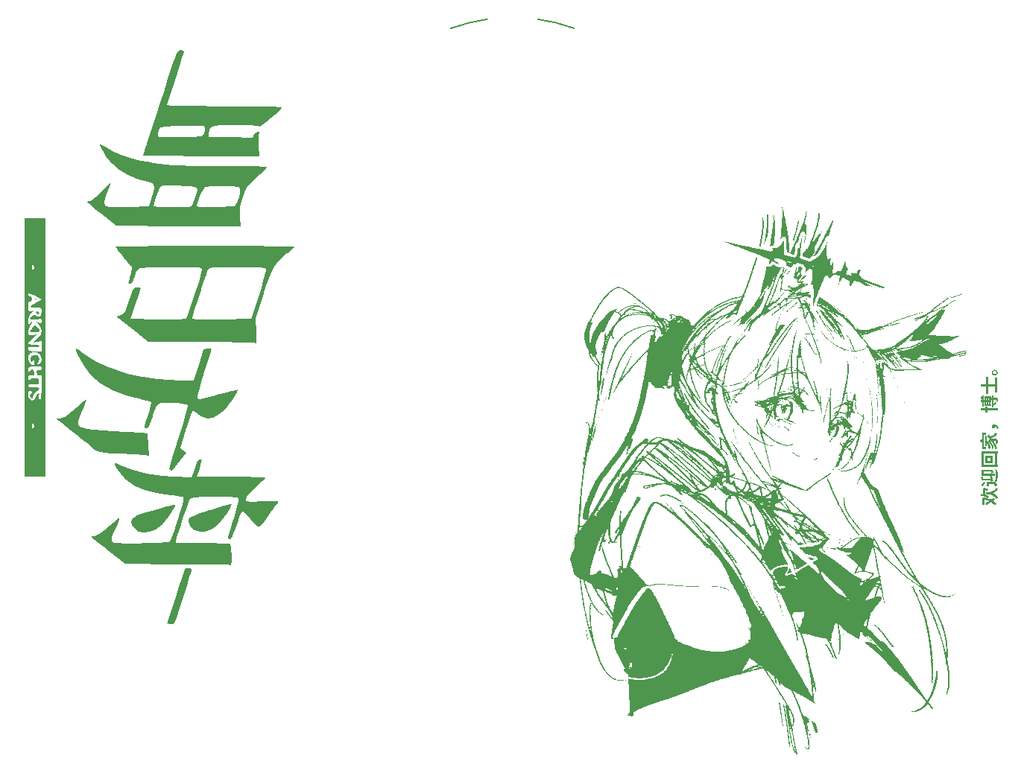
<source format=gto>
G04 #@! TF.GenerationSoftware,KiCad,Pcbnew,9.0.6*
G04 #@! TF.CreationDate,2025-11-13T20:33:38-08:00*
G04 #@! TF.ProjectId,doktuh-base,646f6b74-7568-42d6-9261-73652e6b6963,rev?*
G04 #@! TF.SameCoordinates,Original*
G04 #@! TF.FileFunction,Legend,Top*
G04 #@! TF.FilePolarity,Positive*
%FSLAX46Y46*%
G04 Gerber Fmt 4.6, Leading zero omitted, Abs format (unit mm)*
G04 Created by KiCad (PCBNEW 9.0.6) date 2025-11-13 20:33:38*
%MOMM*%
%LPD*%
G01*
G04 APERTURE LIST*
%ADD10C,0.200000*%
%ADD11C,0.000000*%
%ADD12C,4.400000*%
G04 APERTURE END LIST*
D10*
G36*
X145594261Y-110065368D02*
G01*
X145594261Y-109399684D01*
X145814812Y-109399684D01*
X145814812Y-110065368D01*
X145594261Y-110065368D01*
G37*
G36*
X145594261Y-109466821D02*
G01*
X145594261Y-109424872D01*
X145583819Y-109384938D01*
X145636301Y-109231706D01*
X145874552Y-109268179D01*
X146092056Y-109315712D01*
X146290444Y-109373489D01*
X146484016Y-109445750D01*
X146657017Y-109526754D01*
X146811231Y-109616023D01*
X146955949Y-109719261D01*
X147081823Y-109830491D01*
X147190327Y-109949872D01*
X147089485Y-110028640D01*
X147037019Y-110078259D01*
X147001283Y-110119957D01*
X146936969Y-110039712D01*
X146860344Y-109962052D01*
X146770290Y-109886857D01*
X146622494Y-109786803D01*
X146452194Y-109695798D01*
X146269812Y-109618757D01*
X146069985Y-109552916D01*
X145862342Y-109502209D01*
X145644727Y-109466821D01*
X145594261Y-109466821D01*
G37*
G36*
X146047820Y-110073795D02*
G01*
X145907136Y-109897390D01*
X146145456Y-109718879D01*
X146400628Y-109537254D01*
X146647466Y-109373398D01*
X146764472Y-109304330D01*
X146862705Y-109254787D01*
X147030683Y-109452166D01*
X146930204Y-109499458D01*
X146810224Y-109565556D01*
X146556058Y-109722085D01*
X146292459Y-109897390D01*
X146047820Y-110073795D01*
G37*
G36*
X145663595Y-108983861D02*
G01*
X145663595Y-108323489D01*
X145890375Y-108323489D01*
X145890375Y-108983861D01*
X145663595Y-108983861D01*
G37*
G36*
X145371694Y-109057317D02*
G01*
X145401095Y-108817990D01*
X145669126Y-108860558D01*
X145914555Y-108918740D01*
X146071944Y-108971056D01*
X146204236Y-109031545D01*
X146314624Y-109099357D01*
X146268371Y-109157151D01*
X146213783Y-109231706D01*
X146171834Y-109298843D01*
X146072951Y-109234570D01*
X145953389Y-109180232D01*
X145823769Y-109137795D01*
X145678341Y-109102563D01*
X145527850Y-109076109D01*
X145371694Y-109057317D01*
G37*
G36*
X145663595Y-108373865D02*
G01*
X145663595Y-108336037D01*
X145655169Y-108298210D01*
X145701422Y-108128126D01*
X145846156Y-108163136D01*
X145993323Y-108205886D01*
X146134579Y-108253799D01*
X146245290Y-108298210D01*
X146178062Y-108496139D01*
X146036371Y-108449702D01*
X145867294Y-108406563D01*
X145701422Y-108373865D01*
X145663595Y-108373865D01*
G37*
G36*
X146161301Y-108651752D02*
G01*
X146378780Y-108607510D01*
X146575018Y-108548803D01*
X146699184Y-108497834D01*
X146809703Y-108437840D01*
X146907860Y-108369010D01*
X146994984Y-108287855D01*
X147067919Y-108194023D01*
X147127312Y-108086177D01*
X147189228Y-108142872D01*
X147266897Y-108202772D01*
X147341543Y-108247835D01*
X147265201Y-108366128D01*
X147175812Y-108468065D01*
X147072724Y-108555032D01*
X146958322Y-108627985D01*
X146829014Y-108691550D01*
X146683187Y-108745358D01*
X146453015Y-108807597D01*
X146190702Y-108857832D01*
X146161301Y-108651752D01*
G37*
G36*
X145989110Y-108866258D02*
G01*
X145989110Y-108626839D01*
X146152875Y-108626839D01*
X146281852Y-108631335D01*
X146431220Y-108645798D01*
X146583516Y-108674353D01*
X146745102Y-108724567D01*
X146849873Y-108770173D01*
X146954712Y-108829991D01*
X147060084Y-108905184D01*
X147155934Y-108991721D01*
X147249738Y-109100262D01*
X147341543Y-109233813D01*
X147281643Y-109282173D01*
X147216522Y-109348302D01*
X147165139Y-109412232D01*
X147085199Y-109290394D01*
X147003988Y-109191610D01*
X146921507Y-109113004D01*
X146830262Y-109044256D01*
X146740477Y-108990454D01*
X146651680Y-108950247D01*
X146514032Y-108906457D01*
X146383959Y-108882012D01*
X146256579Y-108869970D01*
X146148661Y-108866258D01*
X145989110Y-108866258D01*
G37*
G36*
X146089127Y-107481401D02*
G01*
X146959792Y-107481401D01*
X146959792Y-107727048D01*
X146320120Y-107727048D01*
X146320120Y-107960148D01*
X146089127Y-107960148D01*
X146089127Y-107481401D01*
G37*
G36*
X145622379Y-107937067D02*
G01*
X145471162Y-107785850D01*
X145558265Y-107649379D01*
X145657001Y-107515015D01*
X145706869Y-107455761D01*
X145750423Y-107412067D01*
X145918768Y-107573817D01*
X145874793Y-107613633D01*
X145822139Y-107670445D01*
X145715985Y-107801604D01*
X145622379Y-107937067D01*
G37*
G36*
X146865270Y-107567497D02*
G01*
X146873664Y-107518786D01*
X146900166Y-107469861D01*
X146983697Y-107340626D01*
X147018879Y-107269909D01*
X147045117Y-107189893D01*
X147061916Y-107099192D01*
X147074415Y-106956931D01*
X147078860Y-106792545D01*
X147075746Y-106610920D01*
X147066221Y-106404107D01*
X147050375Y-106196195D01*
X147027936Y-106015578D01*
X147108994Y-106043879D01*
X147204615Y-106071173D01*
X147286589Y-106084821D01*
X147296114Y-106230817D01*
X147303533Y-106418762D01*
X147307746Y-106618247D01*
X147309853Y-106800971D01*
X147303535Y-106985299D01*
X147286589Y-107128592D01*
X147253199Y-107259434D01*
X147201959Y-107372133D01*
X147123831Y-107486622D01*
X147093671Y-107537268D01*
X147085730Y-107571618D01*
X147094150Y-107604626D01*
X147124839Y-107647273D01*
X147222017Y-107735475D01*
X147343375Y-107827890D01*
X147115314Y-107991655D01*
X147014194Y-107879198D01*
X146935703Y-107768081D01*
X146894077Y-107689231D01*
X146871962Y-107623270D01*
X146865270Y-107567497D01*
G37*
G36*
X145498456Y-106772120D02*
G01*
X145498456Y-106189876D01*
X145710490Y-106189876D01*
X145710490Y-106543234D01*
X147013006Y-106543234D01*
X147013006Y-106772120D01*
X145498456Y-106772120D01*
G37*
G36*
X145498456Y-106315813D02*
G01*
X145498456Y-106084821D01*
X146568515Y-106084821D01*
X146640168Y-106089797D01*
X146691247Y-106102772D01*
X146733038Y-106127968D01*
X146765710Y-106169268D01*
X146787338Y-106221037D01*
X146799324Y-106285222D01*
X146805644Y-106445506D01*
X146697475Y-106472068D01*
X146638453Y-106493892D01*
X146593519Y-106515573D01*
X146595626Y-106414640D01*
X146595626Y-106349794D01*
X146587192Y-106324278D01*
X146562012Y-106315813D01*
X145498456Y-106315813D01*
G37*
G36*
X145372427Y-106918299D02*
G01*
X145559364Y-106749039D01*
X145618301Y-106865204D01*
X145671655Y-106993404D01*
X145758850Y-107241982D01*
X145670648Y-107274497D01*
X145580339Y-107317545D01*
X145518423Y-107172373D01*
X145444876Y-107032239D01*
X145372427Y-106918299D01*
G37*
G36*
X146832389Y-107325971D02*
G01*
X146620813Y-107346945D01*
X146541404Y-107248302D01*
X146434883Y-106807291D01*
X146551021Y-106806283D01*
X146656625Y-106796758D01*
X146726784Y-107044603D01*
X146773862Y-107196828D01*
X146806285Y-107280817D01*
X146832389Y-107325971D01*
G37*
G36*
X146832389Y-107325971D02*
G01*
X146770656Y-107354364D01*
X146703612Y-107396313D01*
X146652321Y-107437254D01*
X146623919Y-107400763D01*
X146576850Y-107358486D01*
X146519625Y-107328112D01*
X146448805Y-107317545D01*
X145580339Y-107317545D01*
X145580339Y-107082339D01*
X146589398Y-107082339D01*
X146607258Y-107107526D01*
X146652229Y-107168434D01*
X146711946Y-107240883D01*
X146775877Y-107301791D01*
X146807421Y-107320637D01*
X146832389Y-107325971D01*
G37*
G36*
X146748033Y-105336796D02*
G01*
X145941299Y-105336796D01*
X145941299Y-105099484D01*
X146161851Y-105099484D01*
X146529589Y-105099484D01*
X146529589Y-104730738D01*
X146161851Y-104730738D01*
X146161851Y-105099484D01*
X145941299Y-105099484D01*
X145941299Y-104476665D01*
X146748033Y-104476665D01*
X146748033Y-105336796D01*
G37*
G36*
X147340078Y-104273516D02*
G01*
X147223483Y-104273516D01*
X147223483Y-105538388D01*
X147340078Y-105538388D01*
X147340078Y-105800888D01*
X145440479Y-105800888D01*
X145440479Y-104273516D01*
X145698766Y-104273516D01*
X145698766Y-105538388D01*
X146988368Y-105538388D01*
X146988368Y-104273516D01*
X145698766Y-104273516D01*
X145440479Y-104273516D01*
X145440479Y-103998376D01*
X147340078Y-103998376D01*
X147340078Y-104273516D01*
G37*
G36*
X145534635Y-103705101D02*
G01*
X145534635Y-101885828D01*
X146013473Y-101885828D01*
X146013473Y-102144206D01*
X145763613Y-102144206D01*
X145763613Y-103457256D01*
X146013473Y-103457256D01*
X146013473Y-103705101D01*
X145534635Y-103705101D01*
G37*
G36*
X145879933Y-103392776D02*
G01*
X145879933Y-102210427D01*
X146091967Y-102210427D01*
X146091967Y-103392776D01*
X145879933Y-103392776D01*
G37*
G36*
X146243275Y-103056728D02*
G01*
X146138220Y-102863563D01*
X146209368Y-102785337D01*
X146285623Y-102718736D01*
X146367289Y-102662978D01*
X146497904Y-102596500D01*
X146627774Y-102552794D01*
X146759413Y-102528167D01*
X146883039Y-102522294D01*
X147001738Y-102533257D01*
X147100567Y-102558015D01*
X147161165Y-102583926D01*
X147207200Y-102613770D01*
X147241251Y-102647225D01*
X147290333Y-102705885D01*
X147318005Y-102759607D01*
X147333021Y-102818838D01*
X147340078Y-102897177D01*
X147341086Y-102976952D01*
X147337971Y-103069368D01*
X147283913Y-103073279D01*
X147218170Y-103086221D01*
X147154069Y-103107998D01*
X147098552Y-103138702D01*
X147106979Y-103031632D01*
X147109085Y-102945445D01*
X147106534Y-102909248D01*
X147099651Y-102881423D01*
X147085512Y-102857012D01*
X147058619Y-102832055D01*
X147024936Y-102807407D01*
X146966203Y-102785893D01*
X146898019Y-102774305D01*
X146812788Y-102772246D01*
X146723549Y-102781362D01*
X146624752Y-102803754D01*
X146526546Y-102839590D01*
X146426091Y-102892963D01*
X146332498Y-102962997D01*
X146243275Y-103056728D01*
G37*
G36*
X145950733Y-102830224D02*
G01*
X146038935Y-102622037D01*
X146110641Y-102699629D01*
X146179045Y-102789029D01*
X146244099Y-102891315D01*
X146329636Y-103053122D01*
X146405025Y-103226813D01*
X146469514Y-103404846D01*
X146522811Y-103579072D01*
X146460804Y-103614793D01*
X146386249Y-103663153D01*
X146325249Y-103709315D01*
X146285424Y-103541562D01*
X146236864Y-103372809D01*
X146178364Y-103209327D01*
X146111567Y-103063689D01*
X146032817Y-102931672D01*
X145950733Y-102830224D01*
G37*
G36*
X146356848Y-102916411D02*
G01*
X146474451Y-102756493D01*
X146529990Y-102837907D01*
X146588940Y-102935370D01*
X146700314Y-103151983D01*
X146798042Y-103382335D01*
X146873696Y-103600046D01*
X146774961Y-103655734D01*
X146721386Y-103691770D01*
X146680348Y-103726076D01*
X146656373Y-103622274D01*
X146624752Y-103510562D01*
X146544884Y-103286530D01*
X146451370Y-103079443D01*
X146401923Y-102987935D01*
X146356848Y-102916411D01*
G37*
G36*
X146598465Y-102792396D02*
G01*
X146728708Y-102619930D01*
X146804259Y-102713343D01*
X146883130Y-102827109D01*
X146957044Y-102948974D01*
X147028119Y-103081641D01*
X147154148Y-103357147D01*
X147208243Y-103496226D01*
X147251876Y-103625326D01*
X147144714Y-103683028D01*
X147087183Y-103720868D01*
X147043964Y-103755477D01*
X147010567Y-103626763D01*
X146967302Y-103490595D01*
X146916756Y-103355312D01*
X146860049Y-103223516D01*
X146797570Y-103096151D01*
X146732921Y-102980616D01*
X146663400Y-102874125D01*
X146598465Y-102792396D01*
G37*
G36*
X146476557Y-102291027D02*
G01*
X146599017Y-102242320D01*
X146712954Y-102180293D01*
X146817025Y-102104190D01*
X146908409Y-102014056D01*
X146984710Y-101911000D01*
X147043964Y-101795519D01*
X147102766Y-101854412D01*
X147177321Y-101915229D01*
X147249769Y-101961482D01*
X147200368Y-102050144D01*
X147142655Y-102131044D01*
X147076387Y-102204748D01*
X146962952Y-102302275D01*
X146831656Y-102386465D01*
X146688155Y-102455521D01*
X146529039Y-102512769D01*
X146476557Y-102291027D01*
G37*
G36*
X146125672Y-102223158D02*
G01*
X146291635Y-102016071D01*
X146439829Y-102216655D01*
X146580605Y-102427681D01*
X146697200Y-102624144D01*
X146552212Y-102785893D01*
X146427098Y-102593552D01*
X146275881Y-102392601D01*
X146196745Y-102298578D01*
X146125672Y-102223158D01*
G37*
G36*
X145421245Y-102991607D02*
G01*
X145345683Y-102724985D01*
X145473818Y-102656750D01*
X145543565Y-102628587D01*
X145597650Y-102613611D01*
X145683745Y-102892963D01*
X145556708Y-102932806D01*
X145421245Y-102991607D01*
G37*
G36*
X147443576Y-101342601D02*
G01*
X147273491Y-101409829D01*
X147240079Y-101324238D01*
X147201730Y-101257753D01*
X147159002Y-101207138D01*
X147107391Y-101167415D01*
X147052979Y-101144462D01*
X146994139Y-101136796D01*
X146788333Y-101153557D01*
X146975271Y-101035955D01*
X147010991Y-101094848D01*
X147020361Y-101127118D01*
X147023539Y-101161984D01*
X147018034Y-101212035D01*
X147001763Y-101257841D01*
X146974263Y-101300561D01*
X146937530Y-101333927D01*
X146891896Y-101354256D01*
X146834587Y-101361469D01*
X146778652Y-101354337D01*
X146733297Y-101334076D01*
X146696010Y-101300561D01*
X146668101Y-101257652D01*
X146651314Y-101209830D01*
X146645543Y-101155664D01*
X146654764Y-101085377D01*
X146680672Y-101030276D01*
X146723304Y-100986679D01*
X146777974Y-100955872D01*
X146846774Y-100936072D01*
X146933322Y-100928885D01*
X147020823Y-100935863D01*
X147101659Y-100956342D01*
X147177119Y-100990217D01*
X147248212Y-101038153D01*
X147310267Y-101096603D01*
X147363430Y-101165906D01*
X147407951Y-101247337D01*
X147443576Y-101342601D01*
G37*
G36*
X145575668Y-98938153D02*
G01*
X145575668Y-97627759D01*
X145762605Y-97627759D01*
X145762605Y-98938153D01*
X145575668Y-98938153D01*
G37*
G36*
X146086929Y-98744346D02*
G01*
X146086929Y-97830817D01*
X146238054Y-97830817D01*
X146238054Y-98744346D01*
X146086929Y-98744346D01*
G37*
G36*
X146317555Y-98744346D02*
G01*
X146317555Y-97830817D01*
X146466666Y-97830817D01*
X146466666Y-98744346D01*
X146317555Y-98744346D01*
G37*
G36*
X146660106Y-98982208D02*
G01*
X146660106Y-97610357D01*
X146863804Y-97610357D01*
X146863804Y-98982208D01*
X146660106Y-98982208D01*
G37*
G36*
X145895687Y-99586984D02*
G01*
X145895687Y-98900326D01*
X146124665Y-98900326D01*
X146124665Y-99586984D01*
X145895687Y-99586984D01*
G37*
G36*
X145367756Y-99358098D02*
G01*
X145367756Y-99110344D01*
X147340078Y-99110344D01*
X147340078Y-99358098D01*
X145367756Y-99358098D01*
G37*
G36*
X145367756Y-98413153D02*
G01*
X145367756Y-98186373D01*
X146575842Y-98186373D01*
X146575842Y-98413153D01*
X145367756Y-98413153D01*
G37*
G36*
X146533893Y-98153034D02*
G01*
X146533893Y-97914897D01*
X147110093Y-97914897D01*
X147187257Y-97920285D01*
X147237313Y-97933765D01*
X147276345Y-97961158D01*
X147307838Y-98011068D01*
X147325751Y-98070874D01*
X147335132Y-98146073D01*
X147339345Y-98331270D01*
X147290205Y-98340613D01*
X147233191Y-98357557D01*
X147131434Y-98398498D01*
X147134639Y-98272652D01*
X147135647Y-98188755D01*
X147128319Y-98160453D01*
X147104048Y-98153034D01*
X146533893Y-98153034D01*
G37*
G36*
X146943214Y-98792615D02*
G01*
X146821764Y-98624636D01*
X146952556Y-98476992D01*
X147026460Y-98406591D01*
X147085455Y-98360671D01*
X147221742Y-98540831D01*
X147132716Y-98605769D01*
X147033340Y-98697085D01*
X146943214Y-98792615D01*
G37*
G36*
X145493785Y-98097347D02*
G01*
X145363543Y-97988170D01*
X145437090Y-97838694D01*
X145514760Y-97710283D01*
X145659657Y-97826604D01*
X145575668Y-97949427D01*
X145493785Y-98097347D01*
G37*
G36*
X145845312Y-98830442D02*
G01*
X145845312Y-97737760D01*
X146578040Y-97737760D01*
X146578040Y-97961059D01*
X146011183Y-97961059D01*
X146011183Y-98618317D01*
X146578040Y-98618317D01*
X146578040Y-98830442D01*
X145845312Y-98830442D01*
G37*
G36*
X146993681Y-97333935D02*
G01*
X146993681Y-95649759D01*
X147245739Y-95649759D01*
X147245739Y-97333935D01*
X146993681Y-97333935D01*
G37*
G36*
X145997719Y-97449432D02*
G01*
X145997719Y-95536369D01*
X146245473Y-95536369D01*
X146245473Y-97449432D01*
X145997719Y-97449432D01*
G37*
G36*
X145369771Y-96636744D02*
G01*
X145369771Y-96365909D01*
X147170085Y-96365909D01*
X147170085Y-96636744D01*
X145369771Y-96636744D01*
G37*
G36*
X147031543Y-94710750D02*
G01*
X147087808Y-94726123D01*
X147141051Y-94751800D01*
X147210820Y-94805470D01*
X147264607Y-94873616D01*
X147290011Y-94925748D01*
X147305462Y-94982824D01*
X147310769Y-95045990D01*
X147305575Y-95106392D01*
X147290229Y-95162842D01*
X147264607Y-95216258D01*
X147210634Y-95285870D01*
X147141051Y-95339173D01*
X147087869Y-95364217D01*
X147031596Y-95379239D01*
X146971332Y-95384328D01*
X146909750Y-95379184D01*
X146853205Y-95364112D01*
X146800698Y-95339173D01*
X146731943Y-95285943D01*
X146678149Y-95216258D01*
X146652527Y-95162842D01*
X146637182Y-95106392D01*
X146631987Y-95045990D01*
X146632164Y-95043884D01*
X146783204Y-95043884D01*
X146789589Y-95094240D01*
X146808300Y-95138497D01*
X146837728Y-95176488D01*
X146876261Y-95206824D01*
X146921240Y-95226478D01*
X146971332Y-95233111D01*
X147021504Y-95226475D01*
X147066495Y-95206824D01*
X147104972Y-95176498D01*
X147134456Y-95138497D01*
X147153167Y-95094240D01*
X147159552Y-95043884D01*
X147153325Y-94994344D01*
X147135073Y-94950712D01*
X147104139Y-94911443D01*
X147064471Y-94880849D01*
X147020697Y-94862812D01*
X146971332Y-94856672D01*
X146921180Y-94863066D01*
X146876261Y-94881951D01*
X146837850Y-94911683D01*
X146808300Y-94950369D01*
X146789498Y-94995198D01*
X146783204Y-95043884D01*
X146632164Y-95043884D01*
X146637294Y-94982824D01*
X146652745Y-94925748D01*
X146678149Y-94873616D01*
X146731758Y-94805398D01*
X146800698Y-94751800D01*
X146853267Y-94726231D01*
X146909805Y-94710805D01*
X146971332Y-94705546D01*
X147031543Y-94710750D01*
G37*
X85193954Y-55897865D02*
G75*
G02*
X89344500Y-54864000I7008046J-19286135D01*
G01*
X95059500Y-54864000D02*
G75*
G02*
X99210049Y-55897866I-2857500J-20320000D01*
G01*
D11*
G36*
X38139704Y-86653035D02*
G01*
X38117505Y-86695716D01*
X37949103Y-86712699D01*
X37928306Y-86695716D01*
X37947784Y-86611357D01*
X38022905Y-86601116D01*
X38139704Y-86653035D01*
G37*
G36*
X38419402Y-88134362D02*
G01*
X38448603Y-88244785D01*
X38365888Y-88400179D01*
X38195692Y-88375400D01*
X38055424Y-88188616D01*
X38117182Y-88043868D01*
X38223929Y-88020111D01*
X38419402Y-88134362D01*
G37*
G36*
X38160851Y-89783319D02*
G01*
X38191918Y-89817541D01*
X38445416Y-90161544D01*
X38452613Y-90368915D01*
X38208885Y-90451797D01*
X37951955Y-90447703D01*
X37584444Y-90412063D01*
X37363755Y-90374367D01*
X37341606Y-90364601D01*
X37395183Y-90242457D01*
X37582149Y-89994809D01*
X37628219Y-89940338D01*
X37856696Y-89695797D01*
X38002192Y-89650439D01*
X38160851Y-89783319D01*
G37*
G36*
X53863929Y-110057410D02*
G01*
X53844892Y-110221675D01*
X53685304Y-110546396D01*
X53424555Y-110972567D01*
X53102035Y-111441184D01*
X52757133Y-111893241D01*
X52429240Y-112269734D01*
X52305904Y-112391289D01*
X51638965Y-112881559D01*
X50948000Y-113170892D01*
X50282686Y-113252352D01*
X49692698Y-113119003D01*
X49271964Y-112814866D01*
X48944319Y-112336800D01*
X48891390Y-111913942D01*
X49052301Y-111601336D01*
X49182908Y-111489148D01*
X49407840Y-111365837D01*
X49755687Y-111221555D01*
X50255042Y-111046455D01*
X50934496Y-110830691D01*
X51822639Y-110564416D01*
X52948063Y-110237783D01*
X53325876Y-110129513D01*
X53659349Y-110055225D01*
X53853967Y-110051198D01*
X53863929Y-110057410D01*
G37*
G36*
X55683327Y-117309104D02*
G01*
X55760335Y-117406777D01*
X55718039Y-117597180D01*
X55601527Y-118005168D01*
X55426363Y-118582645D01*
X55208113Y-119281513D01*
X54962341Y-120053676D01*
X54704611Y-120851036D01*
X54450489Y-121625497D01*
X54215539Y-122328962D01*
X54015326Y-122913334D01*
X53865415Y-123330515D01*
X53781370Y-123532410D01*
X53775058Y-123541539D01*
X53565051Y-123614508D01*
X53305238Y-123612489D01*
X52944058Y-123565921D01*
X53920826Y-120546185D01*
X54207503Y-119665301D01*
X54468576Y-118873284D01*
X54690382Y-118210761D01*
X54859259Y-117718364D01*
X54961543Y-117436719D01*
X54982591Y-117388923D01*
X55165780Y-117281516D01*
X55443167Y-117255915D01*
X55683327Y-117309104D01*
G37*
G36*
X60275476Y-110005248D02*
G01*
X60262179Y-110195530D01*
X60071972Y-110567507D01*
X59792943Y-111011056D01*
X59151829Y-111894278D01*
X58538714Y-112523292D01*
X57921952Y-112921346D01*
X57269894Y-113111693D01*
X56900232Y-113136312D01*
X56288996Y-113072410D01*
X55865767Y-112855854D01*
X55559266Y-112449368D01*
X55548955Y-112429655D01*
X55379482Y-112060223D01*
X55355321Y-111819730D01*
X55471804Y-111596182D01*
X55512011Y-111543079D01*
X55710198Y-111418780D01*
X56124457Y-111243065D01*
X56696764Y-111038082D01*
X57369092Y-110825979D01*
X57463129Y-110798364D01*
X58185565Y-110584344D01*
X58857672Y-110378482D01*
X59406372Y-110203589D01*
X59758587Y-110082479D01*
X59768995Y-110078526D01*
X60111276Y-109973850D01*
X60275476Y-110005248D01*
G37*
G36*
X43751792Y-98275374D02*
G01*
X43627646Y-98616969D01*
X43428397Y-99086441D01*
X43345293Y-99269325D01*
X43029664Y-100021909D01*
X42876373Y-100574537D01*
X42880528Y-100956546D01*
X43025502Y-101187849D01*
X43301283Y-101300659D01*
X43845628Y-101411457D01*
X44643300Y-101518452D01*
X45679065Y-101619857D01*
X46937687Y-101713880D01*
X48083944Y-101781999D01*
X48911566Y-101828302D01*
X49634471Y-101872270D01*
X50207766Y-101910884D01*
X50586558Y-101941123D01*
X50725816Y-101959734D01*
X50747264Y-102108306D01*
X50778784Y-102474024D01*
X50814977Y-102990655D01*
X50831344Y-103254608D01*
X50906318Y-104512011D01*
X50388913Y-104432728D01*
X50069134Y-104399462D01*
X49528721Y-104360036D01*
X48830660Y-104318371D01*
X48037937Y-104278385D01*
X47601117Y-104259221D01*
X46642769Y-104211477D01*
X45931818Y-104156142D01*
X45431880Y-104088829D01*
X45106572Y-104005151D01*
X44975978Y-103942725D01*
X44748030Y-103781223D01*
X44362987Y-103488707D01*
X43861101Y-103097561D01*
X43282622Y-102640166D01*
X42667803Y-102148905D01*
X42056895Y-101656161D01*
X41490150Y-101194315D01*
X41007819Y-100795750D01*
X40650153Y-100492849D01*
X40457404Y-100317994D01*
X40435196Y-100289660D01*
X40554928Y-100236373D01*
X40728323Y-100223463D01*
X41005239Y-100187412D01*
X41308849Y-100059800D01*
X41684848Y-99811438D01*
X42178936Y-99413135D01*
X42675860Y-98979447D01*
X43121508Y-98594953D01*
X43485201Y-98303571D01*
X43718528Y-98142850D01*
X43776740Y-98125528D01*
X43751792Y-98275374D01*
G37*
G36*
X42787471Y-92361585D02*
G01*
X43077350Y-92581282D01*
X43390377Y-92837624D01*
X44095657Y-93335849D01*
X45020296Y-93843756D01*
X46102094Y-94335411D01*
X47278854Y-94784876D01*
X48488380Y-95166216D01*
X49658659Y-95451504D01*
X50728572Y-95634101D01*
X51956982Y-95788097D01*
X53219047Y-95901038D01*
X54389924Y-95960470D01*
X54820627Y-95966479D01*
X55979341Y-95966479D01*
X56545283Y-94157262D01*
X57111225Y-92348044D01*
X57583692Y-92302630D01*
X57898625Y-92294662D01*
X58000219Y-92379178D01*
X57977923Y-92515479D01*
X57911898Y-92728818D01*
X57775870Y-93165028D01*
X57584815Y-93776201D01*
X57353708Y-94514432D01*
X57108375Y-95297213D01*
X56863027Y-96100611D01*
X56657839Y-96813326D01*
X56504719Y-97390483D01*
X56415577Y-97787207D01*
X56402144Y-97958349D01*
X56452499Y-98013531D01*
X56545454Y-98038877D01*
X56719196Y-98026909D01*
X57011914Y-97970151D01*
X57461795Y-97861126D01*
X58107027Y-97692358D01*
X58985798Y-97456370D01*
X59037921Y-97442302D01*
X59719018Y-97261572D01*
X60305905Y-97111671D01*
X60741781Y-97006689D01*
X60969850Y-96960714D01*
X60983177Y-96959776D01*
X61009711Y-97061958D01*
X60890332Y-97335069D01*
X60657075Y-97728956D01*
X60341971Y-98193463D01*
X59977052Y-98678437D01*
X59595606Y-99132328D01*
X58890086Y-99778031D01*
X58188509Y-100143396D01*
X57495584Y-100227763D01*
X56816017Y-100030472D01*
X56214035Y-99606376D01*
X55954091Y-99419832D01*
X55800813Y-99453158D01*
X55780182Y-99481853D01*
X55701803Y-99673487D01*
X55558484Y-100083664D01*
X55367965Y-100659439D01*
X55147987Y-101347868D01*
X55051413Y-101656790D01*
X54429748Y-103658429D01*
X54768204Y-103913727D01*
X55106661Y-104169025D01*
X54475677Y-104974238D01*
X54139622Y-105403199D01*
X53857905Y-105763004D01*
X53689954Y-105977752D01*
X53687150Y-105981345D01*
X53457153Y-106161415D01*
X53268334Y-106137076D01*
X53206145Y-105962770D01*
X53247968Y-105767286D01*
X53364959Y-105344643D01*
X53544402Y-104737528D01*
X53773580Y-103988631D01*
X54039777Y-103140641D01*
X54146646Y-102805508D01*
X54512741Y-101659160D01*
X54798797Y-100753046D01*
X55012697Y-100057563D01*
X55162326Y-99543108D01*
X55255566Y-99180078D01*
X55300300Y-98938872D01*
X55304412Y-98789885D01*
X55275786Y-98703517D01*
X55247724Y-98670849D01*
X55061484Y-98616863D01*
X54656230Y-98561396D01*
X54096607Y-98511857D01*
X53604168Y-98482552D01*
X52867700Y-98452289D01*
X52354923Y-98472032D01*
X52007127Y-98583344D01*
X51765600Y-98827789D01*
X51571630Y-99246929D01*
X51366506Y-99882329D01*
X51295320Y-100117038D01*
X51099712Y-100724848D01*
X50944466Y-101103157D01*
X50805021Y-101298737D01*
X50656819Y-101358360D01*
X50643368Y-101358658D01*
X50417119Y-101328715D01*
X50368157Y-101289405D01*
X50408794Y-101133337D01*
X50518297Y-100768370D01*
X50678053Y-100255587D01*
X50801102Y-99868586D01*
X50977226Y-99286701D01*
X51103675Y-98805583D01*
X51164840Y-98488664D01*
X51162225Y-98400810D01*
X50996790Y-98321118D01*
X50626599Y-98218228D01*
X50127299Y-98112727D01*
X50056011Y-98099744D01*
X48296102Y-97675309D01*
X46750645Y-97069969D01*
X45421611Y-96284996D01*
X44310971Y-95321662D01*
X43420697Y-94181240D01*
X43089263Y-93604388D01*
X42776996Y-92975357D01*
X42606864Y-92561490D01*
X42570369Y-92337428D01*
X42644654Y-92277094D01*
X42787471Y-92361585D01*
G37*
G36*
X54797457Y-58401869D02*
G01*
X54908939Y-58488913D01*
X54867408Y-58645928D01*
X54752988Y-59025048D01*
X54580938Y-59578616D01*
X54366516Y-60258974D01*
X54124983Y-61018465D01*
X53871598Y-61809431D01*
X53621618Y-62584215D01*
X53390303Y-63295161D01*
X53192913Y-63894610D01*
X53044707Y-64334905D01*
X52968729Y-64548607D01*
X52984181Y-64596140D01*
X53085151Y-64635712D01*
X53293987Y-64668012D01*
X53633036Y-64693732D01*
X54124646Y-64713564D01*
X54791166Y-64728199D01*
X55654945Y-64738327D01*
X56525310Y-64743399D01*
X56738329Y-64744640D01*
X58063667Y-64747830D01*
X59434539Y-64748602D01*
X60938917Y-64751387D01*
X62284268Y-64759481D01*
X63451250Y-64772496D01*
X64420520Y-64790044D01*
X65172738Y-64811737D01*
X65688560Y-64837186D01*
X65948645Y-64866003D01*
X65977095Y-64879968D01*
X65876933Y-65021255D01*
X65604952Y-65305600D01*
X65203908Y-65690322D01*
X64766284Y-66088609D01*
X64225173Y-66560396D01*
X63846019Y-66861502D01*
X63586704Y-67018463D01*
X63405109Y-67057818D01*
X63285669Y-67021489D01*
X63052892Y-66971305D01*
X62587664Y-66929098D01*
X61941288Y-66897712D01*
X61165064Y-66879991D01*
X60680915Y-66877094D01*
X59695084Y-66884969D01*
X58956567Y-66916086D01*
X58429134Y-66981678D01*
X58076555Y-67092982D01*
X57862598Y-67261232D01*
X57751034Y-67497665D01*
X57706617Y-67799440D01*
X57675978Y-68225139D01*
X60196240Y-68263894D01*
X62716503Y-68302649D01*
X62882153Y-67939088D01*
X63057070Y-67718070D01*
X63264846Y-67627353D01*
X63416671Y-67676836D01*
X63423732Y-67876417D01*
X63422905Y-67878818D01*
X63394109Y-68109877D01*
X63380603Y-68542118D01*
X63384431Y-69093233D01*
X63388770Y-69253910D01*
X63425584Y-70424580D01*
X56825921Y-70424580D01*
X55488347Y-70422368D01*
X54242113Y-70416029D01*
X53115008Y-70406014D01*
X52134822Y-70392772D01*
X51329346Y-70376750D01*
X50726367Y-70358399D01*
X50353678Y-70338166D01*
X50238092Y-70318155D01*
X50286011Y-70142938D01*
X50403340Y-69768910D01*
X50567969Y-69265899D01*
X50631248Y-69076535D01*
X50766061Y-68670169D01*
X50974807Y-68034463D01*
X50993647Y-67976815D01*
X51938045Y-67976815D01*
X51941630Y-68093594D01*
X51986529Y-68177734D01*
X52112554Y-68234585D01*
X52359521Y-68269497D01*
X52767242Y-68287818D01*
X53375533Y-68294898D01*
X54224205Y-68296087D01*
X54314220Y-68296088D01*
X55323696Y-68287822D01*
X56072097Y-68262019D01*
X56581694Y-68217173D01*
X56874757Y-68151779D01*
X56937448Y-68118714D01*
X57136544Y-67866794D01*
X57257707Y-67526173D01*
X57280280Y-67202826D01*
X57183601Y-67002725D01*
X57157508Y-66989879D01*
X56957555Y-66970527D01*
X56525310Y-66961342D01*
X55912096Y-66962358D01*
X55169239Y-66973609D01*
X54578159Y-66988202D01*
X53701963Y-67015072D01*
X53067557Y-67041981D01*
X52633000Y-67075094D01*
X52356349Y-67120572D01*
X52195663Y-67184581D01*
X52108999Y-67273282D01*
X52068438Y-67357010D01*
X51962452Y-67755341D01*
X51938045Y-67976815D01*
X50993647Y-67976815D01*
X51244209Y-67210144D01*
X51560992Y-66237940D01*
X51911881Y-65158579D01*
X52283601Y-64012789D01*
X52562289Y-63152234D01*
X52971063Y-61890142D01*
X53303124Y-60871894D01*
X53569120Y-60071314D01*
X53779698Y-59462227D01*
X53945505Y-59018458D01*
X54077191Y-58713833D01*
X54185403Y-58522176D01*
X54280789Y-58417312D01*
X54373996Y-58373067D01*
X54475672Y-58363265D01*
X54510475Y-58363128D01*
X54797457Y-58401869D01*
G37*
G36*
X45438365Y-69101587D02*
G01*
X45742160Y-69266592D01*
X46089294Y-69487510D01*
X46771092Y-69891800D01*
X47546693Y-70238554D01*
X48473466Y-70548963D01*
X49608782Y-70844221D01*
X50007941Y-70935079D01*
X50740688Y-71090481D01*
X51429078Y-71218199D01*
X52111509Y-71320858D01*
X52826384Y-71401082D01*
X52896992Y-71406511D01*
X53612102Y-71461496D01*
X54507065Y-71504725D01*
X55549672Y-71533394D01*
X56778326Y-71550127D01*
X58231425Y-71557549D01*
X59130447Y-71558611D01*
X59152440Y-71558669D01*
X60306847Y-71561704D01*
X61388578Y-71569995D01*
X62344097Y-71582822D01*
X63141861Y-71599527D01*
X63750325Y-71619450D01*
X64137946Y-71641930D01*
X64273184Y-71666200D01*
X64174366Y-71799421D01*
X63907146Y-72079729D01*
X63513946Y-72464226D01*
X63102514Y-72850001D01*
X62586449Y-73332796D01*
X62232351Y-73699066D01*
X61990553Y-74021369D01*
X61811387Y-74372261D01*
X61645186Y-74824302D01*
X61548374Y-75120392D01*
X61352186Y-75776141D01*
X61247312Y-76290183D01*
X61217601Y-76783477D01*
X61246899Y-77376978D01*
X61246952Y-77377653D01*
X61330117Y-78441898D01*
X54254668Y-78394683D01*
X47179218Y-78347467D01*
X45510000Y-77007581D01*
X44929430Y-76537327D01*
X44436653Y-76130125D01*
X44070066Y-75818344D01*
X43868065Y-75634354D01*
X43840782Y-75600327D01*
X43960994Y-75546899D01*
X44146906Y-75532960D01*
X44413692Y-75419483D01*
X44830082Y-75087312D01*
X45380933Y-74548836D01*
X45491044Y-74433239D01*
X45911588Y-74001009D01*
X46251074Y-73677406D01*
X46470340Y-73498112D01*
X46532965Y-73483987D01*
X46486103Y-73684547D01*
X46359530Y-74065188D01*
X46182123Y-74539664D01*
X45940747Y-75220553D01*
X45841267Y-75691782D01*
X45882906Y-75989019D01*
X46064892Y-76147935D01*
X46146648Y-76173948D01*
X46395871Y-76198814D01*
X46870775Y-76215053D01*
X47513349Y-76221787D01*
X48265579Y-76218134D01*
X48665363Y-76212126D01*
X50864805Y-76171507D01*
X50885814Y-76108776D01*
X51452867Y-76108776D01*
X51459187Y-76136033D01*
X51615368Y-76174014D01*
X52002846Y-76205695D01*
X52569144Y-76228439D01*
X53261784Y-76239607D01*
X53533794Y-76240284D01*
X54269208Y-76232475D01*
X54906960Y-76212522D01*
X55391318Y-76183160D01*
X55666546Y-76147125D01*
X55702551Y-76133860D01*
X55746352Y-76068779D01*
X56340255Y-76068779D01*
X56397006Y-76139924D01*
X56601004Y-76187578D01*
X56985798Y-76213954D01*
X57584934Y-76221265D01*
X58431959Y-76211726D01*
X58490748Y-76210678D01*
X60653563Y-76171507D01*
X60892598Y-75674859D01*
X61113734Y-75114581D01*
X61234320Y-74594835D01*
X61244547Y-74185900D01*
X61134601Y-73958050D01*
X61132478Y-73956680D01*
X60922751Y-73909876D01*
X60490749Y-73870997D01*
X59897966Y-73843904D01*
X59205896Y-73832458D01*
X59152440Y-73832339D01*
X58388681Y-73836685D01*
X57857706Y-73856057D01*
X57508635Y-73896682D01*
X57290587Y-73964791D01*
X57152684Y-74066610D01*
X57141698Y-74078491D01*
X56977873Y-74342122D01*
X56774509Y-74775096D01*
X56572954Y-75274729D01*
X56414558Y-75738336D01*
X56340668Y-76063232D01*
X56340255Y-76068779D01*
X55746352Y-76068779D01*
X55823660Y-75953911D01*
X55990911Y-75583431D01*
X56164444Y-75113050D01*
X56323944Y-74593989D01*
X56379608Y-74272716D01*
X56338958Y-74085982D01*
X56293179Y-74030775D01*
X56078043Y-73955518D01*
X55624406Y-73883845D01*
X54977555Y-73821389D01*
X54252035Y-73776971D01*
X53455205Y-73745264D01*
X52896992Y-73739740D01*
X52533214Y-73762757D01*
X52319693Y-73816671D01*
X52226158Y-73885081D01*
X52096795Y-74116494D01*
X51930950Y-74511224D01*
X51756128Y-74988546D01*
X51599836Y-75467730D01*
X51489580Y-75868049D01*
X51452867Y-76108776D01*
X50885814Y-76108776D01*
X51173704Y-75249161D01*
X51392141Y-74534917D01*
X51486807Y-74037206D01*
X51456361Y-73716527D01*
X51299462Y-73533380D01*
X51113129Y-73465736D01*
X49712143Y-73087650D01*
X48541758Y-72614243D01*
X47558610Y-72024266D01*
X46749991Y-71327787D01*
X46394987Y-70928403D01*
X46035569Y-70459987D01*
X45709077Y-69980734D01*
X45452855Y-69548834D01*
X45304245Y-69222480D01*
X45296784Y-69063178D01*
X45438365Y-69101587D01*
G37*
G36*
X58918926Y-80642810D02*
G01*
X60502039Y-80647060D01*
X60949111Y-80649118D01*
X61977151Y-80653851D01*
X63321797Y-80662944D01*
X64513508Y-80674101D01*
X65529819Y-80687082D01*
X66348261Y-80701648D01*
X66946368Y-80717560D01*
X67301674Y-80734579D01*
X67396089Y-80749279D01*
X67293009Y-80884682D01*
X67021691Y-81139721D01*
X66639023Y-81461230D01*
X66606165Y-81487542D01*
X66095880Y-81902942D01*
X65690755Y-82266990D01*
X65364367Y-82624977D01*
X65090293Y-83022189D01*
X64842110Y-83503915D01*
X64593395Y-84115442D01*
X64317724Y-84902059D01*
X63988676Y-85909054D01*
X63942252Y-86053374D01*
X63013644Y-88942457D01*
X63098639Y-90349702D01*
X63133603Y-90989345D01*
X63141204Y-91393303D01*
X63115614Y-91608874D01*
X63051006Y-91683352D01*
X62941552Y-91664036D01*
X62936915Y-91662272D01*
X62745723Y-91641958D01*
X62301785Y-91623137D01*
X61636152Y-91606286D01*
X60779876Y-91591881D01*
X59764007Y-91580397D01*
X58619597Y-91572312D01*
X57377696Y-91568102D01*
X56764274Y-91567597D01*
X50838352Y-91567597D01*
X49025417Y-90119548D01*
X47212483Y-88671499D01*
X47668827Y-88517850D01*
X47885689Y-88425927D01*
X48050197Y-88283870D01*
X48195481Y-88035596D01*
X48354672Y-87625023D01*
X48552810Y-87021485D01*
X48749601Y-86430045D01*
X48930800Y-85932251D01*
X49070690Y-85596537D01*
X49124080Y-85501396D01*
X49325664Y-85382216D01*
X49610067Y-85326743D01*
X49855068Y-85345590D01*
X49941057Y-85430446D01*
X49898639Y-85598757D01*
X49783843Y-85981406D01*
X49613665Y-86523372D01*
X49405099Y-87169632D01*
X49382201Y-87239664D01*
X48824745Y-88942457D01*
X51894405Y-88980776D01*
X52976464Y-88990067D01*
X53804015Y-88986657D01*
X54406121Y-88969275D01*
X54811844Y-88936649D01*
X54943305Y-88909550D01*
X55764947Y-88909550D01*
X55898995Y-88938546D01*
X56277892Y-88961481D01*
X56862738Y-88977534D01*
X57614630Y-88985887D01*
X58494668Y-88985719D01*
X59130447Y-88980500D01*
X62500559Y-88942457D01*
X63397749Y-86198221D01*
X63666244Y-85356393D01*
X63895039Y-84599139D01*
X64071936Y-83970245D01*
X64184734Y-83513499D01*
X64221233Y-83272686D01*
X64218124Y-83253807D01*
X64147099Y-83187253D01*
X63970334Y-83136650D01*
X63655740Y-83100032D01*
X63171230Y-83075434D01*
X62484716Y-83060893D01*
X61564112Y-83054442D01*
X60949111Y-83053630D01*
X59911201Y-83055284D01*
X59121418Y-83062041D01*
X58544101Y-83076598D01*
X58143589Y-83101651D01*
X57884220Y-83139897D01*
X57730333Y-83194032D01*
X57646266Y-83266751D01*
X57622301Y-83305155D01*
X57542326Y-83504422D01*
X57394455Y-83917379D01*
X57195452Y-84493446D01*
X56962079Y-85182042D01*
X56711100Y-85932587D01*
X56459276Y-86694502D01*
X56223370Y-87417205D01*
X56020146Y-88050118D01*
X55866366Y-88542659D01*
X55778793Y-88844248D01*
X55764947Y-88909550D01*
X54943305Y-88909550D01*
X55050244Y-88887506D01*
X55136885Y-88838877D01*
X55235911Y-88646539D01*
X55397231Y-88234528D01*
X55603886Y-87655678D01*
X55838917Y-86962824D01*
X56085365Y-86208801D01*
X56326269Y-85446443D01*
X56544672Y-84728585D01*
X56723614Y-84108063D01*
X56846135Y-83637710D01*
X56895276Y-83370361D01*
X56895531Y-83360001D01*
X56889763Y-83265616D01*
X56850602Y-83192929D01*
X56745262Y-83139106D01*
X56540960Y-83101313D01*
X56204909Y-83076717D01*
X55704324Y-83062482D01*
X55006420Y-83055776D01*
X54078413Y-83053764D01*
X53351316Y-83053630D01*
X52222700Y-83052626D01*
X51343437Y-83056508D01*
X50679136Y-83075621D01*
X50195404Y-83120306D01*
X49857849Y-83200908D01*
X49632077Y-83327770D01*
X49483698Y-83511234D01*
X49378317Y-83761644D01*
X49281543Y-84089342D01*
X49222758Y-84295250D01*
X49061951Y-84705210D01*
X48872691Y-84881700D01*
X48769620Y-84898323D01*
X48571568Y-84837168D01*
X48589188Y-84649999D01*
X48678712Y-84364498D01*
X48791870Y-83935601D01*
X48837818Y-83743992D01*
X48990361Y-83086310D01*
X48048835Y-81970249D01*
X47656347Y-81495417D01*
X47343729Y-81098977D01*
X47149955Y-80831453D01*
X47105890Y-80747764D01*
X47243806Y-80730261D01*
X47643058Y-80713656D01*
X48281183Y-80698182D01*
X49135717Y-80684078D01*
X50184199Y-80671578D01*
X51404165Y-80660917D01*
X52773152Y-80652332D01*
X54268697Y-80646058D01*
X55868339Y-80642330D01*
X57250279Y-80641340D01*
X58918926Y-80642810D01*
G37*
G36*
X56888140Y-104976812D02*
G01*
X56894447Y-105012569D01*
X56855309Y-105194113D01*
X56754140Y-105563903D01*
X56623656Y-106005865D01*
X56353950Y-106892736D01*
X60243176Y-106892736D01*
X61260551Y-106896952D01*
X62178574Y-106908849D01*
X62960960Y-106927300D01*
X63571422Y-106951181D01*
X63973674Y-106979364D01*
X64131430Y-107010723D01*
X64132402Y-107013432D01*
X64029284Y-107156329D01*
X63758803Y-107415490D01*
X63379268Y-107735093D01*
X63375047Y-107738464D01*
X62750736Y-108279932D01*
X62281227Y-108776488D01*
X61993166Y-109194899D01*
X61913199Y-109501935D01*
X61924631Y-109547338D01*
X61991852Y-109639398D01*
X62139674Y-109697542D01*
X62414094Y-109725040D01*
X62861110Y-109725162D01*
X63526718Y-109701179D01*
X63867189Y-109685438D01*
X64619064Y-109651323D01*
X65127689Y-109636563D01*
X65433201Y-109645265D01*
X65575740Y-109681539D01*
X65595444Y-109749493D01*
X65532452Y-109853235D01*
X65530621Y-109855708D01*
X65331395Y-110123301D01*
X65048592Y-110501958D01*
X64912849Y-110683402D01*
X64571602Y-111148314D01*
X64190059Y-111680977D01*
X64022095Y-111920049D01*
X63676980Y-112345016D01*
X63402517Y-112535926D01*
X63318092Y-112542011D01*
X63118358Y-112414524D01*
X62809359Y-112119745D01*
X62452431Y-111717180D01*
X62393957Y-111645482D01*
X62046061Y-111239643D01*
X61748510Y-110939092D01*
X61556814Y-110798925D01*
X61537067Y-110794971D01*
X61428265Y-110921949D01*
X61261323Y-111267079D01*
X61059553Y-111776655D01*
X60859589Y-112355679D01*
X60594293Y-113124819D01*
X60378923Y-113635399D01*
X60204633Y-113906503D01*
X60114617Y-113962452D01*
X59912620Y-113920953D01*
X59875419Y-113836006D01*
X59917441Y-113646178D01*
X60033139Y-113238874D01*
X60206963Y-112666029D01*
X60423362Y-111979576D01*
X60533619Y-111637811D01*
X60759199Y-110912236D01*
X60939637Y-110270666D01*
X61061372Y-109766450D01*
X61110842Y-109452931D01*
X61105670Y-109387628D01*
X61041414Y-109307210D01*
X60894127Y-109248219D01*
X60625906Y-109207496D01*
X60198851Y-109181883D01*
X59575059Y-109168219D01*
X58716629Y-109163347D01*
X58411921Y-109163128D01*
X57478058Y-109165762D01*
X56787178Y-109176063D01*
X56298494Y-109197623D01*
X55971219Y-109234035D01*
X55764566Y-109288893D01*
X55637748Y-109365790D01*
X55593369Y-109411452D01*
X55492122Y-109609002D01*
X55331312Y-110012054D01*
X55128121Y-110568363D01*
X54899730Y-111225684D01*
X54663322Y-111931772D01*
X54436078Y-112634383D01*
X54235180Y-113281272D01*
X54077810Y-113820194D01*
X53981149Y-114198905D01*
X53962381Y-114365159D01*
X53963680Y-114366845D01*
X54116402Y-114384474D01*
X54510931Y-114401089D01*
X55105278Y-114415740D01*
X55857450Y-114427479D01*
X56725457Y-114435359D01*
X57076355Y-114437141D01*
X60130929Y-114449338D01*
X60216023Y-114874808D01*
X60263323Y-115255496D01*
X60294219Y-115780753D01*
X60301117Y-116149119D01*
X60290104Y-116620771D01*
X60246466Y-116863139D01*
X60154305Y-116930247D01*
X60076663Y-116911829D01*
X59890063Y-116893090D01*
X59450809Y-116875479D01*
X58790045Y-116859466D01*
X57938916Y-116845525D01*
X56928566Y-116834126D01*
X55790138Y-116825742D01*
X54554777Y-116820844D01*
X54010462Y-116819935D01*
X48168715Y-116814174D01*
X46329658Y-115346897D01*
X45711241Y-114845917D01*
X45174085Y-114396378D01*
X44756696Y-114031663D01*
X44497581Y-113785151D01*
X44431081Y-113701063D01*
X44445880Y-113584184D01*
X44496396Y-113599485D01*
X44767947Y-113603658D01*
X45202098Y-113391248D01*
X45786912Y-112969458D01*
X46381765Y-112462290D01*
X46826633Y-112075252D01*
X47200522Y-111773807D01*
X47449107Y-111600622D01*
X47510881Y-111575418D01*
X47521863Y-111692867D01*
X47426888Y-112005738D01*
X47245305Y-112454814D01*
X47166186Y-112630364D01*
X46867778Y-113325818D01*
X46715628Y-113818969D01*
X46703167Y-114146649D01*
X46823827Y-114345689D01*
X46856145Y-114368767D01*
X47065246Y-114411445D01*
X47502143Y-114439652D01*
X48115954Y-114454516D01*
X48855797Y-114457169D01*
X49670789Y-114448740D01*
X50510048Y-114430358D01*
X51322693Y-114403154D01*
X52057840Y-114368258D01*
X52664609Y-114326799D01*
X53092116Y-114279908D01*
X53289481Y-114228714D01*
X53292606Y-114225840D01*
X53385215Y-114041075D01*
X53544291Y-113632485D01*
X53752836Y-113047491D01*
X53993853Y-112333515D01*
X54207858Y-111672283D01*
X54490076Y-110765648D01*
X54684013Y-110095482D01*
X54796785Y-109630969D01*
X54835507Y-109341293D01*
X54807295Y-109195638D01*
X54784723Y-109174057D01*
X54567323Y-109113203D01*
X54144151Y-109047672D01*
X53592790Y-108988634D01*
X53372822Y-108970746D01*
X51767139Y-108767824D01*
X50392326Y-108412644D01*
X49237199Y-107901107D01*
X48290571Y-107229110D01*
X48080168Y-107030552D01*
X47662109Y-106570940D01*
X47319031Y-106116738D01*
X47086118Y-105723435D01*
X46998555Y-105446522D01*
X47024059Y-105364954D01*
X47187713Y-105373918D01*
X47510239Y-105489872D01*
X47708544Y-105581854D01*
X49056083Y-106126086D01*
X50613879Y-106520934D01*
X52395242Y-106769216D01*
X53720524Y-106854976D01*
X55724846Y-106933092D01*
X56031266Y-106096992D01*
X56202493Y-105628378D01*
X56337873Y-105255333D01*
X56399306Y-105083519D01*
X56541190Y-104948333D01*
X56751201Y-104906020D01*
X56888140Y-104976812D01*
G37*
G36*
X37275745Y-77519552D02*
G01*
X37739106Y-77519552D01*
X37951955Y-77519552D01*
X39158101Y-77519552D01*
X39158101Y-92206144D01*
X39158101Y-106892736D01*
X37951955Y-106892736D01*
X36745810Y-106892736D01*
X36745810Y-101074859D01*
X37597207Y-101074859D01*
X37656631Y-101305441D01*
X37739106Y-101358658D01*
X37854397Y-101239811D01*
X37881006Y-101074859D01*
X37821582Y-100844277D01*
X37739106Y-100791060D01*
X37623815Y-100909908D01*
X37597207Y-101074859D01*
X36745810Y-101074859D01*
X36745810Y-95659788D01*
X37171508Y-95659788D01*
X37198513Y-95899528D01*
X37299056Y-95892173D01*
X37341788Y-95852960D01*
X37596837Y-95732032D01*
X37962598Y-95682681D01*
X38277486Y-95715383D01*
X38398053Y-95860471D01*
X38413129Y-96050307D01*
X38391407Y-96276655D01*
X38274841Y-96374193D01*
X37986330Y-96382448D01*
X37792319Y-96368558D01*
X37390145Y-96359562D01*
X37204719Y-96427724D01*
X37171508Y-96534077D01*
X37236159Y-96666511D01*
X37470535Y-96712415D01*
X37810056Y-96698186D01*
X38241328Y-96704174D01*
X38438842Y-96795175D01*
X38385036Y-96951353D01*
X38166480Y-97100778D01*
X37912210Y-97352086D01*
X37796348Y-97602419D01*
X37692107Y-97865968D01*
X37597005Y-97953072D01*
X37448630Y-97840977D01*
X37390716Y-97616746D01*
X37461505Y-97452593D01*
X37593351Y-97271815D01*
X37500874Y-97124401D01*
X37384358Y-97101675D01*
X37232236Y-97218149D01*
X37171617Y-97492918D01*
X37207441Y-97814001D01*
X37341788Y-98066591D01*
X37630975Y-98228474D01*
X37739106Y-98179148D01*
X37880369Y-98114708D01*
X38044168Y-97811172D01*
X38200294Y-97500496D01*
X38346711Y-97394521D01*
X38428769Y-97503734D01*
X38413873Y-97740222D01*
X38417937Y-98022786D01*
X38520583Y-98094971D01*
X38608674Y-97998557D01*
X38668420Y-97691042D01*
X38703543Y-97145016D01*
X38714706Y-96666112D01*
X38720608Y-96020548D01*
X38710591Y-95610705D01*
X38675145Y-95388579D01*
X38604761Y-95306166D01*
X38489930Y-95315461D01*
X38449555Y-95327630D01*
X38240456Y-95346085D01*
X38168896Y-95170537D01*
X38164805Y-95044133D01*
X38201386Y-94781137D01*
X38352413Y-94735116D01*
X38448603Y-94760334D01*
X38673934Y-94771966D01*
X38732431Y-94592522D01*
X38689902Y-94442206D01*
X38518951Y-94363972D01*
X38154597Y-94336338D01*
X37952404Y-94334636D01*
X37505353Y-94344115D01*
X37272563Y-94393162D01*
X37184627Y-94512693D01*
X37171928Y-94682290D01*
X37199708Y-94912281D01*
X37304499Y-94894472D01*
X37341788Y-94859664D01*
X37619164Y-94695202D01*
X37816718Y-94786225D01*
X37881006Y-95060675D01*
X37841877Y-95326003D01*
X37667660Y-95384867D01*
X37526257Y-95364152D01*
X37263923Y-95356000D01*
X37176798Y-95524787D01*
X37171508Y-95659788D01*
X36745810Y-95659788D01*
X36745810Y-93187860D01*
X37193770Y-93187860D01*
X37202757Y-93582991D01*
X37340251Y-93942679D01*
X37561732Y-94137328D01*
X37795433Y-94185817D01*
X37874891Y-94043574D01*
X37881006Y-93886990D01*
X37858263Y-93638938D01*
X37755359Y-93631456D01*
X37656088Y-93706104D01*
X37503222Y-93801952D01*
X37460923Y-93695063D01*
X37478714Y-93475155D01*
X37555669Y-93176057D01*
X37756825Y-93067795D01*
X37951955Y-93057541D01*
X37952404Y-93057611D01*
X38271813Y-93107055D01*
X38406988Y-93296238D01*
X38424021Y-93384625D01*
X38385861Y-93739681D01*
X38286639Y-93933115D01*
X38183406Y-94096439D01*
X38313305Y-94113486D01*
X38382171Y-94101465D01*
X38613699Y-93934589D01*
X38711494Y-93614451D01*
X38664060Y-93243918D01*
X38508197Y-92974042D01*
X38165303Y-92762326D01*
X37747772Y-92712327D01*
X37387622Y-92834680D01*
X37335301Y-92879559D01*
X37193770Y-93187860D01*
X36745810Y-93187860D01*
X36745810Y-92206144D01*
X36745810Y-86191675D01*
X37171508Y-86191675D01*
X37247303Y-86378684D01*
X37384358Y-86368632D01*
X37543925Y-86383736D01*
X37596692Y-86627028D01*
X37597207Y-86672066D01*
X37555016Y-86944584D01*
X37409359Y-86984162D01*
X37384358Y-86975500D01*
X37249241Y-86980775D01*
X37185444Y-87168754D01*
X37171508Y-87514632D01*
X37185152Y-87897220D01*
X37252093Y-88063865D01*
X37411342Y-88082060D01*
X37490782Y-88066995D01*
X37810056Y-87998550D01*
X37490782Y-88280400D01*
X37237151Y-88647968D01*
X37171508Y-89100007D01*
X37190323Y-89434284D01*
X37258614Y-89524891D01*
X37341788Y-89467485D01*
X37574391Y-89297406D01*
X37656988Y-89341068D01*
X37546680Y-89549404D01*
X37480042Y-89625625D01*
X37246244Y-90017159D01*
X37171508Y-90377578D01*
X37192197Y-90651935D01*
X37309623Y-90758666D01*
X37606829Y-90755176D01*
X37703631Y-90745417D01*
X38235754Y-90689721D01*
X37703631Y-91138990D01*
X37394030Y-91425113D01*
X37202154Y-91650051D01*
X37171508Y-91719827D01*
X37298357Y-91798297D01*
X37619292Y-91845363D01*
X37810056Y-91851396D01*
X38209302Y-91882956D01*
X38428085Y-91965636D01*
X38448603Y-92007583D01*
X38317193Y-92101724D01*
X37948317Y-92121458D01*
X37810056Y-92112986D01*
X37414798Y-92096922D01*
X37226897Y-92149901D01*
X37173059Y-92298804D01*
X37171928Y-92347021D01*
X37205825Y-92511622D01*
X37351802Y-92597348D01*
X37677229Y-92628785D01*
X37747772Y-92629569D01*
X37952404Y-92631843D01*
X38732460Y-92631843D01*
X38732431Y-92037691D01*
X38732402Y-91443540D01*
X38200279Y-91521648D01*
X37668157Y-91599757D01*
X38200279Y-91147648D01*
X38604541Y-90693361D01*
X38727411Y-90249945D01*
X38570435Y-89806208D01*
X38413129Y-89608000D01*
X38093855Y-89261955D01*
X38413129Y-89360092D01*
X38656874Y-89388878D01*
X38731270Y-89231223D01*
X38732402Y-89185698D01*
X38700226Y-89026781D01*
X38557175Y-88959193D01*
X38233470Y-88962933D01*
X38020336Y-88981588D01*
X37601756Y-89009491D01*
X37406607Y-88978507D01*
X37378135Y-88874911D01*
X37392760Y-88829830D01*
X37618146Y-88566749D01*
X37957740Y-88532994D01*
X38174744Y-88625484D01*
X38458018Y-88692745D01*
X38648323Y-88505300D01*
X38728734Y-88081863D01*
X38730229Y-88011194D01*
X38707032Y-87786938D01*
X38583064Y-87682581D01*
X38282112Y-87655357D01*
X38098008Y-87656445D01*
X37712696Y-87633237D01*
X37474287Y-87564271D01*
X37440008Y-87523463D01*
X37543390Y-87387672D01*
X37834173Y-87191619D01*
X38091373Y-87055611D01*
X38457401Y-86866781D01*
X38679602Y-86728435D01*
X38713899Y-86683820D01*
X38567194Y-86603070D01*
X38241710Y-86441440D01*
X37916481Y-86285511D01*
X37499248Y-86095645D01*
X37275745Y-86026302D01*
X37186420Y-86069982D01*
X37171508Y-86191675D01*
X36745810Y-86191675D01*
X36745810Y-83053630D01*
X37597207Y-83053630D01*
X37656631Y-83284212D01*
X37739106Y-83337429D01*
X37854397Y-83218581D01*
X37881006Y-83053630D01*
X37821582Y-82823048D01*
X37739106Y-82769831D01*
X37623815Y-82888679D01*
X37597207Y-83053630D01*
X36745810Y-83053630D01*
X36745810Y-77519552D01*
X37275745Y-77519552D01*
G37*
G36*
X121125520Y-100136517D02*
G01*
X121118200Y-100134686D01*
X121119258Y-100130952D01*
X121125520Y-100136517D01*
G37*
G36*
X132364153Y-105508652D02*
G01*
X132363780Y-105511984D01*
X132359677Y-105505717D01*
X132364153Y-105508652D01*
G37*
G36*
X98988020Y-115106009D02*
G01*
X98975520Y-115118522D01*
X98963020Y-115106009D01*
X98975520Y-115093497D01*
X98988020Y-115106009D01*
G37*
G36*
X98988020Y-115256157D02*
G01*
X98975520Y-115268669D01*
X98963020Y-115256157D01*
X98975520Y-115243645D01*
X98988020Y-115256157D01*
G37*
G36*
X99013020Y-114830738D02*
G01*
X99000520Y-114843251D01*
X98988020Y-114830738D01*
X99000520Y-114818226D01*
X99013020Y-114830738D01*
G37*
G36*
X99013020Y-115381280D02*
G01*
X99000520Y-115393793D01*
X98988020Y-115381280D01*
X99000520Y-115368768D01*
X99013020Y-115381280D01*
G37*
G36*
X99088020Y-114405320D02*
G01*
X99075520Y-114417832D01*
X99063020Y-114405320D01*
X99075520Y-114392807D01*
X99088020Y-114405320D01*
G37*
G36*
X99088020Y-114455369D02*
G01*
X99075520Y-114467881D01*
X99063020Y-114455369D01*
X99075520Y-114442857D01*
X99088020Y-114455369D01*
G37*
G36*
X99088020Y-114980886D02*
G01*
X99075520Y-114993398D01*
X99063020Y-114980886D01*
X99075520Y-114968374D01*
X99088020Y-114980886D01*
G37*
G36*
X99238020Y-113679605D02*
G01*
X99225520Y-113692118D01*
X99213020Y-113679605D01*
X99225520Y-113667093D01*
X99238020Y-113679605D01*
G37*
G36*
X99288020Y-114029950D02*
G01*
X99275520Y-114042462D01*
X99263020Y-114029950D01*
X99275520Y-114017438D01*
X99288020Y-114029950D01*
G37*
G36*
X99863020Y-112678620D02*
G01*
X99850520Y-112691132D01*
X99838020Y-112678620D01*
X99850520Y-112666108D01*
X99863020Y-112678620D01*
G37*
G36*
X100713020Y-105771822D02*
G01*
X100700520Y-105784334D01*
X100688020Y-105771822D01*
X100700520Y-105759310D01*
X100713020Y-105771822D01*
G37*
G36*
X100813020Y-104971034D02*
G01*
X100800520Y-104983546D01*
X100788020Y-104971034D01*
X100800520Y-104958522D01*
X100813020Y-104971034D01*
G37*
G36*
X100813020Y-125541280D02*
G01*
X100800520Y-125553793D01*
X100788020Y-125541280D01*
X100800520Y-125528768D01*
X100813020Y-125541280D01*
G37*
G36*
X100913020Y-104770837D02*
G01*
X100900520Y-104783349D01*
X100888020Y-104770837D01*
X100900520Y-104758325D01*
X100913020Y-104770837D01*
G37*
G36*
X100963020Y-104220295D02*
G01*
X100950520Y-104232807D01*
X100938020Y-104220295D01*
X100950520Y-104207783D01*
X100963020Y-104220295D01*
G37*
G36*
X101013020Y-103995073D02*
G01*
X101000520Y-104007586D01*
X100988020Y-103995073D01*
X101000520Y-103982561D01*
X101013020Y-103995073D01*
G37*
G36*
X101138020Y-103344433D02*
G01*
X101125520Y-103356945D01*
X101113020Y-103344433D01*
X101125520Y-103331921D01*
X101138020Y-103344433D01*
G37*
G36*
X101138020Y-103569655D02*
G01*
X101125520Y-103582167D01*
X101113020Y-103569655D01*
X101125520Y-103557142D01*
X101138020Y-103569655D01*
G37*
G36*
X101188020Y-103194285D02*
G01*
X101175520Y-103206797D01*
X101163020Y-103194285D01*
X101175520Y-103181773D01*
X101188020Y-103194285D01*
G37*
G36*
X101238020Y-103094187D02*
G01*
X101225520Y-103106699D01*
X101213020Y-103094187D01*
X101225520Y-103081674D01*
X101238020Y-103094187D01*
G37*
G36*
X101263020Y-102818916D02*
G01*
X101250520Y-102831428D01*
X101238020Y-102818916D01*
X101250520Y-102806403D01*
X101263020Y-102818916D01*
G37*
G36*
X101263020Y-102944039D02*
G01*
X101250520Y-102956551D01*
X101238020Y-102944039D01*
X101250520Y-102931526D01*
X101263020Y-102944039D01*
G37*
G36*
X101488020Y-93309556D02*
G01*
X101475520Y-93322068D01*
X101463020Y-93309556D01*
X101475520Y-93297044D01*
X101488020Y-93309556D01*
G37*
G36*
X101563020Y-111577536D02*
G01*
X101550520Y-111590049D01*
X101538020Y-111577536D01*
X101550520Y-111565024D01*
X101563020Y-111577536D01*
G37*
G36*
X101588020Y-93885123D02*
G01*
X101575520Y-93897635D01*
X101563020Y-93885123D01*
X101575520Y-93872610D01*
X101588020Y-93885123D01*
G37*
G36*
X101688020Y-101342462D02*
G01*
X101675520Y-101354975D01*
X101663020Y-101342462D01*
X101675520Y-101329950D01*
X101688020Y-101342462D01*
G37*
G36*
X101838020Y-94335566D02*
G01*
X101825520Y-94348078D01*
X101813020Y-94335566D01*
X101825520Y-94323054D01*
X101838020Y-94335566D01*
G37*
G36*
X102013020Y-100066206D02*
G01*
X102000520Y-100078719D01*
X101988020Y-100066206D01*
X102000520Y-100053694D01*
X102013020Y-100066206D01*
G37*
G36*
X102063020Y-98314482D02*
G01*
X102050520Y-98326994D01*
X102038020Y-98314482D01*
X102050520Y-98301970D01*
X102063020Y-98314482D01*
G37*
G36*
X102088020Y-97989162D02*
G01*
X102075520Y-98001674D01*
X102063020Y-97989162D01*
X102075520Y-97976650D01*
X102088020Y-97989162D01*
G37*
G36*
X102113020Y-99916059D02*
G01*
X102100520Y-99928571D01*
X102088020Y-99916059D01*
X102100520Y-99903546D01*
X102113020Y-99916059D01*
G37*
G36*
X102363020Y-99015172D02*
G01*
X102350520Y-99027684D01*
X102338020Y-99015172D01*
X102350520Y-99002660D01*
X102363020Y-99015172D01*
G37*
G36*
X102363020Y-113654581D02*
G01*
X102350520Y-113667093D01*
X102338020Y-113654581D01*
X102350520Y-113642068D01*
X102363020Y-113654581D01*
G37*
G36*
X102763020Y-122638423D02*
G01*
X102750520Y-122650935D01*
X102738020Y-122638423D01*
X102750520Y-122625911D01*
X102763020Y-122638423D01*
G37*
G36*
X102788020Y-121962758D02*
G01*
X102775520Y-121975270D01*
X102763020Y-121962758D01*
X102775520Y-121950246D01*
X102788020Y-121962758D01*
G37*
G36*
X102913020Y-97563743D02*
G01*
X102900520Y-97576256D01*
X102888020Y-97563743D01*
X102900520Y-97551231D01*
X102913020Y-97563743D01*
G37*
G36*
X103013020Y-97363546D02*
G01*
X103000520Y-97376059D01*
X102988020Y-97363546D01*
X103000520Y-97351034D01*
X103013020Y-97363546D01*
G37*
G36*
X103013020Y-113804728D02*
G01*
X103000520Y-113817241D01*
X102988020Y-113804728D01*
X103000520Y-113792216D01*
X103013020Y-113804728D01*
G37*
G36*
X103013020Y-113854778D02*
G01*
X103000520Y-113867290D01*
X102988020Y-113854778D01*
X103000520Y-113842265D01*
X103013020Y-113854778D01*
G37*
G36*
X103213020Y-96888078D02*
G01*
X103200520Y-96900591D01*
X103188020Y-96888078D01*
X103200520Y-96875566D01*
X103213020Y-96888078D01*
G37*
G36*
X103463020Y-125341083D02*
G01*
X103450520Y-125353595D01*
X103438020Y-125341083D01*
X103450520Y-125328571D01*
X103463020Y-125341083D01*
G37*
G36*
X103463020Y-125541280D02*
G01*
X103450520Y-125553793D01*
X103438020Y-125541280D01*
X103450520Y-125528768D01*
X103463020Y-125541280D01*
G37*
G36*
X103488020Y-124340098D02*
G01*
X103475520Y-124352610D01*
X103463020Y-124340098D01*
X103475520Y-124327586D01*
X103488020Y-124340098D01*
G37*
G36*
X103663020Y-125366108D02*
G01*
X103650520Y-125378620D01*
X103638020Y-125366108D01*
X103650520Y-125353595D01*
X103663020Y-125366108D01*
G37*
G36*
X103663020Y-125441182D02*
G01*
X103650520Y-125453694D01*
X103638020Y-125441182D01*
X103650520Y-125428669D01*
X103663020Y-125441182D01*
G37*
G36*
X103763020Y-95837044D02*
G01*
X103750520Y-95849556D01*
X103738020Y-95837044D01*
X103750520Y-95824531D01*
X103763020Y-95837044D01*
G37*
G36*
X103888020Y-95461674D02*
G01*
X103875520Y-95474187D01*
X103863020Y-95461674D01*
X103875520Y-95449162D01*
X103888020Y-95461674D01*
G37*
G36*
X104088020Y-95136354D02*
G01*
X104075520Y-95148866D01*
X104063020Y-95136354D01*
X104075520Y-95123842D01*
X104088020Y-95136354D01*
G37*
G36*
X104088020Y-95236453D02*
G01*
X104075520Y-95248965D01*
X104063020Y-95236453D01*
X104075520Y-95223940D01*
X104088020Y-95236453D01*
G37*
G36*
X104163020Y-107348374D02*
G01*
X104150520Y-107360886D01*
X104138020Y-107348374D01*
X104150520Y-107335861D01*
X104163020Y-107348374D01*
G37*
G36*
X104663020Y-128344039D02*
G01*
X104650520Y-128356551D01*
X104638020Y-128344039D01*
X104650520Y-128331526D01*
X104663020Y-128344039D01*
G37*
G36*
X104663020Y-128444137D02*
G01*
X104650520Y-128456650D01*
X104638020Y-128444137D01*
X104650520Y-128431625D01*
X104663020Y-128444137D01*
G37*
G36*
X104663020Y-128544236D02*
G01*
X104650520Y-128556748D01*
X104638020Y-128544236D01*
X104650520Y-128531724D01*
X104663020Y-128544236D01*
G37*
G36*
X104788020Y-128469162D02*
G01*
X104775520Y-128481674D01*
X104763020Y-128469162D01*
X104775520Y-128456650D01*
X104788020Y-128469162D01*
G37*
G36*
X105063020Y-104720788D02*
G01*
X105050520Y-104733300D01*
X105038020Y-104720788D01*
X105050520Y-104708275D01*
X105063020Y-104720788D01*
G37*
G36*
X105238020Y-104470541D02*
G01*
X105225520Y-104483054D01*
X105213020Y-104470541D01*
X105225520Y-104458029D01*
X105238020Y-104470541D01*
G37*
G36*
X105263020Y-104370443D02*
G01*
X105250520Y-104382955D01*
X105238020Y-104370443D01*
X105250520Y-104357930D01*
X105263020Y-104370443D01*
G37*
G36*
X105463020Y-128644334D02*
G01*
X105450520Y-128656847D01*
X105438020Y-128644334D01*
X105450520Y-128631822D01*
X105463020Y-128644334D01*
G37*
G36*
X105588020Y-128394088D02*
G01*
X105575520Y-128406600D01*
X105563020Y-128394088D01*
X105575520Y-128381576D01*
X105588020Y-128394088D01*
G37*
G36*
X105638020Y-93134384D02*
G01*
X105625520Y-93146896D01*
X105613020Y-93134384D01*
X105625520Y-93121871D01*
X105638020Y-93134384D01*
G37*
G36*
X105638020Y-128293990D02*
G01*
X105625520Y-128306502D01*
X105613020Y-128293990D01*
X105625520Y-128281477D01*
X105638020Y-128293990D01*
G37*
G36*
X105688020Y-128494187D02*
G01*
X105675520Y-128506699D01*
X105663020Y-128494187D01*
X105675520Y-128481674D01*
X105688020Y-128494187D01*
G37*
G36*
X105713020Y-92984236D02*
G01*
X105700520Y-92996748D01*
X105688020Y-92984236D01*
X105700520Y-92971724D01*
X105713020Y-92984236D01*
G37*
G36*
X105738020Y-92934187D02*
G01*
X105725520Y-92946699D01*
X105713020Y-92934187D01*
X105725520Y-92921674D01*
X105738020Y-92934187D01*
G37*
G36*
X105913020Y-92784039D02*
G01*
X105900520Y-92796551D01*
X105888020Y-92784039D01*
X105900520Y-92771526D01*
X105913020Y-92784039D01*
G37*
G36*
X105938020Y-92633891D02*
G01*
X105925520Y-92646403D01*
X105913020Y-92633891D01*
X105925520Y-92621379D01*
X105938020Y-92633891D01*
G37*
G36*
X107338020Y-94435664D02*
G01*
X107325520Y-94448177D01*
X107313020Y-94435664D01*
X107325520Y-94423152D01*
X107338020Y-94435664D01*
G37*
G36*
X107663020Y-92208472D02*
G01*
X107650520Y-92220985D01*
X107638020Y-92208472D01*
X107650520Y-92195960D01*
X107663020Y-92208472D01*
G37*
G36*
X108038020Y-90706994D02*
G01*
X108025520Y-90719507D01*
X108013020Y-90706994D01*
X108025520Y-90694482D01*
X108038020Y-90706994D01*
G37*
G36*
X108463020Y-90757044D02*
G01*
X108450520Y-90769556D01*
X108438020Y-90757044D01*
X108450520Y-90744531D01*
X108463020Y-90757044D01*
G37*
G36*
X108463020Y-91132413D02*
G01*
X108450520Y-91144926D01*
X108438020Y-91132413D01*
X108450520Y-91119901D01*
X108463020Y-91132413D01*
G37*
G36*
X108588020Y-90206502D02*
G01*
X108575520Y-90219014D01*
X108563020Y-90206502D01*
X108575520Y-90193990D01*
X108588020Y-90206502D01*
G37*
G36*
X108763020Y-90356650D02*
G01*
X108750520Y-90369162D01*
X108738020Y-90356650D01*
X108750520Y-90344137D01*
X108763020Y-90356650D01*
G37*
G36*
X109038020Y-90381674D02*
G01*
X109025520Y-90394187D01*
X109013020Y-90381674D01*
X109025520Y-90369162D01*
X109038020Y-90381674D01*
G37*
G36*
X109038020Y-90757044D02*
G01*
X109025520Y-90769556D01*
X109013020Y-90757044D01*
X109025520Y-90744531D01*
X109038020Y-90757044D01*
G37*
G36*
X109138020Y-109175172D02*
G01*
X109125520Y-109187684D01*
X109113020Y-109175172D01*
X109125520Y-109162660D01*
X109138020Y-109175172D01*
G37*
G36*
X109138020Y-109250246D02*
G01*
X109125520Y-109262758D01*
X109113020Y-109250246D01*
X109125520Y-109237733D01*
X109138020Y-109250246D01*
G37*
G36*
X109138020Y-109475467D02*
G01*
X109125520Y-109487980D01*
X109113020Y-109475467D01*
X109125520Y-109462955D01*
X109138020Y-109475467D01*
G37*
G36*
X109238020Y-109550541D02*
G01*
X109225520Y-109563054D01*
X109213020Y-109550541D01*
X109225520Y-109538029D01*
X109238020Y-109550541D01*
G37*
G36*
X109338020Y-109600591D02*
G01*
X109325520Y-109613103D01*
X109313020Y-109600591D01*
X109325520Y-109588078D01*
X109338020Y-109600591D01*
G37*
G36*
X109388020Y-109550541D02*
G01*
X109375520Y-109563054D01*
X109363020Y-109550541D01*
X109375520Y-109538029D01*
X109388020Y-109550541D01*
G37*
G36*
X109463020Y-109550541D02*
G01*
X109450520Y-109563054D01*
X109438020Y-109550541D01*
X109450520Y-109538029D01*
X109463020Y-109550541D01*
G37*
G36*
X109463020Y-109625615D02*
G01*
X109450520Y-109638127D01*
X109438020Y-109625615D01*
X109450520Y-109613103D01*
X109463020Y-109625615D01*
G37*
G36*
X109513020Y-109625615D02*
G01*
X109500520Y-109638127D01*
X109488020Y-109625615D01*
X109500520Y-109613103D01*
X109513020Y-109625615D01*
G37*
G36*
X109563020Y-109600591D02*
G01*
X109550520Y-109613103D01*
X109538020Y-109600591D01*
X109550520Y-109588078D01*
X109563020Y-109600591D01*
G37*
G36*
X109688020Y-109750738D02*
G01*
X109675520Y-109763251D01*
X109663020Y-109750738D01*
X109675520Y-109738226D01*
X109688020Y-109750738D01*
G37*
G36*
X109688020Y-109875861D02*
G01*
X109675520Y-109888374D01*
X109663020Y-109875861D01*
X109675520Y-109863349D01*
X109688020Y-109875861D01*
G37*
G36*
X109788020Y-110126108D02*
G01*
X109775520Y-110138620D01*
X109763020Y-110126108D01*
X109775520Y-110113595D01*
X109788020Y-110126108D01*
G37*
G36*
X109938020Y-110226206D02*
G01*
X109925520Y-110238719D01*
X109913020Y-110226206D01*
X109925520Y-110213694D01*
X109938020Y-110226206D01*
G37*
G36*
X109963020Y-110126108D02*
G01*
X109950520Y-110138620D01*
X109938020Y-110126108D01*
X109950520Y-110113595D01*
X109963020Y-110126108D01*
G37*
G36*
X110038020Y-110176157D02*
G01*
X110025520Y-110188669D01*
X110013020Y-110176157D01*
X110025520Y-110163645D01*
X110038020Y-110176157D01*
G37*
G36*
X110113020Y-110526502D02*
G01*
X110100520Y-110539014D01*
X110088020Y-110526502D01*
X110100520Y-110513990D01*
X110113020Y-110526502D01*
G37*
G36*
X110538020Y-110651625D02*
G01*
X110525520Y-110664137D01*
X110513020Y-110651625D01*
X110525520Y-110639113D01*
X110538020Y-110651625D01*
G37*
G36*
X111063020Y-97563743D02*
G01*
X111050520Y-97576256D01*
X111038020Y-97563743D01*
X111050520Y-97551231D01*
X111063020Y-97563743D01*
G37*
G36*
X111088020Y-111252216D02*
G01*
X111075520Y-111264728D01*
X111063020Y-111252216D01*
X111075520Y-111239704D01*
X111088020Y-111252216D01*
G37*
G36*
X111188020Y-107648669D02*
G01*
X111175520Y-107661182D01*
X111163020Y-107648669D01*
X111175520Y-107636157D01*
X111188020Y-107648669D01*
G37*
G36*
X111213020Y-97188374D02*
G01*
X111200520Y-97200886D01*
X111188020Y-97188374D01*
X111200520Y-97175861D01*
X111213020Y-97188374D01*
G37*
G36*
X111213020Y-111402364D02*
G01*
X111200520Y-111414876D01*
X111188020Y-111402364D01*
X111200520Y-111389852D01*
X111213020Y-111402364D01*
G37*
G36*
X111388020Y-97463645D02*
G01*
X111375520Y-97476157D01*
X111363020Y-97463645D01*
X111375520Y-97451132D01*
X111388020Y-97463645D01*
G37*
G36*
X111413020Y-95386600D02*
G01*
X111400520Y-95399113D01*
X111388020Y-95386600D01*
X111400520Y-95374088D01*
X111413020Y-95386600D01*
G37*
G36*
X111438020Y-95436650D02*
G01*
X111425520Y-95449162D01*
X111413020Y-95436650D01*
X111425520Y-95424137D01*
X111438020Y-95436650D01*
G37*
G36*
X111513020Y-92558817D02*
G01*
X111500520Y-92571329D01*
X111488020Y-92558817D01*
X111500520Y-92546305D01*
X111513020Y-92558817D01*
G37*
G36*
X111663020Y-110000985D02*
G01*
X111650520Y-110013497D01*
X111638020Y-110000985D01*
X111650520Y-109988472D01*
X111663020Y-110000985D01*
G37*
G36*
X111788020Y-110076059D02*
G01*
X111775520Y-110088571D01*
X111763020Y-110076059D01*
X111775520Y-110063546D01*
X111788020Y-110076059D01*
G37*
G36*
X112138020Y-92258522D02*
G01*
X112125520Y-92271034D01*
X112113020Y-92258522D01*
X112125520Y-92246009D01*
X112138020Y-92258522D01*
G37*
G36*
X112188020Y-93409655D02*
G01*
X112175520Y-93422167D01*
X112163020Y-93409655D01*
X112175520Y-93397142D01*
X112188020Y-93409655D01*
G37*
G36*
X112288020Y-94886108D02*
G01*
X112275520Y-94898620D01*
X112263020Y-94886108D01*
X112275520Y-94873595D01*
X112288020Y-94886108D01*
G37*
G36*
X112963020Y-104070147D02*
G01*
X112950520Y-104082660D01*
X112938020Y-104070147D01*
X112950520Y-104057635D01*
X112963020Y-104070147D01*
G37*
G36*
X113288020Y-94911132D02*
G01*
X113275520Y-94923645D01*
X113263020Y-94911132D01*
X113275520Y-94898620D01*
X113288020Y-94911132D01*
G37*
G36*
X113813020Y-98389556D02*
G01*
X113800520Y-98402068D01*
X113788020Y-98389556D01*
X113800520Y-98377044D01*
X113813020Y-98389556D01*
G37*
G36*
X113938020Y-98564728D02*
G01*
X113925520Y-98577241D01*
X113913020Y-98564728D01*
X113925520Y-98552216D01*
X113938020Y-98564728D01*
G37*
G36*
X113938020Y-98639802D02*
G01*
X113925520Y-98652315D01*
X113913020Y-98639802D01*
X113925520Y-98627290D01*
X113938020Y-98639802D01*
G37*
G36*
X113988020Y-106072118D02*
G01*
X113975520Y-106084630D01*
X113963020Y-106072118D01*
X113975520Y-106059605D01*
X113988020Y-106072118D01*
G37*
G36*
X114013020Y-114555467D02*
G01*
X114000520Y-114567980D01*
X113988020Y-114555467D01*
X114000520Y-114542955D01*
X114013020Y-114555467D01*
G37*
G36*
X114038020Y-92733990D02*
G01*
X114025520Y-92746502D01*
X114013020Y-92733990D01*
X114025520Y-92721477D01*
X114038020Y-92733990D01*
G37*
G36*
X114038020Y-93209458D02*
G01*
X114025520Y-93221970D01*
X114013020Y-93209458D01*
X114025520Y-93196945D01*
X114038020Y-93209458D01*
G37*
G36*
X114113020Y-89230541D02*
G01*
X114100520Y-89243054D01*
X114088020Y-89230541D01*
X114100520Y-89218029D01*
X114113020Y-89230541D01*
G37*
G36*
X114163020Y-101867980D02*
G01*
X114150520Y-101880492D01*
X114138020Y-101867980D01*
X114150520Y-101855467D01*
X114163020Y-101867980D01*
G37*
G36*
X114163020Y-102043152D02*
G01*
X114150520Y-102055664D01*
X114138020Y-102043152D01*
X114150520Y-102030640D01*
X114163020Y-102043152D01*
G37*
G36*
X114213020Y-106197241D02*
G01*
X114200520Y-106209753D01*
X114188020Y-106197241D01*
X114200520Y-106184728D01*
X114213020Y-106197241D01*
G37*
G36*
X114213020Y-114955861D02*
G01*
X114200520Y-114968374D01*
X114188020Y-114955861D01*
X114200520Y-114943349D01*
X114213020Y-114955861D01*
G37*
G36*
X114313020Y-106322364D02*
G01*
X114300520Y-106334876D01*
X114288020Y-106322364D01*
X114300520Y-106309852D01*
X114313020Y-106322364D01*
G37*
G36*
X114388020Y-115156059D02*
G01*
X114375520Y-115168571D01*
X114363020Y-115156059D01*
X114375520Y-115143546D01*
X114388020Y-115156059D01*
G37*
G36*
X114463020Y-115005911D02*
G01*
X114450520Y-115018423D01*
X114438020Y-115005911D01*
X114450520Y-114993398D01*
X114463020Y-115005911D01*
G37*
G36*
X114488020Y-115055960D02*
G01*
X114475520Y-115068472D01*
X114463020Y-115055960D01*
X114475520Y-115043448D01*
X114488020Y-115055960D01*
G37*
G36*
X114488020Y-115206108D02*
G01*
X114475520Y-115218620D01*
X114463020Y-115206108D01*
X114475520Y-115193595D01*
X114488020Y-115206108D01*
G37*
G36*
X114488020Y-115331231D02*
G01*
X114475520Y-115343743D01*
X114463020Y-115331231D01*
X114475520Y-115318719D01*
X114488020Y-115331231D01*
G37*
G36*
X114588020Y-115156059D02*
G01*
X114575520Y-115168571D01*
X114563020Y-115156059D01*
X114575520Y-115143546D01*
X114588020Y-115156059D01*
G37*
G36*
X114588020Y-115281182D02*
G01*
X114575520Y-115293694D01*
X114563020Y-115281182D01*
X114575520Y-115268669D01*
X114588020Y-115281182D01*
G37*
G36*
X114613020Y-97238423D02*
G01*
X114600520Y-97250935D01*
X114588020Y-97238423D01*
X114600520Y-97225911D01*
X114613020Y-97238423D01*
G37*
G36*
X114613020Y-115381280D02*
G01*
X114600520Y-115393793D01*
X114588020Y-115381280D01*
X114600520Y-115368768D01*
X114613020Y-115381280D01*
G37*
G36*
X114688020Y-97188374D02*
G01*
X114675520Y-97200886D01*
X114663020Y-97188374D01*
X114675520Y-97175861D01*
X114688020Y-97188374D01*
G37*
G36*
X114713020Y-97013201D02*
G01*
X114700520Y-97025714D01*
X114688020Y-97013201D01*
X114700520Y-97000689D01*
X114713020Y-97013201D01*
G37*
G36*
X114713020Y-115556453D02*
G01*
X114700520Y-115568965D01*
X114688020Y-115556453D01*
X114700520Y-115543940D01*
X114713020Y-115556453D01*
G37*
G36*
X114713020Y-115656551D02*
G01*
X114700520Y-115669063D01*
X114688020Y-115656551D01*
X114700520Y-115644039D01*
X114713020Y-115656551D01*
G37*
G36*
X114813020Y-115706600D02*
G01*
X114800520Y-115719113D01*
X114788020Y-115706600D01*
X114800520Y-115694088D01*
X114813020Y-115706600D01*
G37*
G36*
X114938020Y-95311526D02*
G01*
X114925520Y-95324039D01*
X114913020Y-95311526D01*
X114925520Y-95299014D01*
X114938020Y-95311526D01*
G37*
G36*
X115038020Y-106097142D02*
G01*
X115025520Y-106109655D01*
X115013020Y-106097142D01*
X115025520Y-106084630D01*
X115038020Y-106097142D01*
G37*
G36*
X115238020Y-94836059D02*
G01*
X115225520Y-94848571D01*
X115213020Y-94836059D01*
X115225520Y-94823546D01*
X115238020Y-94836059D01*
G37*
G36*
X115238020Y-94936157D02*
G01*
X115225520Y-94948669D01*
X115213020Y-94936157D01*
X115225520Y-94923645D01*
X115238020Y-94936157D01*
G37*
G36*
X115238020Y-99991132D02*
G01*
X115225520Y-100003645D01*
X115213020Y-99991132D01*
X115225520Y-99978620D01*
X115238020Y-99991132D01*
G37*
G36*
X115263020Y-106297339D02*
G01*
X115250520Y-106309852D01*
X115238020Y-106297339D01*
X115250520Y-106284827D01*
X115263020Y-106297339D01*
G37*
G36*
X115313020Y-94961182D02*
G01*
X115300520Y-94973694D01*
X115288020Y-94961182D01*
X115300520Y-94948669D01*
X115313020Y-94961182D01*
G37*
G36*
X115338020Y-100541674D02*
G01*
X115325520Y-100554187D01*
X115313020Y-100541674D01*
X115325520Y-100529162D01*
X115338020Y-100541674D01*
G37*
G36*
X115388020Y-94710935D02*
G01*
X115375520Y-94723448D01*
X115363020Y-94710935D01*
X115375520Y-94698423D01*
X115388020Y-94710935D01*
G37*
G36*
X115388020Y-100566699D02*
G01*
X115375520Y-100579211D01*
X115363020Y-100566699D01*
X115375520Y-100554187D01*
X115388020Y-100566699D01*
G37*
G36*
X115488020Y-94410640D02*
G01*
X115475520Y-94423152D01*
X115463020Y-94410640D01*
X115475520Y-94398127D01*
X115488020Y-94410640D01*
G37*
G36*
X115488020Y-103344433D02*
G01*
X115475520Y-103356945D01*
X115463020Y-103344433D01*
X115475520Y-103331921D01*
X115488020Y-103344433D01*
G37*
G36*
X115588020Y-97613793D02*
G01*
X115575520Y-97626305D01*
X115563020Y-97613793D01*
X115575520Y-97601280D01*
X115588020Y-97613793D01*
G37*
G36*
X115688020Y-93059310D02*
G01*
X115675520Y-93071822D01*
X115663020Y-93059310D01*
X115675520Y-93046797D01*
X115688020Y-93059310D01*
G37*
G36*
X115788020Y-103644728D02*
G01*
X115775520Y-103657241D01*
X115763020Y-103644728D01*
X115775520Y-103632216D01*
X115788020Y-103644728D01*
G37*
G36*
X115913020Y-97188374D02*
G01*
X115900520Y-97200886D01*
X115888020Y-97188374D01*
X115900520Y-97175861D01*
X115913020Y-97188374D01*
G37*
G36*
X115913020Y-107948965D02*
G01*
X115900520Y-107961477D01*
X115888020Y-107948965D01*
X115900520Y-107936453D01*
X115913020Y-107948965D01*
G37*
G36*
X115913020Y-108174187D02*
G01*
X115900520Y-108186699D01*
X115888020Y-108174187D01*
X115900520Y-108161674D01*
X115913020Y-108174187D01*
G37*
G36*
X116013020Y-95837044D02*
G01*
X116000520Y-95849556D01*
X115988020Y-95837044D01*
X116000520Y-95824531D01*
X116013020Y-95837044D01*
G37*
G36*
X116038020Y-95261477D02*
G01*
X116025520Y-95273990D01*
X116013020Y-95261477D01*
X116025520Y-95248965D01*
X116038020Y-95261477D01*
G37*
G36*
X116038020Y-95311526D02*
G01*
X116025520Y-95324039D01*
X116013020Y-95311526D01*
X116025520Y-95299014D01*
X116038020Y-95311526D01*
G37*
G36*
X116063020Y-95161379D02*
G01*
X116050520Y-95173891D01*
X116038020Y-95161379D01*
X116050520Y-95148866D01*
X116063020Y-95161379D01*
G37*
G36*
X116063020Y-95511724D02*
G01*
X116050520Y-95524236D01*
X116038020Y-95511724D01*
X116050520Y-95499211D01*
X116063020Y-95511724D01*
G37*
G36*
X116088020Y-94836059D02*
G01*
X116075520Y-94848571D01*
X116063020Y-94836059D01*
X116075520Y-94823546D01*
X116088020Y-94836059D01*
G37*
G36*
X116113020Y-95286502D02*
G01*
X116100520Y-95299014D01*
X116088020Y-95286502D01*
X116100520Y-95273990D01*
X116113020Y-95286502D01*
G37*
G36*
X116113020Y-95386600D02*
G01*
X116100520Y-95399113D01*
X116088020Y-95386600D01*
X116100520Y-95374088D01*
X116113020Y-95386600D01*
G37*
G36*
X116113020Y-95486699D02*
G01*
X116100520Y-95499211D01*
X116088020Y-95486699D01*
X116100520Y-95474187D01*
X116113020Y-95486699D01*
G37*
G36*
X116113020Y-95561773D02*
G01*
X116100520Y-95574285D01*
X116088020Y-95561773D01*
X116100520Y-95549260D01*
X116113020Y-95561773D01*
G37*
G36*
X116113020Y-95686896D02*
G01*
X116100520Y-95699408D01*
X116088020Y-95686896D01*
X116100520Y-95674384D01*
X116113020Y-95686896D01*
G37*
G36*
X116113020Y-95786994D02*
G01*
X116100520Y-95799507D01*
X116088020Y-95786994D01*
X116100520Y-95774482D01*
X116113020Y-95786994D01*
G37*
G36*
X116138020Y-80096551D02*
G01*
X116125520Y-80109063D01*
X116113020Y-80096551D01*
X116125520Y-80084039D01*
X116138020Y-80096551D01*
G37*
G36*
X116138020Y-87954285D02*
G01*
X116125520Y-87966797D01*
X116113020Y-87954285D01*
X116125520Y-87941773D01*
X116138020Y-87954285D01*
G37*
G36*
X116238020Y-105296354D02*
G01*
X116225520Y-105308866D01*
X116213020Y-105296354D01*
X116225520Y-105283842D01*
X116238020Y-105296354D01*
G37*
G36*
X116263020Y-92608866D02*
G01*
X116250520Y-92621379D01*
X116238020Y-92608866D01*
X116250520Y-92596354D01*
X116263020Y-92608866D01*
G37*
G36*
X116313020Y-105471526D02*
G01*
X116300520Y-105484039D01*
X116288020Y-105471526D01*
X116300520Y-105459014D01*
X116313020Y-105471526D01*
G37*
G36*
X116413020Y-106072118D02*
G01*
X116400520Y-106084630D01*
X116388020Y-106072118D01*
X116400520Y-106059605D01*
X116413020Y-106072118D01*
G37*
G36*
X116438020Y-106422462D02*
G01*
X116425520Y-106434975D01*
X116413020Y-106422462D01*
X116425520Y-106409950D01*
X116438020Y-106422462D01*
G37*
G36*
X116538020Y-92258522D02*
G01*
X116525520Y-92271034D01*
X116513020Y-92258522D01*
X116525520Y-92246009D01*
X116538020Y-92258522D01*
G37*
G36*
X116563020Y-91808078D02*
G01*
X116550520Y-91820591D01*
X116538020Y-91808078D01*
X116550520Y-91795566D01*
X116563020Y-91808078D01*
G37*
G36*
X116613020Y-115806699D02*
G01*
X116600520Y-115819211D01*
X116588020Y-115806699D01*
X116600520Y-115794187D01*
X116613020Y-115806699D01*
G37*
G36*
X116688020Y-102268374D02*
G01*
X116675520Y-102280886D01*
X116663020Y-102268374D01*
X116675520Y-102255861D01*
X116688020Y-102268374D01*
G37*
G36*
X116688020Y-102368472D02*
G01*
X116675520Y-102380985D01*
X116663020Y-102368472D01*
X116675520Y-102355960D01*
X116688020Y-102368472D01*
G37*
G36*
X116713020Y-103869950D02*
G01*
X116700520Y-103882462D01*
X116688020Y-103869950D01*
X116700520Y-103857438D01*
X116713020Y-103869950D01*
G37*
G36*
X116763020Y-96838029D02*
G01*
X116750520Y-96850541D01*
X116738020Y-96838029D01*
X116750520Y-96825517D01*
X116763020Y-96838029D01*
G37*
G36*
X116763020Y-98589753D02*
G01*
X116750520Y-98602265D01*
X116738020Y-98589753D01*
X116750520Y-98577241D01*
X116763020Y-98589753D01*
G37*
G36*
X116788020Y-102493595D02*
G01*
X116775520Y-102506108D01*
X116763020Y-102493595D01*
X116775520Y-102481083D01*
X116788020Y-102493595D01*
G37*
G36*
X116813020Y-91632906D02*
G01*
X116800520Y-91645418D01*
X116788020Y-91632906D01*
X116800520Y-91620393D01*
X116813020Y-91632906D01*
G37*
G36*
X116838020Y-91557832D02*
G01*
X116825520Y-91570344D01*
X116813020Y-91557832D01*
X116825520Y-91545320D01*
X116838020Y-91557832D01*
G37*
G36*
X116888020Y-91607881D02*
G01*
X116875520Y-91620393D01*
X116863020Y-91607881D01*
X116875520Y-91595369D01*
X116888020Y-91607881D01*
G37*
G36*
X116963020Y-91107389D02*
G01*
X116950520Y-91119901D01*
X116938020Y-91107389D01*
X116950520Y-91094876D01*
X116963020Y-91107389D01*
G37*
G36*
X117088020Y-97463645D02*
G01*
X117075520Y-97476157D01*
X117063020Y-97463645D01*
X117075520Y-97451132D01*
X117088020Y-97463645D01*
G37*
G36*
X117113020Y-97338522D02*
G01*
X117100520Y-97351034D01*
X117088020Y-97338522D01*
X117100520Y-97326009D01*
X117113020Y-97338522D01*
G37*
G36*
X117163020Y-97288472D02*
G01*
X117150520Y-97300985D01*
X117138020Y-97288472D01*
X117150520Y-97275960D01*
X117163020Y-97288472D01*
G37*
G36*
X117313020Y-101267389D02*
G01*
X117300520Y-101279901D01*
X117288020Y-101267389D01*
X117300520Y-101254876D01*
X117313020Y-101267389D01*
G37*
G36*
X117438020Y-102068177D02*
G01*
X117425520Y-102080689D01*
X117413020Y-102068177D01*
X117425520Y-102055664D01*
X117438020Y-102068177D01*
G37*
G36*
X117688020Y-102618719D02*
G01*
X117675520Y-102631231D01*
X117663020Y-102618719D01*
X117675520Y-102606206D01*
X117688020Y-102618719D01*
G37*
G36*
X117738020Y-102969063D02*
G01*
X117725520Y-102981576D01*
X117713020Y-102969063D01*
X117725520Y-102956551D01*
X117738020Y-102969063D01*
G37*
G36*
X117763020Y-89756059D02*
G01*
X117750520Y-89768571D01*
X117738020Y-89756059D01*
X117750520Y-89743546D01*
X117763020Y-89756059D01*
G37*
G36*
X117813020Y-89756059D02*
G01*
X117800520Y-89768571D01*
X117788020Y-89756059D01*
X117800520Y-89743546D01*
X117813020Y-89756059D01*
G37*
G36*
X117988020Y-89280591D02*
G01*
X117975520Y-89293103D01*
X117963020Y-89280591D01*
X117975520Y-89268078D01*
X117988020Y-89280591D01*
G37*
G36*
X118038020Y-89255566D02*
G01*
X118025520Y-89268078D01*
X118013020Y-89255566D01*
X118025520Y-89243054D01*
X118038020Y-89255566D01*
G37*
G36*
X118088020Y-104070147D02*
G01*
X118075520Y-104082660D01*
X118063020Y-104070147D01*
X118075520Y-104057635D01*
X118088020Y-104070147D01*
G37*
G36*
X118113020Y-90882167D02*
G01*
X118100520Y-90894679D01*
X118088020Y-90882167D01*
X118100520Y-90869655D01*
X118113020Y-90882167D01*
G37*
G36*
X118163020Y-104045123D02*
G01*
X118150520Y-104057635D01*
X118138020Y-104045123D01*
X118150520Y-104032610D01*
X118163020Y-104045123D01*
G37*
G36*
X118188020Y-104270344D02*
G01*
X118175520Y-104282857D01*
X118163020Y-104270344D01*
X118175520Y-104257832D01*
X118188020Y-104270344D01*
G37*
G36*
X118213020Y-89956256D02*
G01*
X118200520Y-89968768D01*
X118188020Y-89956256D01*
X118200520Y-89943743D01*
X118213020Y-89956256D01*
G37*
G36*
X118263020Y-97238423D02*
G01*
X118250520Y-97250935D01*
X118238020Y-97238423D01*
X118250520Y-97225911D01*
X118263020Y-97238423D01*
G37*
G36*
X118313020Y-95837044D02*
G01*
X118300520Y-95849556D01*
X118288020Y-95837044D01*
X118300520Y-95824531D01*
X118313020Y-95837044D01*
G37*
G36*
X118413020Y-104895960D02*
G01*
X118400520Y-104908472D01*
X118388020Y-104895960D01*
X118400520Y-104883448D01*
X118413020Y-104895960D01*
G37*
G36*
X118488020Y-97388571D02*
G01*
X118475520Y-97401083D01*
X118463020Y-97388571D01*
X118475520Y-97376059D01*
X118488020Y-97388571D01*
G37*
G36*
X118513020Y-97238423D02*
G01*
X118500520Y-97250935D01*
X118488020Y-97238423D01*
X118500520Y-97225911D01*
X118513020Y-97238423D01*
G37*
G36*
X118513020Y-105121182D02*
G01*
X118500520Y-105133694D01*
X118488020Y-105121182D01*
X118500520Y-105108669D01*
X118513020Y-105121182D01*
G37*
G36*
X118538020Y-105196256D02*
G01*
X118525520Y-105208768D01*
X118513020Y-105196256D01*
X118525520Y-105183743D01*
X118538020Y-105196256D01*
G37*
G36*
X118638020Y-105346403D02*
G01*
X118625520Y-105358916D01*
X118613020Y-105346403D01*
X118625520Y-105333891D01*
X118638020Y-105346403D01*
G37*
G36*
X118638020Y-118834679D02*
G01*
X118625520Y-118847192D01*
X118613020Y-118834679D01*
X118625520Y-118822167D01*
X118638020Y-118834679D01*
G37*
G36*
X118663020Y-105521576D02*
G01*
X118650520Y-105534088D01*
X118638020Y-105521576D01*
X118650520Y-105509063D01*
X118663020Y-105521576D01*
G37*
G36*
X118713020Y-105571625D02*
G01*
X118700520Y-105584137D01*
X118688020Y-105571625D01*
X118700520Y-105559113D01*
X118713020Y-105571625D01*
G37*
G36*
X118738020Y-105721773D02*
G01*
X118725520Y-105734285D01*
X118713020Y-105721773D01*
X118725520Y-105709260D01*
X118738020Y-105721773D01*
G37*
G36*
X118738020Y-105771822D02*
G01*
X118725520Y-105784334D01*
X118713020Y-105771822D01*
X118725520Y-105759310D01*
X118738020Y-105771822D01*
G37*
G36*
X118763020Y-105846896D02*
G01*
X118750520Y-105859408D01*
X118738020Y-105846896D01*
X118750520Y-105834384D01*
X118763020Y-105846896D01*
G37*
G36*
X118838020Y-95837044D02*
G01*
X118825520Y-95849556D01*
X118813020Y-95837044D01*
X118825520Y-95824531D01*
X118838020Y-95837044D01*
G37*
G36*
X118838020Y-95887093D02*
G01*
X118825520Y-95899605D01*
X118813020Y-95887093D01*
X118825520Y-95874581D01*
X118838020Y-95887093D01*
G37*
G36*
X118838020Y-102418522D02*
G01*
X118825520Y-102431034D01*
X118813020Y-102418522D01*
X118825520Y-102406009D01*
X118838020Y-102418522D01*
G37*
G36*
X118913020Y-123989753D02*
G01*
X118900520Y-124002265D01*
X118888020Y-123989753D01*
X118900520Y-123977241D01*
X118913020Y-123989753D01*
G37*
G36*
X119013020Y-102693793D02*
G01*
X119000520Y-102706305D01*
X118988020Y-102693793D01*
X119000520Y-102681280D01*
X119013020Y-102693793D01*
G37*
G36*
X119013020Y-119510344D02*
G01*
X119000520Y-119522857D01*
X118988020Y-119510344D01*
X119000520Y-119497832D01*
X119013020Y-119510344D01*
G37*
G36*
X119063020Y-119610443D02*
G01*
X119050520Y-119622955D01*
X119038020Y-119610443D01*
X119050520Y-119597930D01*
X119063020Y-119610443D01*
G37*
G36*
X119063020Y-119810640D02*
G01*
X119050520Y-119823152D01*
X119038020Y-119810640D01*
X119050520Y-119798127D01*
X119063020Y-119810640D01*
G37*
G36*
X119088020Y-106422462D02*
G01*
X119075520Y-106434975D01*
X119063020Y-106422462D01*
X119075520Y-106409950D01*
X119088020Y-106422462D01*
G37*
G36*
X119088020Y-119860689D02*
G01*
X119075520Y-119873201D01*
X119063020Y-119860689D01*
X119075520Y-119848177D01*
X119088020Y-119860689D01*
G37*
G36*
X119113020Y-106597635D02*
G01*
X119100520Y-106610147D01*
X119088020Y-106597635D01*
X119100520Y-106585123D01*
X119113020Y-106597635D01*
G37*
G36*
X119163020Y-95261477D02*
G01*
X119150520Y-95273990D01*
X119138020Y-95261477D01*
X119150520Y-95248965D01*
X119163020Y-95261477D01*
G37*
G36*
X119163020Y-119560393D02*
G01*
X119150520Y-119572906D01*
X119138020Y-119560393D01*
X119150520Y-119547881D01*
X119163020Y-119560393D01*
G37*
G36*
X119188020Y-106847881D02*
G01*
X119175520Y-106860393D01*
X119163020Y-106847881D01*
X119175520Y-106835369D01*
X119188020Y-106847881D01*
G37*
G36*
X119263020Y-106847881D02*
G01*
X119250520Y-106860393D01*
X119238020Y-106847881D01*
X119250520Y-106835369D01*
X119263020Y-106847881D01*
G37*
G36*
X119288020Y-106922955D02*
G01*
X119275520Y-106935467D01*
X119263020Y-106922955D01*
X119275520Y-106910443D01*
X119288020Y-106922955D01*
G37*
G36*
X119288020Y-119810640D02*
G01*
X119275520Y-119823152D01*
X119263020Y-119810640D01*
X119275520Y-119798127D01*
X119288020Y-119810640D01*
G37*
G36*
X119288020Y-120135960D02*
G01*
X119275520Y-120148472D01*
X119263020Y-120135960D01*
X119275520Y-120123448D01*
X119288020Y-120135960D01*
G37*
G36*
X119288020Y-120186009D02*
G01*
X119275520Y-120198522D01*
X119263020Y-120186009D01*
X119275520Y-120173497D01*
X119288020Y-120186009D01*
G37*
G36*
X119388020Y-107273300D02*
G01*
X119375520Y-107285812D01*
X119363020Y-107273300D01*
X119375520Y-107260788D01*
X119388020Y-107273300D01*
G37*
G36*
X119388020Y-119985812D02*
G01*
X119375520Y-119998325D01*
X119363020Y-119985812D01*
X119375520Y-119973300D01*
X119388020Y-119985812D01*
G37*
G36*
X119388020Y-120336157D02*
G01*
X119375520Y-120348669D01*
X119363020Y-120336157D01*
X119375520Y-120323645D01*
X119388020Y-120336157D01*
G37*
G36*
X119463020Y-107298325D02*
G01*
X119450520Y-107310837D01*
X119438020Y-107298325D01*
X119450520Y-107285812D01*
X119463020Y-107298325D01*
G37*
G36*
X119488020Y-120160985D02*
G01*
X119475520Y-120173497D01*
X119463020Y-120160985D01*
X119475520Y-120148472D01*
X119488020Y-120160985D01*
G37*
G36*
X119513020Y-120336157D02*
G01*
X119500520Y-120348669D01*
X119488020Y-120336157D01*
X119500520Y-120323645D01*
X119513020Y-120336157D01*
G37*
G36*
X119538020Y-120561379D02*
G01*
X119525520Y-120573891D01*
X119513020Y-120561379D01*
X119525520Y-120548866D01*
X119538020Y-120561379D01*
G37*
G36*
X119613020Y-120311132D02*
G01*
X119600520Y-120323645D01*
X119588020Y-120311132D01*
X119600520Y-120298620D01*
X119613020Y-120311132D01*
G37*
G36*
X119613020Y-120386206D02*
G01*
X119600520Y-120398719D01*
X119588020Y-120386206D01*
X119600520Y-120373694D01*
X119613020Y-120386206D01*
G37*
G36*
X119613020Y-120436256D02*
G01*
X119600520Y-120448768D01*
X119588020Y-120436256D01*
X119600520Y-120423743D01*
X119613020Y-120436256D01*
G37*
G36*
X119713020Y-120486305D02*
G01*
X119700520Y-120498817D01*
X119688020Y-120486305D01*
X119700520Y-120473793D01*
X119713020Y-120486305D01*
G37*
G36*
X119813020Y-94160393D02*
G01*
X119800520Y-94172906D01*
X119788020Y-94160393D01*
X119800520Y-94147881D01*
X119813020Y-94160393D01*
G37*
G36*
X119813020Y-120786600D02*
G01*
X119800520Y-120799113D01*
X119788020Y-120786600D01*
X119800520Y-120774088D01*
X119813020Y-120786600D01*
G37*
G36*
X119838020Y-120736551D02*
G01*
X119825520Y-120749063D01*
X119813020Y-120736551D01*
X119825520Y-120724039D01*
X119838020Y-120736551D01*
G37*
G36*
X119863020Y-99991132D02*
G01*
X119850520Y-100003645D01*
X119838020Y-99991132D01*
X119850520Y-99978620D01*
X119863020Y-99991132D01*
G37*
G36*
X119863020Y-121161970D02*
G01*
X119850520Y-121174482D01*
X119838020Y-121161970D01*
X119850520Y-121149458D01*
X119863020Y-121161970D01*
G37*
G36*
X119888020Y-100116256D02*
G01*
X119875520Y-100128768D01*
X119863020Y-100116256D01*
X119875520Y-100103743D01*
X119888020Y-100116256D01*
G37*
G36*
X119888020Y-100191329D02*
G01*
X119875520Y-100203842D01*
X119863020Y-100191329D01*
X119875520Y-100178817D01*
X119888020Y-100191329D01*
G37*
G36*
X119938020Y-120961773D02*
G01*
X119925520Y-120974285D01*
X119913020Y-120961773D01*
X119925520Y-120949260D01*
X119938020Y-120961773D01*
G37*
G36*
X120038020Y-93935172D02*
G01*
X120025520Y-93947684D01*
X120013020Y-93935172D01*
X120025520Y-93922660D01*
X120038020Y-93935172D01*
G37*
G36*
X120038020Y-94485714D02*
G01*
X120025520Y-94498226D01*
X120013020Y-94485714D01*
X120025520Y-94473201D01*
X120038020Y-94485714D01*
G37*
G36*
X120038020Y-95837044D02*
G01*
X120025520Y-95849556D01*
X120013020Y-95837044D01*
X120025520Y-95824531D01*
X120038020Y-95837044D01*
G37*
G36*
X120038020Y-120961773D02*
G01*
X120025520Y-120974285D01*
X120013020Y-120961773D01*
X120025520Y-120949260D01*
X120038020Y-120961773D01*
G37*
G36*
X120138020Y-93935172D02*
G01*
X120125520Y-93947684D01*
X120113020Y-93935172D01*
X120125520Y-93922660D01*
X120138020Y-93935172D01*
G37*
G36*
X120188020Y-97038226D02*
G01*
X120175520Y-97050738D01*
X120163020Y-97038226D01*
X120175520Y-97025714D01*
X120188020Y-97038226D01*
G37*
G36*
X120213020Y-96562758D02*
G01*
X120200520Y-96575270D01*
X120188020Y-96562758D01*
X120200520Y-96550246D01*
X120213020Y-96562758D01*
G37*
G36*
X120288020Y-96362561D02*
G01*
X120275520Y-96375073D01*
X120263020Y-96362561D01*
X120275520Y-96350049D01*
X120288020Y-96362561D01*
G37*
G36*
X120288020Y-121937733D02*
G01*
X120275520Y-121950246D01*
X120263020Y-121937733D01*
X120275520Y-121925221D01*
X120288020Y-121937733D01*
G37*
G36*
X120513020Y-101792906D02*
G01*
X120500520Y-101805418D01*
X120488020Y-101792906D01*
X120500520Y-101780393D01*
X120513020Y-101792906D01*
G37*
G36*
X120688020Y-77368866D02*
G01*
X120675520Y-77381379D01*
X120663020Y-77368866D01*
X120675520Y-77356354D01*
X120688020Y-77368866D01*
G37*
G36*
X120738020Y-101267389D02*
G01*
X120725520Y-101279901D01*
X120713020Y-101267389D01*
X120725520Y-101254876D01*
X120738020Y-101267389D01*
G37*
G36*
X120863020Y-94135369D02*
G01*
X120850520Y-94147881D01*
X120838020Y-94135369D01*
X120850520Y-94122857D01*
X120863020Y-94135369D01*
G37*
G36*
X120913020Y-122513300D02*
G01*
X120900520Y-122525812D01*
X120888020Y-122513300D01*
X120900520Y-122500788D01*
X120913020Y-122513300D01*
G37*
G36*
X120963020Y-93284531D02*
G01*
X120950520Y-93297044D01*
X120938020Y-93284531D01*
X120950520Y-93272019D01*
X120963020Y-93284531D01*
G37*
G36*
X120988020Y-100416551D02*
G01*
X120975520Y-100429063D01*
X120963020Y-100416551D01*
X120975520Y-100404039D01*
X120988020Y-100416551D01*
G37*
G36*
X121088020Y-99790935D02*
G01*
X121075520Y-99803448D01*
X121063020Y-99790935D01*
X121075520Y-99778423D01*
X121088020Y-99790935D01*
G37*
G36*
X121138020Y-100841970D02*
G01*
X121125520Y-100854482D01*
X121113020Y-100841970D01*
X121125520Y-100829458D01*
X121138020Y-100841970D01*
G37*
G36*
X121263020Y-100691822D02*
G01*
X121250520Y-100704334D01*
X121238020Y-100691822D01*
X121250520Y-100679310D01*
X121263020Y-100691822D01*
G37*
G36*
X121288020Y-104946009D02*
G01*
X121275520Y-104958522D01*
X121263020Y-104946009D01*
X121275520Y-104933497D01*
X121288020Y-104946009D01*
G37*
G36*
X121338020Y-105471526D02*
G01*
X121325520Y-105484039D01*
X121313020Y-105471526D01*
X121325520Y-105459014D01*
X121338020Y-105471526D01*
G37*
G36*
X121513020Y-106072118D02*
G01*
X121500520Y-106084630D01*
X121488020Y-106072118D01*
X121500520Y-106059605D01*
X121513020Y-106072118D01*
G37*
G36*
X121638020Y-106497536D02*
G01*
X121625520Y-106510049D01*
X121613020Y-106497536D01*
X121625520Y-106485024D01*
X121638020Y-106497536D01*
G37*
G36*
X121713020Y-93910147D02*
G01*
X121700520Y-93922660D01*
X121688020Y-93910147D01*
X121700520Y-93897635D01*
X121713020Y-93910147D01*
G37*
G36*
X121713020Y-106497536D02*
G01*
X121700520Y-106510049D01*
X121688020Y-106497536D01*
X121700520Y-106485024D01*
X121713020Y-106497536D01*
G37*
G36*
X121813020Y-77218719D02*
G01*
X121800520Y-77231231D01*
X121788020Y-77218719D01*
X121800520Y-77206206D01*
X121813020Y-77218719D01*
G37*
G36*
X121838020Y-77268768D02*
G01*
X121825520Y-77281280D01*
X121813020Y-77268768D01*
X121825520Y-77256256D01*
X121838020Y-77268768D01*
G37*
G36*
X121838020Y-93759999D02*
G01*
X121825520Y-93772512D01*
X121813020Y-93759999D01*
X121825520Y-93747487D01*
X121838020Y-93759999D01*
G37*
G36*
X121938020Y-92183448D02*
G01*
X121925520Y-92195960D01*
X121913020Y-92183448D01*
X121925520Y-92170935D01*
X121938020Y-92183448D01*
G37*
G36*
X121963020Y-119310147D02*
G01*
X121950520Y-119322660D01*
X121938020Y-119310147D01*
X121950520Y-119297635D01*
X121963020Y-119310147D01*
G37*
G36*
X122113020Y-91958226D02*
G01*
X122100520Y-91970738D01*
X122088020Y-91958226D01*
X122100520Y-91945714D01*
X122113020Y-91958226D01*
G37*
G36*
X122113020Y-100391526D02*
G01*
X122100520Y-100404039D01*
X122088020Y-100391526D01*
X122100520Y-100379014D01*
X122113020Y-100391526D01*
G37*
G36*
X122113020Y-119810640D02*
G01*
X122100520Y-119823152D01*
X122088020Y-119810640D01*
X122100520Y-119798127D01*
X122113020Y-119810640D01*
G37*
G36*
X122138020Y-103369458D02*
G01*
X122125520Y-103381970D01*
X122113020Y-103369458D01*
X122125520Y-103356945D01*
X122138020Y-103369458D01*
G37*
G36*
X122238020Y-91783054D02*
G01*
X122225520Y-91795566D01*
X122213020Y-91783054D01*
X122225520Y-91770541D01*
X122238020Y-91783054D01*
G37*
G36*
X122338020Y-120486305D02*
G01*
X122325520Y-120498817D01*
X122313020Y-120486305D01*
X122325520Y-120473793D01*
X122338020Y-120486305D01*
G37*
G36*
X122438020Y-111577536D02*
G01*
X122425520Y-111590049D01*
X122413020Y-111577536D01*
X122425520Y-111565024D01*
X122438020Y-111577536D01*
G37*
G36*
X122463020Y-92633891D02*
G01*
X122450520Y-92646403D01*
X122438020Y-92633891D01*
X122450520Y-92621379D01*
X122463020Y-92633891D01*
G37*
G36*
X122563020Y-111702660D02*
G01*
X122550520Y-111715172D01*
X122538020Y-111702660D01*
X122550520Y-111690147D01*
X122563020Y-111702660D01*
G37*
G36*
X122588020Y-121662462D02*
G01*
X122575520Y-121674975D01*
X122563020Y-121662462D01*
X122575520Y-121649950D01*
X122588020Y-121662462D01*
G37*
G36*
X122763020Y-125791526D02*
G01*
X122750520Y-125804039D01*
X122738020Y-125791526D01*
X122750520Y-125779014D01*
X122763020Y-125791526D01*
G37*
G36*
X122788020Y-111952906D02*
G01*
X122775520Y-111965418D01*
X122763020Y-111952906D01*
X122775520Y-111940393D01*
X122788020Y-111952906D01*
G37*
G36*
X122813020Y-88104433D02*
G01*
X122800520Y-88116945D01*
X122788020Y-88104433D01*
X122800520Y-88091921D01*
X122813020Y-88104433D01*
G37*
G36*
X122913020Y-90932216D02*
G01*
X122900520Y-90944728D01*
X122888020Y-90932216D01*
X122900520Y-90919704D01*
X122913020Y-90932216D01*
G37*
G36*
X122913020Y-135275861D02*
G01*
X122900520Y-135288374D01*
X122888020Y-135275861D01*
X122900520Y-135263349D01*
X122913020Y-135275861D01*
G37*
G36*
X122988020Y-122463251D02*
G01*
X122975520Y-122475763D01*
X122963020Y-122463251D01*
X122975520Y-122450738D01*
X122988020Y-122463251D01*
G37*
G36*
X122988020Y-135175763D02*
G01*
X122975520Y-135188275D01*
X122963020Y-135175763D01*
X122975520Y-135163251D01*
X122988020Y-135175763D01*
G37*
G36*
X123013020Y-88429753D02*
G01*
X123000520Y-88442265D01*
X122988020Y-88429753D01*
X123000520Y-88417241D01*
X123013020Y-88429753D01*
G37*
G36*
X123038020Y-88354679D02*
G01*
X123025520Y-88367192D01*
X123013020Y-88354679D01*
X123025520Y-88342167D01*
X123038020Y-88354679D01*
G37*
G36*
X123088020Y-95561773D02*
G01*
X123075520Y-95574285D01*
X123063020Y-95561773D01*
X123075520Y-95549260D01*
X123088020Y-95561773D01*
G37*
G36*
X123113020Y-88279605D02*
G01*
X123100520Y-88292118D01*
X123088020Y-88279605D01*
X123100520Y-88267093D01*
X123113020Y-88279605D01*
G37*
G36*
X123113020Y-88379704D02*
G01*
X123100520Y-88392216D01*
X123088020Y-88379704D01*
X123100520Y-88367192D01*
X123113020Y-88379704D01*
G37*
G36*
X123138020Y-123414187D02*
G01*
X123125520Y-123426699D01*
X123113020Y-123414187D01*
X123125520Y-123401674D01*
X123138020Y-123414187D01*
G37*
G36*
X123213020Y-123314088D02*
G01*
X123200520Y-123326600D01*
X123188020Y-123314088D01*
X123200520Y-123301576D01*
X123213020Y-123314088D01*
G37*
G36*
X123213020Y-123439211D02*
G01*
X123200520Y-123451724D01*
X123188020Y-123439211D01*
X123200520Y-123426699D01*
X123213020Y-123439211D01*
G37*
G36*
X123213020Y-123639408D02*
G01*
X123200520Y-123651921D01*
X123188020Y-123639408D01*
X123200520Y-123626896D01*
X123213020Y-123639408D01*
G37*
G36*
X123288020Y-97688866D02*
G01*
X123275520Y-97701379D01*
X123263020Y-97688866D01*
X123275520Y-97676354D01*
X123288020Y-97688866D01*
G37*
G36*
X123463020Y-93734975D02*
G01*
X123450520Y-93747487D01*
X123438020Y-93734975D01*
X123450520Y-93722462D01*
X123463020Y-93734975D01*
G37*
G36*
X123488020Y-97663842D02*
G01*
X123475520Y-97676354D01*
X123463020Y-97663842D01*
X123475520Y-97651329D01*
X123488020Y-97663842D01*
G37*
G36*
X123488020Y-115231132D02*
G01*
X123475520Y-115243645D01*
X123463020Y-115231132D01*
X123475520Y-115218620D01*
X123488020Y-115231132D01*
G37*
G36*
X123563020Y-115381280D02*
G01*
X123550520Y-115393793D01*
X123538020Y-115381280D01*
X123550520Y-115368768D01*
X123563020Y-115381280D01*
G37*
G36*
X123663020Y-94986206D02*
G01*
X123650520Y-94998719D01*
X123638020Y-94986206D01*
X123650520Y-94973694D01*
X123663020Y-94986206D01*
G37*
G36*
X123663020Y-97638817D02*
G01*
X123650520Y-97651329D01*
X123638020Y-97638817D01*
X123650520Y-97626305D01*
X123663020Y-97638817D01*
G37*
G36*
X123688020Y-92959211D02*
G01*
X123675520Y-92971724D01*
X123663020Y-92959211D01*
X123675520Y-92946699D01*
X123688020Y-92959211D01*
G37*
G36*
X123763020Y-98364531D02*
G01*
X123750520Y-98377044D01*
X123738020Y-98364531D01*
X123750520Y-98352019D01*
X123763020Y-98364531D01*
G37*
G36*
X123813020Y-92708965D02*
G01*
X123800520Y-92721477D01*
X123788020Y-92708965D01*
X123800520Y-92696453D01*
X123813020Y-92708965D01*
G37*
G36*
X123863020Y-92508768D02*
G01*
X123850520Y-92521280D01*
X123838020Y-92508768D01*
X123850520Y-92496256D01*
X123863020Y-92508768D01*
G37*
G36*
X123863020Y-92583842D02*
G01*
X123850520Y-92596354D01*
X123838020Y-92583842D01*
X123850520Y-92571329D01*
X123863020Y-92583842D01*
G37*
G36*
X123888020Y-80672118D02*
G01*
X123875520Y-80684630D01*
X123863020Y-80672118D01*
X123875520Y-80659605D01*
X123888020Y-80672118D01*
G37*
G36*
X123988020Y-89580886D02*
G01*
X123975520Y-89593398D01*
X123963020Y-89580886D01*
X123975520Y-89568374D01*
X123988020Y-89580886D01*
G37*
G36*
X123988020Y-111327290D02*
G01*
X123975520Y-111339802D01*
X123963020Y-111327290D01*
X123975520Y-111314778D01*
X123988020Y-111327290D01*
G37*
G36*
X124013020Y-80446896D02*
G01*
X124000520Y-80459408D01*
X123988020Y-80446896D01*
X124000520Y-80434384D01*
X124013020Y-80446896D01*
G37*
G36*
X124188020Y-89330640D02*
G01*
X124175520Y-89343152D01*
X124163020Y-89330640D01*
X124175520Y-89318127D01*
X124188020Y-89330640D01*
G37*
G36*
X124188020Y-92658916D02*
G01*
X124175520Y-92671428D01*
X124163020Y-92658916D01*
X124175520Y-92646403D01*
X124188020Y-92658916D01*
G37*
G36*
X124213020Y-137252807D02*
G01*
X124200520Y-137265320D01*
X124188020Y-137252807D01*
X124200520Y-137240295D01*
X124213020Y-137252807D01*
G37*
G36*
X124238020Y-103069162D02*
G01*
X124225520Y-103081674D01*
X124213020Y-103069162D01*
X124225520Y-103056650D01*
X124238020Y-103069162D01*
G37*
G36*
X124313020Y-90181477D02*
G01*
X124300520Y-90193990D01*
X124288020Y-90181477D01*
X124300520Y-90168965D01*
X124313020Y-90181477D01*
G37*
G36*
X124313020Y-90306600D02*
G01*
X124300520Y-90319113D01*
X124288020Y-90306600D01*
X124300520Y-90294088D01*
X124313020Y-90306600D01*
G37*
G36*
X124363020Y-90506797D02*
G01*
X124350520Y-90519310D01*
X124338020Y-90506797D01*
X124350520Y-90494285D01*
X124363020Y-90506797D01*
G37*
G36*
X124363020Y-112027980D02*
G01*
X124350520Y-112040492D01*
X124338020Y-112027980D01*
X124350520Y-112015467D01*
X124363020Y-112027980D01*
G37*
G36*
X124413020Y-89055369D02*
G01*
X124400520Y-89067881D01*
X124388020Y-89055369D01*
X124400520Y-89042857D01*
X124413020Y-89055369D01*
G37*
G36*
X124463020Y-90306600D02*
G01*
X124450520Y-90319113D01*
X124438020Y-90306600D01*
X124450520Y-90294088D01*
X124463020Y-90306600D01*
G37*
G36*
X124463020Y-98940098D02*
G01*
X124450520Y-98952610D01*
X124438020Y-98940098D01*
X124450520Y-98927586D01*
X124463020Y-98940098D01*
G37*
G36*
X124538020Y-89205517D02*
G01*
X124525520Y-89218029D01*
X124513020Y-89205517D01*
X124525520Y-89193004D01*
X124538020Y-89205517D01*
G37*
G36*
X124563020Y-84701083D02*
G01*
X124550520Y-84713595D01*
X124538020Y-84701083D01*
X124550520Y-84688571D01*
X124563020Y-84701083D01*
G37*
G36*
X124638020Y-87603940D02*
G01*
X124625520Y-87616453D01*
X124613020Y-87603940D01*
X124625520Y-87591428D01*
X124638020Y-87603940D01*
G37*
G36*
X124638020Y-125566305D02*
G01*
X124625520Y-125578817D01*
X124613020Y-125566305D01*
X124625520Y-125553793D01*
X124638020Y-125566305D01*
G37*
G36*
X124713020Y-93684926D02*
G01*
X124700520Y-93697438D01*
X124688020Y-93684926D01*
X124700520Y-93672413D01*
X124713020Y-93684926D01*
G37*
G36*
X124738020Y-113679605D02*
G01*
X124725520Y-113692118D01*
X124713020Y-113679605D01*
X124725520Y-113667093D01*
X124738020Y-113679605D01*
G37*
G36*
X124763020Y-77393891D02*
G01*
X124750520Y-77406403D01*
X124738020Y-77393891D01*
X124750520Y-77381379D01*
X124763020Y-77393891D01*
G37*
G36*
X124813020Y-77443940D02*
G01*
X124800520Y-77456453D01*
X124788020Y-77443940D01*
X124800520Y-77431428D01*
X124813020Y-77443940D01*
G37*
G36*
X124813020Y-77544039D02*
G01*
X124800520Y-77556551D01*
X124788020Y-77544039D01*
X124800520Y-77531526D01*
X124813020Y-77544039D01*
G37*
G36*
X125238020Y-88229556D02*
G01*
X125225520Y-88242068D01*
X125213020Y-88229556D01*
X125225520Y-88217044D01*
X125238020Y-88229556D01*
G37*
G36*
X125338020Y-83725123D02*
G01*
X125325520Y-83737635D01*
X125313020Y-83725123D01*
X125325520Y-83712610D01*
X125338020Y-83725123D01*
G37*
G36*
X125338020Y-94760985D02*
G01*
X125325520Y-94773497D01*
X125313020Y-94760985D01*
X125325520Y-94748472D01*
X125338020Y-94760985D01*
G37*
G36*
X125413020Y-127017733D02*
G01*
X125400520Y-127030246D01*
X125388020Y-127017733D01*
X125400520Y-127005221D01*
X125413020Y-127017733D01*
G37*
G36*
X125413020Y-137427980D02*
G01*
X125400520Y-137440492D01*
X125388020Y-137427980D01*
X125400520Y-137415467D01*
X125413020Y-137427980D01*
G37*
G36*
X125513020Y-86753103D02*
G01*
X125500520Y-86765615D01*
X125488020Y-86753103D01*
X125500520Y-86740591D01*
X125513020Y-86753103D01*
G37*
G36*
X125613020Y-86928275D02*
G01*
X125600520Y-86940788D01*
X125588020Y-86928275D01*
X125600520Y-86915763D01*
X125613020Y-86928275D01*
G37*
G36*
X125738020Y-90982265D02*
G01*
X125725520Y-90994778D01*
X125713020Y-90982265D01*
X125725520Y-90969753D01*
X125738020Y-90982265D01*
G37*
G36*
X125788020Y-136026600D02*
G01*
X125775520Y-136039113D01*
X125763020Y-136026600D01*
X125775520Y-136014088D01*
X125788020Y-136026600D01*
G37*
G36*
X125788020Y-136101674D02*
G01*
X125775520Y-136114187D01*
X125763020Y-136101674D01*
X125775520Y-136089162D01*
X125788020Y-136101674D01*
G37*
G36*
X125838020Y-135526108D02*
G01*
X125825520Y-135538620D01*
X125813020Y-135526108D01*
X125825520Y-135513595D01*
X125838020Y-135526108D01*
G37*
G36*
X125963020Y-134825418D02*
G01*
X125950520Y-134837930D01*
X125938020Y-134825418D01*
X125950520Y-134812906D01*
X125963020Y-134825418D01*
G37*
G36*
X125963020Y-135901477D02*
G01*
X125950520Y-135913990D01*
X125938020Y-135901477D01*
X125950520Y-135888965D01*
X125963020Y-135901477D01*
G37*
G36*
X125988020Y-136602167D02*
G01*
X125975520Y-136614679D01*
X125963020Y-136602167D01*
X125975520Y-136589655D01*
X125988020Y-136602167D01*
G37*
G36*
X126038020Y-136426994D02*
G01*
X126025520Y-136439507D01*
X126013020Y-136426994D01*
X126025520Y-136414482D01*
X126038020Y-136426994D01*
G37*
G36*
X126063020Y-136101674D02*
G01*
X126050520Y-136114187D01*
X126038020Y-136101674D01*
X126050520Y-136089162D01*
X126063020Y-136101674D01*
G37*
G36*
X126063020Y-136477044D02*
G01*
X126050520Y-136489556D01*
X126038020Y-136477044D01*
X126050520Y-136464531D01*
X126063020Y-136477044D01*
G37*
G36*
X126163020Y-136727290D02*
G01*
X126150520Y-136739802D01*
X126138020Y-136727290D01*
X126150520Y-136714778D01*
X126163020Y-136727290D01*
G37*
G36*
X126163020Y-136927487D02*
G01*
X126150520Y-136939999D01*
X126138020Y-136927487D01*
X126150520Y-136914975D01*
X126163020Y-136927487D01*
G37*
G36*
X126213020Y-134875467D02*
G01*
X126200520Y-134887980D01*
X126188020Y-134875467D01*
X126200520Y-134862955D01*
X126213020Y-134875467D01*
G37*
G36*
X126263020Y-135125714D02*
G01*
X126250520Y-135138226D01*
X126238020Y-135125714D01*
X126250520Y-135113201D01*
X126263020Y-135125714D01*
G37*
G36*
X126263020Y-136877438D02*
G01*
X126250520Y-136889950D01*
X126238020Y-136877438D01*
X126250520Y-136864926D01*
X126263020Y-136877438D01*
G37*
G36*
X126288020Y-135325911D02*
G01*
X126275520Y-135338423D01*
X126263020Y-135325911D01*
X126275520Y-135313398D01*
X126288020Y-135325911D01*
G37*
G36*
X126288020Y-136977536D02*
G01*
X126275520Y-136990049D01*
X126263020Y-136977536D01*
X126275520Y-136965024D01*
X126288020Y-136977536D01*
G37*
G36*
X126388020Y-135826403D02*
G01*
X126375520Y-135838916D01*
X126363020Y-135826403D01*
X126375520Y-135813891D01*
X126388020Y-135826403D01*
G37*
G36*
X126413020Y-89806108D02*
G01*
X126400520Y-89818620D01*
X126388020Y-89806108D01*
X126400520Y-89793595D01*
X126413020Y-89806108D01*
G37*
G36*
X126438020Y-96162364D02*
G01*
X126425520Y-96174876D01*
X126413020Y-96162364D01*
X126425520Y-96149852D01*
X126438020Y-96162364D01*
G37*
G36*
X126463020Y-89305615D02*
G01*
X126450520Y-89318127D01*
X126438020Y-89305615D01*
X126450520Y-89293103D01*
X126463020Y-89305615D01*
G37*
G36*
X126488020Y-96062265D02*
G01*
X126475520Y-96074778D01*
X126463020Y-96062265D01*
X126475520Y-96049753D01*
X126488020Y-96062265D01*
G37*
G36*
X126488020Y-135801379D02*
G01*
X126475520Y-135813891D01*
X126463020Y-135801379D01*
X126475520Y-135788866D01*
X126488020Y-135801379D01*
G37*
G36*
X126513020Y-90181477D02*
G01*
X126500520Y-90193990D01*
X126488020Y-90181477D01*
X126500520Y-90168965D01*
X126513020Y-90181477D01*
G37*
G36*
X126588020Y-136001576D02*
G01*
X126575520Y-136014088D01*
X126563020Y-136001576D01*
X126575520Y-135989063D01*
X126588020Y-136001576D01*
G37*
G36*
X126713020Y-131647290D02*
G01*
X126700520Y-131659802D01*
X126688020Y-131647290D01*
X126700520Y-131634778D01*
X126713020Y-131647290D01*
G37*
G36*
X126713020Y-136326896D02*
G01*
X126700520Y-136339408D01*
X126688020Y-136326896D01*
X126700520Y-136314384D01*
X126713020Y-136326896D01*
G37*
G36*
X126713020Y-136426994D02*
G01*
X126700520Y-136439507D01*
X126688020Y-136426994D01*
X126700520Y-136414482D01*
X126713020Y-136426994D01*
G37*
G36*
X126713020Y-136652216D02*
G01*
X126700520Y-136664728D01*
X126688020Y-136652216D01*
X126700520Y-136639704D01*
X126713020Y-136652216D01*
G37*
G36*
X126713020Y-136977536D02*
G01*
X126700520Y-136990049D01*
X126688020Y-136977536D01*
X126700520Y-136965024D01*
X126713020Y-136977536D01*
G37*
G36*
X126813020Y-89155467D02*
G01*
X126800520Y-89167980D01*
X126788020Y-89155467D01*
X126800520Y-89142955D01*
X126813020Y-89155467D01*
G37*
G36*
X126813020Y-91407684D02*
G01*
X126800520Y-91420196D01*
X126788020Y-91407684D01*
X126800520Y-91395172D01*
X126813020Y-91407684D01*
G37*
G36*
X126813020Y-136602167D02*
G01*
X126800520Y-136614679D01*
X126788020Y-136602167D01*
X126800520Y-136589655D01*
X126813020Y-136602167D01*
G37*
G36*
X126838020Y-91482758D02*
G01*
X126825520Y-91495270D01*
X126813020Y-91482758D01*
X126825520Y-91470246D01*
X126838020Y-91482758D01*
G37*
G36*
X126938020Y-91707980D02*
G01*
X126925520Y-91720492D01*
X126913020Y-91707980D01*
X126925520Y-91695467D01*
X126938020Y-91707980D01*
G37*
G36*
X126988020Y-91282561D02*
G01*
X126975520Y-91295073D01*
X126963020Y-91282561D01*
X126975520Y-91270049D01*
X126988020Y-91282561D01*
G37*
G36*
X127038020Y-91332610D02*
G01*
X127025520Y-91345123D01*
X127013020Y-91332610D01*
X127025520Y-91320098D01*
X127038020Y-91332610D01*
G37*
G36*
X127063020Y-91908177D02*
G01*
X127050520Y-91920689D01*
X127038020Y-91908177D01*
X127050520Y-91895664D01*
X127063020Y-91908177D01*
G37*
G36*
X127338020Y-94010246D02*
G01*
X127325520Y-94022758D01*
X127313020Y-94010246D01*
X127325520Y-93997733D01*
X127338020Y-94010246D01*
G37*
G36*
X127388020Y-99790935D02*
G01*
X127375520Y-99803448D01*
X127363020Y-99790935D01*
X127375520Y-99778423D01*
X127388020Y-99790935D01*
G37*
G36*
X127413020Y-99740886D02*
G01*
X127400520Y-99753398D01*
X127388020Y-99740886D01*
X127400520Y-99728374D01*
X127413020Y-99740886D01*
G37*
G36*
X127488020Y-100766896D02*
G01*
X127475520Y-100779408D01*
X127463020Y-100766896D01*
X127475520Y-100754384D01*
X127488020Y-100766896D01*
G37*
G36*
X127488020Y-100841970D02*
G01*
X127475520Y-100854482D01*
X127463020Y-100841970D01*
X127475520Y-100829458D01*
X127488020Y-100841970D01*
G37*
G36*
X127488020Y-101017142D02*
G01*
X127475520Y-101029655D01*
X127463020Y-101017142D01*
X127475520Y-101004630D01*
X127488020Y-101017142D01*
G37*
G36*
X127513020Y-100942068D02*
G01*
X127500520Y-100954581D01*
X127488020Y-100942068D01*
X127500520Y-100929556D01*
X127513020Y-100942068D01*
G37*
G36*
X127538020Y-100816945D02*
G01*
X127525520Y-100829458D01*
X127513020Y-100816945D01*
X127525520Y-100804433D01*
X127538020Y-100816945D01*
G37*
G36*
X127788020Y-115606502D02*
G01*
X127775520Y-115619014D01*
X127763020Y-115606502D01*
X127775520Y-115593990D01*
X127788020Y-115606502D01*
G37*
G36*
X127888020Y-96687881D02*
G01*
X127875520Y-96700393D01*
X127863020Y-96687881D01*
X127875520Y-96675369D01*
X127888020Y-96687881D01*
G37*
G36*
X128188020Y-90306600D02*
G01*
X128175520Y-90319113D01*
X128163020Y-90306600D01*
X128175520Y-90294088D01*
X128188020Y-90306600D01*
G37*
G36*
X128438020Y-96913103D02*
G01*
X128425520Y-96925615D01*
X128413020Y-96913103D01*
X128425520Y-96900591D01*
X128438020Y-96913103D01*
G37*
G36*
X128538020Y-90857142D02*
G01*
X128525520Y-90869655D01*
X128513020Y-90857142D01*
X128525520Y-90844630D01*
X128538020Y-90857142D01*
G37*
G36*
X128563020Y-106322364D02*
G01*
X128550520Y-106334876D01*
X128538020Y-106322364D01*
X128550520Y-106309852D01*
X128563020Y-106322364D01*
G37*
G36*
X128688020Y-91157438D02*
G01*
X128675520Y-91169950D01*
X128663020Y-91157438D01*
X128675520Y-91144926D01*
X128688020Y-91157438D01*
G37*
G36*
X128888020Y-90206502D02*
G01*
X128875520Y-90219014D01*
X128863020Y-90206502D01*
X128875520Y-90193990D01*
X128888020Y-90206502D01*
G37*
G36*
X128888020Y-105871921D02*
G01*
X128875520Y-105884433D01*
X128863020Y-105871921D01*
X128875520Y-105859408D01*
X128888020Y-105871921D01*
G37*
G36*
X129013020Y-91457733D02*
G01*
X129000520Y-91470246D01*
X128988020Y-91457733D01*
X129000520Y-91445221D01*
X129013020Y-91457733D01*
G37*
G36*
X129013020Y-91557832D02*
G01*
X129000520Y-91570344D01*
X128988020Y-91557832D01*
X129000520Y-91545320D01*
X129013020Y-91557832D01*
G37*
G36*
X129013020Y-98564728D02*
G01*
X129000520Y-98577241D01*
X128988020Y-98564728D01*
X129000520Y-98552216D01*
X129013020Y-98564728D01*
G37*
G36*
X129088020Y-104620689D02*
G01*
X129075520Y-104633201D01*
X129063020Y-104620689D01*
X129075520Y-104608177D01*
X129088020Y-104620689D01*
G37*
G36*
X129113020Y-91607881D02*
G01*
X129100520Y-91620393D01*
X129088020Y-91607881D01*
X129100520Y-91595369D01*
X129113020Y-91607881D01*
G37*
G36*
X129213020Y-91707980D02*
G01*
X129200520Y-91720492D01*
X129188020Y-91707980D01*
X129200520Y-91695467D01*
X129213020Y-91707980D01*
G37*
G36*
X129263020Y-127217930D02*
G01*
X129250520Y-127230443D01*
X129238020Y-127217930D01*
X129250520Y-127205418D01*
X129263020Y-127217930D01*
G37*
G36*
X129288020Y-125366108D02*
G01*
X129275520Y-125378620D01*
X129263020Y-125366108D01*
X129275520Y-125353595D01*
X129288020Y-125366108D01*
G37*
G36*
X129313020Y-103319408D02*
G01*
X129300520Y-103331921D01*
X129288020Y-103319408D01*
X129300520Y-103306896D01*
X129313020Y-103319408D01*
G37*
G36*
X129338020Y-127017733D02*
G01*
X129325520Y-127030246D01*
X129313020Y-127017733D01*
X129325520Y-127005221D01*
X129338020Y-127017733D01*
G37*
G36*
X129588020Y-125040788D02*
G01*
X129575520Y-125053300D01*
X129563020Y-125040788D01*
X129575520Y-125028275D01*
X129588020Y-125040788D01*
G37*
G36*
X129663020Y-91107389D02*
G01*
X129650520Y-91119901D01*
X129638020Y-91107389D01*
X129650520Y-91094876D01*
X129663020Y-91107389D01*
G37*
G36*
X129813020Y-98414581D02*
G01*
X129800520Y-98427093D01*
X129788020Y-98414581D01*
X129800520Y-98402068D01*
X129813020Y-98414581D01*
G37*
G36*
X129863020Y-114180098D02*
G01*
X129850520Y-114192610D01*
X129838020Y-114180098D01*
X129850520Y-114167586D01*
X129863020Y-114180098D01*
G37*
G36*
X129863020Y-124540295D02*
G01*
X129850520Y-124552807D01*
X129838020Y-124540295D01*
X129850520Y-124527783D01*
X129863020Y-124540295D01*
G37*
G36*
X129863020Y-124615369D02*
G01*
X129850520Y-124627881D01*
X129838020Y-124615369D01*
X129850520Y-124602857D01*
X129863020Y-124615369D01*
G37*
G36*
X129888020Y-109075073D02*
G01*
X129875520Y-109087586D01*
X129863020Y-109075073D01*
X129875520Y-109062561D01*
X129888020Y-109075073D01*
G37*
G36*
X129938020Y-110376354D02*
G01*
X129925520Y-110388866D01*
X129913020Y-110376354D01*
X129925520Y-110363842D01*
X129938020Y-110376354D01*
G37*
G36*
X130013020Y-95987192D02*
G01*
X130000520Y-95999704D01*
X129988020Y-95987192D01*
X130000520Y-95974679D01*
X130013020Y-95987192D01*
G37*
G36*
X130013020Y-96187389D02*
G01*
X130000520Y-96199901D01*
X129988020Y-96187389D01*
X130000520Y-96174876D01*
X130013020Y-96187389D01*
G37*
G36*
X130088020Y-91557832D02*
G01*
X130075520Y-91570344D01*
X130063020Y-91557832D01*
X130075520Y-91545320D01*
X130088020Y-91557832D01*
G37*
G36*
X130113020Y-93759999D02*
G01*
X130100520Y-93772512D01*
X130088020Y-93759999D01*
X130100520Y-93747487D01*
X130113020Y-93759999D01*
G37*
G36*
X130213020Y-97338522D02*
G01*
X130200520Y-97351034D01*
X130188020Y-97338522D01*
X130200520Y-97326009D01*
X130213020Y-97338522D01*
G37*
G36*
X130213020Y-102568669D02*
G01*
X130200520Y-102581182D01*
X130188020Y-102568669D01*
X130200520Y-102556157D01*
X130213020Y-102568669D01*
G37*
G36*
X130238020Y-82999408D02*
G01*
X130225520Y-83011921D01*
X130213020Y-82999408D01*
X130225520Y-82986896D01*
X130238020Y-82999408D01*
G37*
G36*
X130263020Y-94886108D02*
G01*
X130250520Y-94898620D01*
X130238020Y-94886108D01*
X130250520Y-94873595D01*
X130263020Y-94886108D01*
G37*
G36*
X130438020Y-97088275D02*
G01*
X130425520Y-97100788D01*
X130413020Y-97088275D01*
X130425520Y-97075763D01*
X130438020Y-97088275D01*
G37*
G36*
X130438020Y-100316453D02*
G01*
X130425520Y-100328965D01*
X130413020Y-100316453D01*
X130425520Y-100303940D01*
X130438020Y-100316453D01*
G37*
G36*
X130538020Y-96462660D02*
G01*
X130525520Y-96475172D01*
X130513020Y-96462660D01*
X130525520Y-96450147D01*
X130538020Y-96462660D01*
G37*
G36*
X130588020Y-113804728D02*
G01*
X130575520Y-113817241D01*
X130563020Y-113804728D01*
X130575520Y-113792216D01*
X130588020Y-113804728D01*
G37*
G36*
X130638020Y-114004926D02*
G01*
X130625520Y-114017438D01*
X130613020Y-114004926D01*
X130625520Y-113992413D01*
X130638020Y-114004926D01*
G37*
G36*
X130863020Y-91833103D02*
G01*
X130850520Y-91845615D01*
X130838020Y-91833103D01*
X130850520Y-91820591D01*
X130863020Y-91833103D01*
G37*
G36*
X130863020Y-92708965D02*
G01*
X130850520Y-92721477D01*
X130838020Y-92708965D01*
X130850520Y-92696453D01*
X130863020Y-92708965D01*
G37*
G36*
X130963020Y-89580886D02*
G01*
X130950520Y-89593398D01*
X130938020Y-89580886D01*
X130950520Y-89568374D01*
X130963020Y-89580886D01*
G37*
G36*
X130963020Y-93084334D02*
G01*
X130950520Y-93096847D01*
X130938020Y-93084334D01*
X130950520Y-93071822D01*
X130963020Y-93084334D01*
G37*
G36*
X130988020Y-93184433D02*
G01*
X130975520Y-93196945D01*
X130963020Y-93184433D01*
X130975520Y-93171921D01*
X130988020Y-93184433D01*
G37*
G36*
X131013020Y-89630935D02*
G01*
X131000520Y-89643448D01*
X130988020Y-89630935D01*
X131000520Y-89618423D01*
X131013020Y-89630935D01*
G37*
G36*
X131013020Y-92508768D02*
G01*
X131000520Y-92521280D01*
X130988020Y-92508768D01*
X131000520Y-92496256D01*
X131013020Y-92508768D01*
G37*
G36*
X131013020Y-93134384D02*
G01*
X131000520Y-93146896D01*
X130988020Y-93134384D01*
X131000520Y-93121871D01*
X131013020Y-93134384D01*
G37*
G36*
X131113020Y-98689852D02*
G01*
X131100520Y-98702364D01*
X131088020Y-98689852D01*
X131100520Y-98677339D01*
X131113020Y-98689852D01*
G37*
G36*
X131213020Y-107848866D02*
G01*
X131200520Y-107861379D01*
X131188020Y-107848866D01*
X131200520Y-107836354D01*
X131213020Y-107848866D01*
G37*
G36*
X131263020Y-99215369D02*
G01*
X131250520Y-99227881D01*
X131238020Y-99215369D01*
X131250520Y-99202857D01*
X131263020Y-99215369D01*
G37*
G36*
X131288020Y-99265418D02*
G01*
X131275520Y-99277930D01*
X131263020Y-99265418D01*
X131275520Y-99252906D01*
X131288020Y-99265418D01*
G37*
G36*
X131288020Y-99515664D02*
G01*
X131275520Y-99528177D01*
X131263020Y-99515664D01*
X131275520Y-99503152D01*
X131288020Y-99515664D01*
G37*
G36*
X131313020Y-107673694D02*
G01*
X131300520Y-107686206D01*
X131288020Y-107673694D01*
X131300520Y-107661182D01*
X131313020Y-107673694D01*
G37*
G36*
X131363020Y-107723743D02*
G01*
X131350520Y-107736256D01*
X131338020Y-107723743D01*
X131350520Y-107711231D01*
X131363020Y-107723743D01*
G37*
G36*
X131413020Y-107298325D02*
G01*
X131400520Y-107310837D01*
X131388020Y-107298325D01*
X131400520Y-107285812D01*
X131413020Y-107298325D01*
G37*
G36*
X131438020Y-94260492D02*
G01*
X131425520Y-94273004D01*
X131413020Y-94260492D01*
X131425520Y-94247980D01*
X131438020Y-94260492D01*
G37*
G36*
X131538020Y-94335566D02*
G01*
X131525520Y-94348078D01*
X131513020Y-94335566D01*
X131525520Y-94323054D01*
X131538020Y-94335566D01*
G37*
G36*
X131563020Y-94535763D02*
G01*
X131550520Y-94548275D01*
X131538020Y-94535763D01*
X131550520Y-94523251D01*
X131563020Y-94535763D01*
G37*
G36*
X131638020Y-94635861D02*
G01*
X131625520Y-94648374D01*
X131613020Y-94635861D01*
X131625520Y-94623349D01*
X131638020Y-94635861D01*
G37*
G36*
X131738020Y-95011231D02*
G01*
X131725520Y-95023743D01*
X131713020Y-95011231D01*
X131725520Y-94998719D01*
X131738020Y-95011231D01*
G37*
G36*
X131788020Y-100766896D02*
G01*
X131775520Y-100779408D01*
X131763020Y-100766896D01*
X131775520Y-100754384D01*
X131788020Y-100766896D01*
G37*
G36*
X131863020Y-91232512D02*
G01*
X131850520Y-91245024D01*
X131838020Y-91232512D01*
X131850520Y-91219999D01*
X131863020Y-91232512D01*
G37*
G36*
X132038020Y-90782068D02*
G01*
X132025520Y-90794581D01*
X132013020Y-90782068D01*
X132025520Y-90769556D01*
X132038020Y-90782068D01*
G37*
G36*
X132063020Y-93759999D02*
G01*
X132050520Y-93772512D01*
X132038020Y-93759999D01*
X132050520Y-93747487D01*
X132063020Y-93759999D01*
G37*
G36*
X132063020Y-93860098D02*
G01*
X132050520Y-93872610D01*
X132038020Y-93860098D01*
X132050520Y-93847586D01*
X132063020Y-93860098D01*
G37*
G36*
X132063020Y-93960196D02*
G01*
X132050520Y-93972709D01*
X132038020Y-93960196D01*
X132050520Y-93947684D01*
X132063020Y-93960196D01*
G37*
G36*
X132163020Y-90957241D02*
G01*
X132150520Y-90969753D01*
X132138020Y-90957241D01*
X132150520Y-90944728D01*
X132163020Y-90957241D01*
G37*
G36*
X132188020Y-105421477D02*
G01*
X132175520Y-105433990D01*
X132163020Y-105421477D01*
X132175520Y-105408965D01*
X132188020Y-105421477D01*
G37*
G36*
X132188020Y-106372413D02*
G01*
X132175520Y-106384926D01*
X132163020Y-106372413D01*
X132175520Y-106359901D01*
X132188020Y-106372413D01*
G37*
G36*
X132188020Y-125741477D02*
G01*
X132175520Y-125753990D01*
X132163020Y-125741477D01*
X132175520Y-125728965D01*
X132188020Y-125741477D01*
G37*
G36*
X132213020Y-106422462D02*
G01*
X132200520Y-106434975D01*
X132188020Y-106422462D01*
X132200520Y-106409950D01*
X132213020Y-106422462D01*
G37*
G36*
X132238020Y-125691428D02*
G01*
X132225520Y-125703940D01*
X132213020Y-125691428D01*
X132225520Y-125678916D01*
X132238020Y-125691428D01*
G37*
G36*
X132288020Y-106222265D02*
G01*
X132275520Y-106234778D01*
X132263020Y-106222265D01*
X132275520Y-106209753D01*
X132288020Y-106222265D01*
G37*
G36*
X132288020Y-106322364D02*
G01*
X132275520Y-106334876D01*
X132263020Y-106322364D01*
X132275520Y-106309852D01*
X132288020Y-106322364D01*
G37*
G36*
X132313020Y-100466600D02*
G01*
X132300520Y-100479113D01*
X132288020Y-100466600D01*
X132300520Y-100454088D01*
X132313020Y-100466600D01*
G37*
G36*
X132338020Y-92258522D02*
G01*
X132325520Y-92271034D01*
X132313020Y-92258522D01*
X132325520Y-92246009D01*
X132338020Y-92258522D01*
G37*
G36*
X132388020Y-92233497D02*
G01*
X132375520Y-92246009D01*
X132363020Y-92233497D01*
X132375520Y-92220985D01*
X132388020Y-92233497D01*
G37*
G36*
X132388020Y-125616354D02*
G01*
X132375520Y-125628866D01*
X132363020Y-125616354D01*
X132375520Y-125603842D01*
X132388020Y-125616354D01*
G37*
G36*
X132413020Y-92183448D02*
G01*
X132400520Y-92195960D01*
X132388020Y-92183448D01*
X132400520Y-92170935D01*
X132413020Y-92183448D01*
G37*
G36*
X132413020Y-95812019D02*
G01*
X132400520Y-95824531D01*
X132388020Y-95812019D01*
X132400520Y-95799507D01*
X132413020Y-95812019D01*
G37*
G36*
X132413020Y-95887093D02*
G01*
X132400520Y-95899605D01*
X132388020Y-95887093D01*
X132400520Y-95874581D01*
X132413020Y-95887093D01*
G37*
G36*
X132413020Y-125266009D02*
G01*
X132400520Y-125278522D01*
X132388020Y-125266009D01*
X132400520Y-125253497D01*
X132413020Y-125266009D01*
G37*
G36*
X132488020Y-96137339D02*
G01*
X132475520Y-96149852D01*
X132463020Y-96137339D01*
X132475520Y-96124827D01*
X132488020Y-96137339D01*
G37*
G36*
X132488020Y-105997044D02*
G01*
X132475520Y-106009556D01*
X132463020Y-105997044D01*
X132475520Y-105984531D01*
X132488020Y-105997044D01*
G37*
G36*
X132513020Y-97363546D02*
G01*
X132500520Y-97376059D01*
X132488020Y-97363546D01*
X132500520Y-97351034D01*
X132513020Y-97363546D01*
G37*
G36*
X132513020Y-97563743D02*
G01*
X132500520Y-97576256D01*
X132488020Y-97563743D01*
X132500520Y-97551231D01*
X132513020Y-97563743D01*
G37*
G36*
X132563020Y-97613793D02*
G01*
X132550520Y-97626305D01*
X132538020Y-97613793D01*
X132550520Y-97601280D01*
X132563020Y-97613793D01*
G37*
G36*
X132588020Y-97513694D02*
G01*
X132575520Y-97526206D01*
X132563020Y-97513694D01*
X132575520Y-97501182D01*
X132588020Y-97513694D01*
G37*
G36*
X132588020Y-125491231D02*
G01*
X132575520Y-125503743D01*
X132563020Y-125491231D01*
X132575520Y-125478719D01*
X132588020Y-125491231D01*
G37*
G36*
X132613020Y-97839014D02*
G01*
X132600520Y-97851526D01*
X132588020Y-97839014D01*
X132600520Y-97826502D01*
X132613020Y-97839014D01*
G37*
G36*
X132613020Y-98614778D02*
G01*
X132600520Y-98627290D01*
X132588020Y-98614778D01*
X132600520Y-98602265D01*
X132613020Y-98614778D01*
G37*
G36*
X132613020Y-99590738D02*
G01*
X132600520Y-99603251D01*
X132588020Y-99590738D01*
X132600520Y-99578226D01*
X132613020Y-99590738D01*
G37*
G36*
X132613020Y-100366502D02*
G01*
X132600520Y-100379014D01*
X132588020Y-100366502D01*
X132600520Y-100353990D01*
X132613020Y-100366502D01*
G37*
G36*
X132638020Y-99215369D02*
G01*
X132625520Y-99227881D01*
X132613020Y-99215369D01*
X132625520Y-99202857D01*
X132638020Y-99215369D01*
G37*
G36*
X132638020Y-99790935D02*
G01*
X132625520Y-99803448D01*
X132613020Y-99790935D01*
X132625520Y-99778423D01*
X132638020Y-99790935D01*
G37*
G36*
X132663020Y-96562758D02*
G01*
X132650520Y-96575270D01*
X132638020Y-96562758D01*
X132650520Y-96550246D01*
X132663020Y-96562758D01*
G37*
G36*
X132663020Y-99665812D02*
G01*
X132650520Y-99678325D01*
X132638020Y-99665812D01*
X132650520Y-99653300D01*
X132663020Y-99665812D01*
G37*
G36*
X132663020Y-105421477D02*
G01*
X132650520Y-105433990D01*
X132638020Y-105421477D01*
X132650520Y-105408965D01*
X132663020Y-105421477D01*
G37*
G36*
X132688020Y-99215369D02*
G01*
X132675520Y-99227881D01*
X132663020Y-99215369D01*
X132675520Y-99202857D01*
X132688020Y-99215369D01*
G37*
G36*
X132688020Y-105546600D02*
G01*
X132675520Y-105559113D01*
X132663020Y-105546600D01*
X132675520Y-105534088D01*
X132688020Y-105546600D01*
G37*
G36*
X132713020Y-100441576D02*
G01*
X132700520Y-100454088D01*
X132688020Y-100441576D01*
X132700520Y-100429063D01*
X132713020Y-100441576D01*
G37*
G36*
X132713020Y-100992118D02*
G01*
X132700520Y-101004630D01*
X132688020Y-100992118D01*
X132700520Y-100979605D01*
X132713020Y-100992118D01*
G37*
G36*
X132738020Y-106022068D02*
G01*
X132725520Y-106034581D01*
X132713020Y-106022068D01*
X132725520Y-106009556D01*
X132738020Y-106022068D01*
G37*
G36*
X132763020Y-96913103D02*
G01*
X132750520Y-96925615D01*
X132738020Y-96913103D01*
X132750520Y-96900591D01*
X132763020Y-96913103D01*
G37*
G36*
X132763020Y-105496551D02*
G01*
X132750520Y-105509063D01*
X132738020Y-105496551D01*
X132750520Y-105484039D01*
X132763020Y-105496551D01*
G37*
G36*
X132788020Y-125266009D02*
G01*
X132775520Y-125278522D01*
X132763020Y-125266009D01*
X132775520Y-125253497D01*
X132788020Y-125266009D01*
G37*
G36*
X132813020Y-102568669D02*
G01*
X132800520Y-102581182D01*
X132788020Y-102568669D01*
X132800520Y-102556157D01*
X132813020Y-102568669D01*
G37*
G36*
X132813020Y-125316059D02*
G01*
X132800520Y-125328571D01*
X132788020Y-125316059D01*
X132800520Y-125303546D01*
X132813020Y-125316059D01*
G37*
G36*
X132838020Y-105371428D02*
G01*
X132825520Y-105383940D01*
X132813020Y-105371428D01*
X132825520Y-105358916D01*
X132838020Y-105371428D01*
G37*
G36*
X132838020Y-125591329D02*
G01*
X132825520Y-125603842D01*
X132813020Y-125591329D01*
X132825520Y-125578817D01*
X132838020Y-125591329D01*
G37*
G36*
X132888020Y-105171231D02*
G01*
X132875520Y-105183743D01*
X132863020Y-105171231D01*
X132875520Y-105158719D01*
X132888020Y-105171231D01*
G37*
G36*
X132888020Y-125641379D02*
G01*
X132875520Y-125653891D01*
X132863020Y-125641379D01*
X132875520Y-125628866D01*
X132888020Y-125641379D01*
G37*
G36*
X132913020Y-125566305D02*
G01*
X132900520Y-125578817D01*
X132888020Y-125566305D01*
X132900520Y-125553793D01*
X132913020Y-125566305D01*
G37*
G36*
X132938020Y-101792906D02*
G01*
X132925520Y-101805418D01*
X132913020Y-101792906D01*
X132925520Y-101780393D01*
X132938020Y-101792906D01*
G37*
G36*
X132938020Y-101842955D02*
G01*
X132925520Y-101855467D01*
X132913020Y-101842955D01*
X132925520Y-101830443D01*
X132938020Y-101842955D01*
G37*
G36*
X132938020Y-102043152D02*
G01*
X132925520Y-102055664D01*
X132913020Y-102043152D01*
X132925520Y-102030640D01*
X132938020Y-102043152D01*
G37*
G36*
X132938020Y-104020098D02*
G01*
X132925520Y-104032610D01*
X132913020Y-104020098D01*
X132925520Y-104007586D01*
X132938020Y-104020098D01*
G37*
G36*
X132938020Y-105221280D02*
G01*
X132925520Y-105233793D01*
X132913020Y-105221280D01*
X132925520Y-105208768D01*
X132938020Y-105221280D01*
G37*
G36*
X132938020Y-125341083D02*
G01*
X132925520Y-125353595D01*
X132913020Y-125341083D01*
X132925520Y-125328571D01*
X132938020Y-125341083D01*
G37*
G36*
X132988020Y-98639802D02*
G01*
X132975520Y-98652315D01*
X132963020Y-98639802D01*
X132975520Y-98627290D01*
X132988020Y-98639802D01*
G37*
G36*
X133038020Y-94811034D02*
G01*
X133025520Y-94823546D01*
X133013020Y-94811034D01*
X133025520Y-94798522D01*
X133038020Y-94811034D01*
G37*
G36*
X133038020Y-113604531D02*
G01*
X133025520Y-113617044D01*
X133013020Y-113604531D01*
X133025520Y-113592019D01*
X133038020Y-113604531D01*
G37*
G36*
X133088020Y-105396453D02*
G01*
X133075520Y-105408965D01*
X133063020Y-105396453D01*
X133075520Y-105383940D01*
X133088020Y-105396453D01*
G37*
G36*
X133138020Y-99715861D02*
G01*
X133125520Y-99728374D01*
X133113020Y-99715861D01*
X133125520Y-99703349D01*
X133138020Y-99715861D01*
G37*
G36*
X133138020Y-104145221D02*
G01*
X133125520Y-104157733D01*
X133113020Y-104145221D01*
X133125520Y-104132709D01*
X133138020Y-104145221D01*
G37*
G36*
X133288020Y-96087290D02*
G01*
X133275520Y-96099802D01*
X133263020Y-96087290D01*
X133275520Y-96074778D01*
X133288020Y-96087290D01*
G37*
G36*
X133288020Y-125816551D02*
G01*
X133275520Y-125829063D01*
X133263020Y-125816551D01*
X133275520Y-125804039D01*
X133288020Y-125816551D01*
G37*
G36*
X133388020Y-96462660D02*
G01*
X133375520Y-96475172D01*
X133363020Y-96462660D01*
X133375520Y-96450147D01*
X133388020Y-96462660D01*
G37*
G36*
X133463020Y-115606502D02*
G01*
X133450520Y-115619014D01*
X133438020Y-115606502D01*
X133450520Y-115593990D01*
X133463020Y-115606502D01*
G37*
G36*
X133488020Y-97188374D02*
G01*
X133475520Y-97200886D01*
X133463020Y-97188374D01*
X133475520Y-97175861D01*
X133488020Y-97188374D01*
G37*
G36*
X133488020Y-97313497D02*
G01*
X133475520Y-97326009D01*
X133463020Y-97313497D01*
X133475520Y-97300985D01*
X133488020Y-97313497D01*
G37*
G36*
X133513020Y-97013201D02*
G01*
X133500520Y-97025714D01*
X133488020Y-97013201D01*
X133500520Y-97000689D01*
X133513020Y-97013201D01*
G37*
G36*
X133538020Y-97363546D02*
G01*
X133525520Y-97376059D01*
X133513020Y-97363546D01*
X133525520Y-97351034D01*
X133538020Y-97363546D01*
G37*
G36*
X133588020Y-97313497D02*
G01*
X133575520Y-97326009D01*
X133563020Y-97313497D01*
X133575520Y-97300985D01*
X133588020Y-97313497D01*
G37*
G36*
X133638020Y-98439605D02*
G01*
X133625520Y-98452118D01*
X133613020Y-98439605D01*
X133625520Y-98427093D01*
X133638020Y-98439605D01*
G37*
G36*
X133688020Y-100641773D02*
G01*
X133675520Y-100654285D01*
X133663020Y-100641773D01*
X133675520Y-100629260D01*
X133688020Y-100641773D01*
G37*
G36*
X133788020Y-96762955D02*
G01*
X133775520Y-96775467D01*
X133763020Y-96762955D01*
X133775520Y-96750443D01*
X133788020Y-96762955D01*
G37*
G36*
X133913020Y-97038226D02*
G01*
X133900520Y-97050738D01*
X133888020Y-97038226D01*
X133900520Y-97025714D01*
X133913020Y-97038226D01*
G37*
G36*
X133938020Y-96963152D02*
G01*
X133925520Y-96975664D01*
X133913020Y-96963152D01*
X133925520Y-96950640D01*
X133938020Y-96963152D01*
G37*
G36*
X134013020Y-93810049D02*
G01*
X134000520Y-93822561D01*
X133988020Y-93810049D01*
X134000520Y-93797536D01*
X134013020Y-93810049D01*
G37*
G36*
X134063020Y-121712512D02*
G01*
X134050520Y-121725024D01*
X134038020Y-121712512D01*
X134050520Y-121699999D01*
X134063020Y-121712512D01*
G37*
G36*
X134163020Y-121487290D02*
G01*
X134150520Y-121499802D01*
X134138020Y-121487290D01*
X134150520Y-121474778D01*
X134163020Y-121487290D01*
G37*
G36*
X134563020Y-93759999D02*
G01*
X134550520Y-93772512D01*
X134538020Y-93759999D01*
X134550520Y-93747487D01*
X134563020Y-93759999D01*
G37*
G36*
X135213020Y-94961182D02*
G01*
X135200520Y-94973694D01*
X135188020Y-94961182D01*
X135200520Y-94948669D01*
X135213020Y-94961182D01*
G37*
G36*
X135313020Y-95036256D02*
G01*
X135300520Y-95048768D01*
X135288020Y-95036256D01*
X135300520Y-95023743D01*
X135313020Y-95036256D01*
G37*
G36*
X135413020Y-95336551D02*
G01*
X135400520Y-95349063D01*
X135388020Y-95336551D01*
X135400520Y-95324039D01*
X135413020Y-95336551D01*
G37*
G36*
X135438020Y-95386600D02*
G01*
X135425520Y-95399113D01*
X135413020Y-95386600D01*
X135425520Y-95374088D01*
X135438020Y-95386600D01*
G37*
G36*
X135438020Y-95461674D02*
G01*
X135425520Y-95474187D01*
X135413020Y-95461674D01*
X135425520Y-95449162D01*
X135438020Y-95461674D01*
G37*
G36*
X135563020Y-95786994D02*
G01*
X135550520Y-95799507D01*
X135538020Y-95786994D01*
X135550520Y-95774482D01*
X135563020Y-95786994D01*
G37*
G36*
X135638020Y-95711921D02*
G01*
X135625520Y-95724433D01*
X135613020Y-95711921D01*
X135625520Y-95699408D01*
X135638020Y-95711921D01*
G37*
G36*
X135863020Y-96387586D02*
G01*
X135850520Y-96400098D01*
X135838020Y-96387586D01*
X135850520Y-96375073D01*
X135863020Y-96387586D01*
G37*
G36*
X135988020Y-93334581D02*
G01*
X135975520Y-93347093D01*
X135963020Y-93334581D01*
X135975520Y-93322068D01*
X135988020Y-93334581D01*
G37*
G36*
X136113020Y-94460689D02*
G01*
X136100520Y-94473201D01*
X136088020Y-94460689D01*
X136100520Y-94448177D01*
X136113020Y-94460689D01*
G37*
G36*
X136213020Y-94635861D02*
G01*
X136200520Y-94648374D01*
X136188020Y-94635861D01*
X136200520Y-94623349D01*
X136213020Y-94635861D01*
G37*
G36*
X136313020Y-97363546D02*
G01*
X136300520Y-97376059D01*
X136288020Y-97363546D01*
X136300520Y-97351034D01*
X136313020Y-97363546D01*
G37*
G36*
X136363020Y-97663842D02*
G01*
X136350520Y-97676354D01*
X136338020Y-97663842D01*
X136350520Y-97651329D01*
X136363020Y-97663842D01*
G37*
G36*
X136413020Y-97613793D02*
G01*
X136400520Y-97626305D01*
X136388020Y-97613793D01*
X136400520Y-97601280D01*
X136413020Y-97613793D01*
G37*
G36*
X136413020Y-97663842D02*
G01*
X136400520Y-97676354D01*
X136388020Y-97663842D01*
X136400520Y-97651329D01*
X136413020Y-97663842D01*
G37*
G36*
X136488020Y-97813990D02*
G01*
X136475520Y-97826502D01*
X136463020Y-97813990D01*
X136475520Y-97801477D01*
X136488020Y-97813990D01*
G37*
G36*
X136488020Y-97914088D02*
G01*
X136475520Y-97926600D01*
X136463020Y-97914088D01*
X136475520Y-97901576D01*
X136488020Y-97914088D01*
G37*
G36*
X136538020Y-94135369D02*
G01*
X136525520Y-94147881D01*
X136513020Y-94135369D01*
X136525520Y-94122857D01*
X136538020Y-94135369D01*
G37*
G36*
X136538020Y-114855763D02*
G01*
X136525520Y-114868275D01*
X136513020Y-114855763D01*
X136525520Y-114843251D01*
X136538020Y-114855763D01*
G37*
G36*
X136613020Y-94260492D02*
G01*
X136600520Y-94273004D01*
X136588020Y-94260492D01*
X136600520Y-94247980D01*
X136613020Y-94260492D01*
G37*
G36*
X136638020Y-98289458D02*
G01*
X136625520Y-98301970D01*
X136613020Y-98289458D01*
X136625520Y-98276945D01*
X136638020Y-98289458D01*
G37*
G36*
X136663020Y-94310541D02*
G01*
X136650520Y-94323054D01*
X136638020Y-94310541D01*
X136650520Y-94298029D01*
X136663020Y-94310541D01*
G37*
G36*
X136688020Y-115381280D02*
G01*
X136675520Y-115393793D01*
X136663020Y-115381280D01*
X136675520Y-115368768D01*
X136688020Y-115381280D01*
G37*
G36*
X136738020Y-98539704D02*
G01*
X136725520Y-98552216D01*
X136713020Y-98539704D01*
X136725520Y-98527192D01*
X136738020Y-98539704D01*
G37*
G36*
X136763020Y-115756650D02*
G01*
X136750520Y-115769162D01*
X136738020Y-115756650D01*
X136750520Y-115744137D01*
X136763020Y-115756650D01*
G37*
G36*
X136838020Y-98714876D02*
G01*
X136825520Y-98727389D01*
X136813020Y-98714876D01*
X136825520Y-98702364D01*
X136838020Y-98714876D01*
G37*
G36*
X138163020Y-120211034D02*
G01*
X138150520Y-120223546D01*
X138138020Y-120211034D01*
X138150520Y-120198522D01*
X138163020Y-120211034D01*
G37*
G36*
X139038020Y-88129458D02*
G01*
X139025520Y-88141970D01*
X139013020Y-88129458D01*
X139025520Y-88116945D01*
X139038020Y-88129458D01*
G37*
G36*
X139163020Y-88079408D02*
G01*
X139150520Y-88091921D01*
X139138020Y-88079408D01*
X139150520Y-88066896D01*
X139163020Y-88079408D01*
G37*
G36*
X139238020Y-88054384D02*
G01*
X139225520Y-88066896D01*
X139213020Y-88054384D01*
X139225520Y-88041871D01*
X139238020Y-88054384D01*
G37*
G36*
X139313020Y-88004334D02*
G01*
X139300520Y-88016847D01*
X139288020Y-88004334D01*
X139300520Y-87991822D01*
X139313020Y-88004334D01*
G37*
G36*
X139813020Y-130546206D02*
G01*
X139800520Y-130558719D01*
X139788020Y-130546206D01*
X139800520Y-130533694D01*
X139813020Y-130546206D01*
G37*
G36*
X139813020Y-130971625D02*
G01*
X139800520Y-130984137D01*
X139788020Y-130971625D01*
X139800520Y-130959113D01*
X139813020Y-130971625D01*
G37*
G36*
X139913020Y-130496157D02*
G01*
X139900520Y-130508669D01*
X139888020Y-130496157D01*
X139900520Y-130483645D01*
X139913020Y-130496157D01*
G37*
G36*
X139913020Y-130696354D02*
G01*
X139900520Y-130708866D01*
X139888020Y-130696354D01*
X139900520Y-130683842D01*
X139913020Y-130696354D01*
G37*
G36*
X140563020Y-129169852D02*
G01*
X140550520Y-129182364D01*
X140538020Y-129169852D01*
X140550520Y-129157339D01*
X140563020Y-129169852D01*
G37*
G36*
X98963020Y-115343743D02*
G01*
X98961216Y-115356991D01*
X98946354Y-115360426D01*
X98943362Y-115356759D01*
X98946354Y-115327060D01*
X98953873Y-115323145D01*
X98963020Y-115343743D01*
G37*
G36*
X99086047Y-114828653D02*
G01*
X99084279Y-114854034D01*
X99072916Y-114861498D01*
X99067962Y-114852644D01*
X99070943Y-114813534D01*
X99079941Y-114801951D01*
X99086047Y-114828653D01*
G37*
G36*
X99086047Y-115254072D02*
G01*
X99084279Y-115279453D01*
X99072916Y-115286916D01*
X99067962Y-115278063D01*
X99070943Y-115238953D01*
X99079941Y-115227370D01*
X99086047Y-115254072D01*
G37*
G36*
X99129687Y-114751494D02*
G01*
X99133598Y-114759021D01*
X99113020Y-114768177D01*
X99099786Y-114766371D01*
X99096354Y-114751494D01*
X99100018Y-114748499D01*
X99129687Y-114751494D01*
G37*
G36*
X99204687Y-114776518D02*
G01*
X99208598Y-114784045D01*
X99188020Y-114793201D01*
X99174786Y-114791395D01*
X99171354Y-114776518D01*
X99175018Y-114773523D01*
X99204687Y-114776518D01*
G37*
G36*
X99204687Y-114826568D02*
G01*
X99208598Y-114834095D01*
X99188020Y-114843251D01*
X99174786Y-114841445D01*
X99171354Y-114826568D01*
X99175018Y-114823573D01*
X99204687Y-114826568D01*
G37*
G36*
X99413020Y-113166600D02*
G01*
X99411216Y-113179848D01*
X99396354Y-113183283D01*
X99393362Y-113179616D01*
X99396354Y-113149917D01*
X99403873Y-113146002D01*
X99413020Y-113166600D01*
G37*
G36*
X100363020Y-104508078D02*
G01*
X100361216Y-104521326D01*
X100346354Y-104524761D01*
X100343362Y-104521094D01*
X100346354Y-104491395D01*
X100353873Y-104487480D01*
X100363020Y-104508078D01*
G37*
G36*
X100388020Y-104433004D02*
G01*
X100386216Y-104446252D01*
X100371354Y-104449687D01*
X100368362Y-104446020D01*
X100371354Y-104416321D01*
X100378873Y-104412406D01*
X100388020Y-104433004D01*
G37*
G36*
X101138020Y-103256847D02*
G01*
X101136216Y-103270095D01*
X101121354Y-103273530D01*
X101118362Y-103269862D01*
X101121354Y-103240164D01*
X101128873Y-103236249D01*
X101138020Y-103256847D01*
G37*
G36*
X101254687Y-102864794D02*
G01*
X101258598Y-102872321D01*
X101238020Y-102881477D01*
X101224786Y-102879671D01*
X101221354Y-102864794D01*
X101225018Y-102861799D01*
X101254687Y-102864794D01*
G37*
G36*
X101329687Y-102639572D02*
G01*
X101333598Y-102647099D01*
X101313020Y-102656256D01*
X101299786Y-102654450D01*
X101296354Y-102639572D01*
X101300018Y-102636578D01*
X101329687Y-102639572D01*
G37*
G36*
X101704687Y-101012971D02*
G01*
X101708598Y-101020498D01*
X101688020Y-101029655D01*
X101674786Y-101027849D01*
X101671354Y-101012971D01*
X101675018Y-101009977D01*
X101704687Y-101012971D01*
G37*
G36*
X101704687Y-101138095D02*
G01*
X101708598Y-101145622D01*
X101688020Y-101154778D01*
X101674786Y-101152972D01*
X101671354Y-101138095D01*
X101675018Y-101135100D01*
X101704687Y-101138095D01*
G37*
G36*
X101788020Y-100829458D02*
G01*
X101786216Y-100842705D01*
X101771354Y-100846141D01*
X101768362Y-100842473D01*
X101771354Y-100812774D01*
X101778873Y-100808859D01*
X101788020Y-100829458D01*
G37*
G36*
X102138020Y-99603251D02*
G01*
X102136216Y-99616499D01*
X102121354Y-99619934D01*
X102118362Y-99616266D01*
X102121354Y-99586568D01*
X102128873Y-99582653D01*
X102138020Y-99603251D01*
G37*
G36*
X102204687Y-99636617D02*
G01*
X102208598Y-99644144D01*
X102188020Y-99653300D01*
X102174786Y-99651494D01*
X102171354Y-99636617D01*
X102175018Y-99633622D01*
X102204687Y-99636617D01*
G37*
G36*
X102367708Y-99060639D02*
G01*
X102379280Y-99069646D01*
X102352604Y-99075758D01*
X102327247Y-99073988D01*
X102319791Y-99062614D01*
X102328636Y-99057655D01*
X102367708Y-99060639D01*
G37*
G36*
X102663020Y-98977635D02*
G01*
X102661216Y-98990883D01*
X102646354Y-98994318D01*
X102643362Y-98990650D01*
X102646354Y-98960952D01*
X102653873Y-98957037D01*
X102663020Y-98977635D01*
G37*
G36*
X102704687Y-98110114D02*
G01*
X102708598Y-98117641D01*
X102688020Y-98126797D01*
X102674786Y-98124991D01*
X102671354Y-98110114D01*
X102675018Y-98107119D01*
X102704687Y-98110114D01*
G37*
G36*
X102754687Y-98160164D02*
G01*
X102758598Y-98167691D01*
X102738020Y-98176847D01*
X102724786Y-98175041D01*
X102721354Y-98160164D01*
X102725018Y-98157169D01*
X102754687Y-98160164D01*
G37*
G36*
X102911047Y-113902742D02*
G01*
X102909279Y-113928123D01*
X102897916Y-113935586D01*
X102892962Y-113926733D01*
X102895943Y-113887623D01*
X102904941Y-113876039D01*
X102911047Y-113902742D01*
G37*
G36*
X102979687Y-97609622D02*
G01*
X102983598Y-97617149D01*
X102963020Y-97626305D01*
X102949786Y-97624499D01*
X102946354Y-97609622D01*
X102950018Y-97606627D01*
X102979687Y-97609622D01*
G37*
G36*
X103167708Y-97108718D02*
G01*
X103179280Y-97117725D01*
X103152604Y-97123837D01*
X103127247Y-97122067D01*
X103119791Y-97110693D01*
X103128636Y-97105734D01*
X103167708Y-97108718D01*
G37*
G36*
X103879687Y-95557602D02*
G01*
X103883598Y-95565129D01*
X103863020Y-95574285D01*
X103849786Y-95572479D01*
X103846354Y-95557602D01*
X103850018Y-95554607D01*
X103879687Y-95557602D01*
G37*
G36*
X104238020Y-107035566D02*
G01*
X104236216Y-107048814D01*
X104221354Y-107052249D01*
X104218362Y-107048581D01*
X104221354Y-107018883D01*
X104228873Y-107014968D01*
X104238020Y-107035566D01*
G37*
G36*
X104263020Y-106960492D02*
G01*
X104261216Y-106973740D01*
X104246354Y-106977175D01*
X104243362Y-106973507D01*
X104246354Y-106943809D01*
X104253873Y-106939894D01*
X104263020Y-106960492D01*
G37*
G36*
X104779687Y-128515040D02*
G01*
X104783598Y-128522567D01*
X104763020Y-128531724D01*
X104749786Y-128529918D01*
X104746354Y-128515040D01*
X104750018Y-128512045D01*
X104779687Y-128515040D01*
G37*
G36*
X105011047Y-104818801D02*
G01*
X105009279Y-104844182D01*
X104997916Y-104851646D01*
X104992962Y-104842792D01*
X104995943Y-104803682D01*
X105004941Y-104792099D01*
X105011047Y-104818801D01*
G37*
G36*
X105079687Y-130016518D02*
G01*
X105083598Y-130024045D01*
X105063020Y-130033201D01*
X105049786Y-130031395D01*
X105046354Y-130016518D01*
X105050018Y-130013523D01*
X105079687Y-130016518D01*
G37*
G36*
X105204687Y-104566469D02*
G01*
X105208598Y-104573996D01*
X105188020Y-104583152D01*
X105174786Y-104581346D01*
X105171354Y-104566469D01*
X105175018Y-104563474D01*
X105204687Y-104566469D01*
G37*
G36*
X105363020Y-104082660D02*
G01*
X105361216Y-104095907D01*
X105346354Y-104099343D01*
X105343362Y-104095675D01*
X105346354Y-104065976D01*
X105353873Y-104062061D01*
X105363020Y-104082660D01*
G37*
G36*
X105836047Y-92932101D02*
G01*
X105834279Y-92957483D01*
X105822916Y-92964946D01*
X105817962Y-92956093D01*
X105820943Y-92916982D01*
X105829941Y-92905399D01*
X105836047Y-92932101D01*
G37*
G36*
X109129687Y-109371198D02*
G01*
X109133598Y-109378725D01*
X109113020Y-109387881D01*
X109099786Y-109386075D01*
X109096354Y-109371198D01*
X109100018Y-109368203D01*
X109129687Y-109371198D01*
G37*
G36*
X109238020Y-109337832D02*
G01*
X109236216Y-109351080D01*
X109221354Y-109354515D01*
X109218362Y-109350847D01*
X109221354Y-109321149D01*
X109228873Y-109317234D01*
X109238020Y-109337832D01*
G37*
G36*
X109579687Y-109721543D02*
G01*
X109583598Y-109729070D01*
X109563020Y-109738226D01*
X109549786Y-109736420D01*
X109546354Y-109721543D01*
X109550018Y-109718548D01*
X109579687Y-109721543D01*
G37*
G36*
X109588020Y-109913398D02*
G01*
X109586216Y-109926646D01*
X109571354Y-109930082D01*
X109568362Y-109926414D01*
X109571354Y-109896715D01*
X109578873Y-109892800D01*
X109588020Y-109913398D01*
G37*
G36*
X109904687Y-109996814D02*
G01*
X109908598Y-110004341D01*
X109888020Y-110013497D01*
X109874786Y-110011691D01*
X109871354Y-109996814D01*
X109875018Y-109993819D01*
X109904687Y-109996814D01*
G37*
G36*
X110336047Y-110724614D02*
G01*
X110334279Y-110749995D01*
X110322916Y-110757458D01*
X110317962Y-110748605D01*
X110320943Y-110709494D01*
X110329941Y-110697911D01*
X110336047Y-110724614D01*
G37*
G36*
X111413020Y-97601280D02*
G01*
X111411216Y-97614528D01*
X111396354Y-97617963D01*
X111393362Y-97614295D01*
X111396354Y-97584597D01*
X111403873Y-97580682D01*
X111413020Y-97601280D01*
G37*
G36*
X111454687Y-95307356D02*
G01*
X111458598Y-95314883D01*
X111438020Y-95324039D01*
X111424786Y-95322233D01*
X111421354Y-95307356D01*
X111425018Y-95304361D01*
X111454687Y-95307356D01*
G37*
G36*
X111538020Y-109713201D02*
G01*
X111536216Y-109726449D01*
X111521354Y-109729884D01*
X111518362Y-109726217D01*
X111521354Y-109696518D01*
X111528873Y-109692603D01*
X111538020Y-109713201D01*
G37*
G36*
X111988020Y-92721477D02*
G01*
X111986216Y-92734725D01*
X111971354Y-92738160D01*
X111968362Y-92734493D01*
X111971354Y-92704794D01*
X111978873Y-92700879D01*
X111988020Y-92721477D01*
G37*
G36*
X112242708Y-93455121D02*
G01*
X112254280Y-93464129D01*
X112227604Y-93470241D01*
X112202247Y-93468471D01*
X112194791Y-93457097D01*
X112203636Y-93452138D01*
X112242708Y-93455121D01*
G37*
G36*
X113629687Y-90102233D02*
G01*
X113633598Y-90109760D01*
X113613020Y-90118916D01*
X113599786Y-90117110D01*
X113596354Y-90102233D01*
X113600018Y-90099238D01*
X113629687Y-90102233D01*
G37*
G36*
X113838020Y-95874581D02*
G01*
X113836216Y-95887829D01*
X113821354Y-95891264D01*
X113818362Y-95887596D01*
X113821354Y-95857898D01*
X113828873Y-95853983D01*
X113838020Y-95874581D01*
G37*
G36*
X114038020Y-89293103D02*
G01*
X114036216Y-89306351D01*
X114021354Y-89309786D01*
X114018362Y-89306118D01*
X114021354Y-89276420D01*
X114028873Y-89272505D01*
X114038020Y-89293103D01*
G37*
G36*
X114163020Y-106209753D02*
G01*
X114161216Y-106223001D01*
X114146354Y-106226436D01*
X114143362Y-106222768D01*
X114146354Y-106193070D01*
X114153873Y-106189155D01*
X114163020Y-106209753D01*
G37*
G36*
X114313020Y-115068472D02*
G01*
X114311216Y-115081720D01*
X114296354Y-115085155D01*
X114293362Y-115081488D01*
X114296354Y-115051789D01*
X114303873Y-115047874D01*
X114313020Y-115068472D01*
G37*
G36*
X114613020Y-97451132D02*
G01*
X114611216Y-97464380D01*
X114596354Y-97467815D01*
X114593362Y-97464148D01*
X114596354Y-97434449D01*
X114603873Y-97430534D01*
X114613020Y-97451132D01*
G37*
G36*
X114613020Y-106635172D02*
G01*
X114611216Y-106648420D01*
X114596354Y-106651855D01*
X114593362Y-106648187D01*
X114596354Y-106618489D01*
X114603873Y-106614574D01*
X114613020Y-106635172D01*
G37*
G36*
X114704687Y-97609622D02*
G01*
X114708598Y-97617149D01*
X114688020Y-97626305D01*
X114674786Y-97624499D01*
X114671354Y-97609622D01*
X114675018Y-97606627D01*
X114704687Y-97609622D01*
G37*
G36*
X114854687Y-88575730D02*
G01*
X114858598Y-88583257D01*
X114838020Y-88592413D01*
X114824786Y-88590607D01*
X114821354Y-88575730D01*
X114825018Y-88572735D01*
X114854687Y-88575730D01*
G37*
G36*
X115279687Y-102664597D02*
G01*
X115283598Y-102672124D01*
X115263020Y-102681280D01*
X115249786Y-102679474D01*
X115246354Y-102664597D01*
X115250018Y-102661602D01*
X115279687Y-102664597D01*
G37*
G36*
X115354687Y-100262233D02*
G01*
X115358598Y-100269760D01*
X115338020Y-100278916D01*
X115324786Y-100277110D01*
X115321354Y-100262233D01*
X115325018Y-100259238D01*
X115354687Y-100262233D01*
G37*
G36*
X115579687Y-97284302D02*
G01*
X115583598Y-97291829D01*
X115563020Y-97300985D01*
X115549786Y-97299179D01*
X115546354Y-97284302D01*
X115550018Y-97281307D01*
X115579687Y-97284302D01*
G37*
G36*
X115704687Y-97234252D02*
G01*
X115708598Y-97241779D01*
X115688020Y-97250935D01*
X115674786Y-97249129D01*
X115671354Y-97234252D01*
X115675018Y-97231257D01*
X115704687Y-97234252D01*
G37*
G36*
X116054687Y-92304400D02*
G01*
X116058598Y-92311927D01*
X116038020Y-92321083D01*
X116024786Y-92319277D01*
X116021354Y-92304400D01*
X116025018Y-92301405D01*
X116054687Y-92304400D01*
G37*
G36*
X116038020Y-95449162D02*
G01*
X116036216Y-95462410D01*
X116021354Y-95465845D01*
X116018362Y-95462177D01*
X116021354Y-95432479D01*
X116028873Y-95428564D01*
X116038020Y-95449162D01*
G37*
G36*
X116113020Y-95198916D02*
G01*
X116111216Y-95212164D01*
X116096354Y-95215599D01*
X116093362Y-95211931D01*
X116096354Y-95182233D01*
X116103873Y-95178318D01*
X116113020Y-95198916D01*
G37*
G36*
X116113020Y-95949655D02*
G01*
X116111216Y-95962903D01*
X116096354Y-95966338D01*
X116093362Y-95962670D01*
X116096354Y-95932971D01*
X116103873Y-95929056D01*
X116113020Y-95949655D01*
G37*
G36*
X116154687Y-94631691D02*
G01*
X116158598Y-94639218D01*
X116138020Y-94648374D01*
X116124786Y-94646568D01*
X116121354Y-94631691D01*
X116125018Y-94628696D01*
X116154687Y-94631691D01*
G37*
G36*
X116354687Y-91703809D02*
G01*
X116358598Y-91711336D01*
X116338020Y-91720492D01*
X116324786Y-91718686D01*
X116321354Y-91703809D01*
X116325018Y-91700814D01*
X116354687Y-91703809D01*
G37*
G36*
X116379687Y-105992873D02*
G01*
X116383598Y-106000400D01*
X116363020Y-106009556D01*
X116349786Y-106007750D01*
X116346354Y-105992873D01*
X116350018Y-105989878D01*
X116379687Y-105992873D01*
G37*
G36*
X116429687Y-106168045D02*
G01*
X116433598Y-106175572D01*
X116413020Y-106184728D01*
X116399786Y-106182922D01*
X116396354Y-106168045D01*
X116400018Y-106165050D01*
X116429687Y-106168045D01*
G37*
G36*
X116688020Y-91920689D02*
G01*
X116686216Y-91933937D01*
X116671354Y-91937372D01*
X116668362Y-91933704D01*
X116671354Y-91904006D01*
X116678873Y-91900091D01*
X116688020Y-91920689D01*
G37*
G36*
X116861047Y-102541559D02*
G01*
X116859279Y-102566941D01*
X116847916Y-102574404D01*
X116842962Y-102565551D01*
X116845943Y-102526440D01*
X116854941Y-102514857D01*
X116861047Y-102541559D01*
G37*
G36*
X116904687Y-96758784D02*
G01*
X116908598Y-96766311D01*
X116888020Y-96775467D01*
X116874786Y-96773661D01*
X116871354Y-96758784D01*
X116875018Y-96755789D01*
X116904687Y-96758784D01*
G37*
G36*
X116929687Y-91428538D02*
G01*
X116933598Y-91436065D01*
X116913020Y-91445221D01*
X116899786Y-91443415D01*
X116896354Y-91428538D01*
X116900018Y-91425543D01*
X116929687Y-91428538D01*
G37*
G36*
X117188020Y-91169950D02*
G01*
X117186216Y-91183198D01*
X117171354Y-91186633D01*
X117168362Y-91182965D01*
X117171354Y-91153267D01*
X117178873Y-91149352D01*
X117188020Y-91169950D01*
G37*
G36*
X117211047Y-89603825D02*
G01*
X117209279Y-89629207D01*
X117197916Y-89636670D01*
X117192962Y-89627817D01*
X117195943Y-89588706D01*
X117204941Y-89577123D01*
X117211047Y-89603825D01*
G37*
G36*
X117213020Y-96600295D02*
G01*
X117211216Y-96613543D01*
X117196354Y-96616978D01*
X117193362Y-96613310D01*
X117196354Y-96583612D01*
X117203873Y-96579697D01*
X117213020Y-96600295D01*
G37*
G36*
X117313020Y-96550246D02*
G01*
X117311216Y-96563494D01*
X117296354Y-96566929D01*
X117293362Y-96563261D01*
X117296354Y-96533563D01*
X117303873Y-96529648D01*
X117313020Y-96550246D01*
G37*
G36*
X117338020Y-103657241D02*
G01*
X117336216Y-103670489D01*
X117321354Y-103673924D01*
X117318362Y-103670256D01*
X117321354Y-103640558D01*
X117328873Y-103636643D01*
X117338020Y-103657241D01*
G37*
G36*
X117713020Y-102881477D02*
G01*
X117711216Y-102894725D01*
X117696354Y-102898160D01*
X117693362Y-102894493D01*
X117696354Y-102864794D01*
X117703873Y-102860879D01*
X117713020Y-102881477D01*
G37*
G36*
X117754687Y-89826962D02*
G01*
X117758598Y-89834489D01*
X117738020Y-89843645D01*
X117724786Y-89841839D01*
X117721354Y-89826962D01*
X117725018Y-89823967D01*
X117754687Y-89826962D01*
G37*
G36*
X117779687Y-103014942D02*
G01*
X117783598Y-103022469D01*
X117763020Y-103031625D01*
X117749786Y-103029819D01*
X117746354Y-103014942D01*
X117750018Y-103011947D01*
X117779687Y-103014942D01*
G37*
G36*
X117804687Y-103115040D02*
G01*
X117808598Y-103122567D01*
X117788020Y-103131724D01*
X117774786Y-103129918D01*
X117771354Y-103115040D01*
X117775018Y-103112045D01*
X117804687Y-103115040D01*
G37*
G36*
X117904687Y-103340262D02*
G01*
X117908598Y-103347789D01*
X117888020Y-103356945D01*
X117874786Y-103355139D01*
X117871354Y-103340262D01*
X117875018Y-103337267D01*
X117904687Y-103340262D01*
G37*
G36*
X117967708Y-89326057D02*
G01*
X117979280Y-89335065D01*
X117952604Y-89341176D01*
X117927247Y-89339407D01*
X117919791Y-89328033D01*
X117928636Y-89323074D01*
X117967708Y-89326057D01*
G37*
G36*
X117963020Y-103482068D02*
G01*
X117961216Y-103495316D01*
X117946354Y-103498751D01*
X117943362Y-103495084D01*
X117946354Y-103465385D01*
X117953873Y-103461470D01*
X117963020Y-103482068D01*
G37*
G36*
X117979687Y-103790705D02*
G01*
X117983598Y-103798232D01*
X117963020Y-103807389D01*
X117949786Y-103805583D01*
X117946354Y-103790705D01*
X117950018Y-103787711D01*
X117979687Y-103790705D01*
G37*
G36*
X117988020Y-89443251D02*
G01*
X117986216Y-89456499D01*
X117971354Y-89459934D01*
X117968362Y-89456266D01*
X117971354Y-89426568D01*
X117978873Y-89422653D01*
X117988020Y-89443251D01*
G37*
G36*
X117988020Y-96099802D02*
G01*
X117986216Y-96113050D01*
X117971354Y-96116485D01*
X117968362Y-96112818D01*
X117971354Y-96083119D01*
X117978873Y-96079204D01*
X117988020Y-96099802D01*
G37*
G36*
X118167708Y-95982609D02*
G01*
X118179280Y-95991617D01*
X118152604Y-95997728D01*
X118127247Y-95995959D01*
X118119791Y-95984585D01*
X118128636Y-95979626D01*
X118167708Y-95982609D01*
G37*
G36*
X118238020Y-95924630D02*
G01*
X118236216Y-95937878D01*
X118221354Y-95941313D01*
X118218362Y-95937645D01*
X118221354Y-95907947D01*
X118228873Y-95904032D01*
X118238020Y-95924630D01*
G37*
G36*
X118363020Y-90419211D02*
G01*
X118361216Y-90432459D01*
X118346354Y-90435894D01*
X118343362Y-90432227D01*
X118346354Y-90402528D01*
X118353873Y-90398613D01*
X118363020Y-90419211D01*
G37*
G36*
X118513020Y-97150837D02*
G01*
X118511216Y-97164085D01*
X118496354Y-97167520D01*
X118493362Y-97163852D01*
X118496354Y-97134154D01*
X118503873Y-97130239D01*
X118513020Y-97150837D01*
G37*
G36*
X118579687Y-97134154D02*
G01*
X118583598Y-97141681D01*
X118563020Y-97150837D01*
X118549786Y-97149031D01*
X118546354Y-97134154D01*
X118550018Y-97131159D01*
X118579687Y-97134154D01*
G37*
G36*
X118679687Y-89551691D02*
G01*
X118683598Y-89559218D01*
X118663020Y-89568374D01*
X118649786Y-89566568D01*
X118646354Y-89551691D01*
X118650018Y-89548696D01*
X118679687Y-89551691D01*
G37*
G36*
X118742708Y-118980245D02*
G01*
X118754280Y-118989252D01*
X118727604Y-118995364D01*
X118702247Y-118993594D01*
X118694791Y-118982220D01*
X118703636Y-118977261D01*
X118742708Y-118980245D01*
G37*
G36*
X118736047Y-119207963D02*
G01*
X118734279Y-119233345D01*
X118722916Y-119240808D01*
X118717962Y-119231955D01*
X118720943Y-119192844D01*
X118729941Y-119181261D01*
X118736047Y-119207963D01*
G37*
G36*
X118813020Y-105809359D02*
G01*
X118811216Y-105822607D01*
X118796354Y-105826042D01*
X118793362Y-105822374D01*
X118796354Y-105792676D01*
X118803873Y-105788761D01*
X118813020Y-105809359D01*
G37*
G36*
X118813020Y-123827093D02*
G01*
X118811216Y-123840341D01*
X118796354Y-123843776D01*
X118793362Y-123840108D01*
X118796354Y-123810410D01*
X118803873Y-123806495D01*
X118813020Y-123827093D01*
G37*
G36*
X118838020Y-105909458D02*
G01*
X118836216Y-105922705D01*
X118821354Y-105926141D01*
X118818362Y-105922473D01*
X118821354Y-105892774D01*
X118828873Y-105888859D01*
X118838020Y-105909458D01*
G37*
G36*
X118961047Y-119533283D02*
G01*
X118959279Y-119558665D01*
X118947916Y-119566128D01*
X118942962Y-119557275D01*
X118945943Y-119518164D01*
X118954941Y-119506581D01*
X118961047Y-119533283D01*
G37*
G36*
X118963020Y-119222561D02*
G01*
X118961216Y-119235809D01*
X118946354Y-119239244D01*
X118943362Y-119235576D01*
X118946354Y-119205878D01*
X118953873Y-119201963D01*
X118963020Y-119222561D01*
G37*
G36*
X118963020Y-119447783D02*
G01*
X118961216Y-119461031D01*
X118946354Y-119464466D01*
X118943362Y-119460798D01*
X118946354Y-119431100D01*
X118953873Y-119427185D01*
X118963020Y-119447783D01*
G37*
G36*
X119104687Y-119681346D02*
G01*
X119108598Y-119688873D01*
X119088020Y-119698029D01*
X119074786Y-119696223D01*
X119071354Y-119681346D01*
X119075018Y-119678351D01*
X119104687Y-119681346D01*
G37*
G36*
X119288020Y-106985517D02*
G01*
X119286216Y-106998765D01*
X119271354Y-107002200D01*
X119268362Y-106998532D01*
X119271354Y-106968834D01*
X119278873Y-106964919D01*
X119288020Y-106985517D01*
G37*
G36*
X119288020Y-119898226D02*
G01*
X119286216Y-119911474D01*
X119271354Y-119914909D01*
X119268362Y-119911241D01*
X119271354Y-119881543D01*
X119278873Y-119877628D01*
X119288020Y-119898226D01*
G37*
G36*
X119388020Y-107135664D02*
G01*
X119386216Y-107148912D01*
X119371354Y-107152348D01*
X119368362Y-107148680D01*
X119371354Y-107118981D01*
X119378873Y-107115066D01*
X119388020Y-107135664D01*
G37*
G36*
X119404687Y-120206863D02*
G01*
X119408598Y-120214390D01*
X119388020Y-120223546D01*
X119374786Y-120221740D01*
X119371354Y-120206863D01*
X119375018Y-120203868D01*
X119404687Y-120206863D01*
G37*
G36*
X119429687Y-120281937D02*
G01*
X119433598Y-120289464D01*
X119413020Y-120298620D01*
X119399786Y-120296814D01*
X119396354Y-120281937D01*
X119400018Y-120278942D01*
X119429687Y-120281937D01*
G37*
G36*
X119629687Y-120532183D02*
G01*
X119633598Y-120539710D01*
X119613020Y-120548866D01*
X119599786Y-120547060D01*
X119596354Y-120532183D01*
X119600018Y-120529188D01*
X119629687Y-120532183D01*
G37*
G36*
X119879687Y-100062036D02*
G01*
X119883598Y-100069562D01*
X119863020Y-100078719D01*
X119849786Y-100076913D01*
X119846354Y-100062036D01*
X119850018Y-100059041D01*
X119879687Y-100062036D01*
G37*
G36*
X119954687Y-120907553D02*
G01*
X119958598Y-120915080D01*
X119938020Y-120924236D01*
X119924786Y-120922430D01*
X119921354Y-120907553D01*
X119925018Y-120904558D01*
X119954687Y-120907553D01*
G37*
G36*
X120129687Y-97184203D02*
G01*
X120133598Y-97191730D01*
X120113020Y-97200886D01*
X120099786Y-97199080D01*
X120096354Y-97184203D01*
X120100018Y-97181208D01*
X120129687Y-97184203D01*
G37*
G36*
X120154687Y-96908932D02*
G01*
X120158598Y-96916459D01*
X120138020Y-96925615D01*
X120124786Y-96923809D01*
X120121354Y-96908932D01*
X120125018Y-96905937D01*
X120154687Y-96908932D01*
G37*
G36*
X120179687Y-88876026D02*
G01*
X120183598Y-88883553D01*
X120163020Y-88892709D01*
X120149786Y-88890903D01*
X120146354Y-88876026D01*
X120150018Y-88873031D01*
X120179687Y-88876026D01*
G37*
G36*
X120209073Y-96650344D02*
G01*
X120205588Y-96684769D01*
X120196463Y-96681625D01*
X120193162Y-96670298D01*
X120196463Y-96619063D01*
X120205144Y-96614819D01*
X120209073Y-96650344D01*
G37*
G36*
X120304687Y-96408439D02*
G01*
X120308598Y-96415966D01*
X120288020Y-96425123D01*
X120274786Y-96423317D01*
X120271354Y-96408439D01*
X120275018Y-96405445D01*
X120304687Y-96408439D01*
G37*
G36*
X120579687Y-77164499D02*
G01*
X120583598Y-77172026D01*
X120563020Y-77181182D01*
X120549786Y-77179376D01*
X120546354Y-77164499D01*
X120550018Y-77161504D01*
X120579687Y-77164499D01*
G37*
G36*
X120788020Y-99102758D02*
G01*
X120786216Y-99116006D01*
X120771354Y-99119441D01*
X120768362Y-99115773D01*
X120771354Y-99086075D01*
X120778873Y-99082160D01*
X120788020Y-99102758D01*
G37*
G36*
X120954687Y-100512479D02*
G01*
X120958598Y-100520006D01*
X120938020Y-100529162D01*
X120924786Y-100527356D01*
X120921354Y-100512479D01*
X120925018Y-100509484D01*
X120954687Y-100512479D01*
G37*
G36*
X121034073Y-100479113D02*
G01*
X121030588Y-100513537D01*
X121021463Y-100510393D01*
X121018162Y-100499066D01*
X121021463Y-100447832D01*
X121030144Y-100443587D01*
X121034073Y-100479113D01*
G37*
G36*
X121529687Y-97784794D02*
G01*
X121533598Y-97792321D01*
X121513020Y-97801477D01*
X121499786Y-97799671D01*
X121496354Y-97784794D01*
X121500018Y-97781799D01*
X121529687Y-97784794D01*
G37*
G36*
X121538020Y-97701379D02*
G01*
X121536216Y-97714627D01*
X121521354Y-97718062D01*
X121518362Y-97714394D01*
X121521354Y-97684696D01*
X121528873Y-97680781D01*
X121538020Y-97701379D01*
G37*
G36*
X121579687Y-88600755D02*
G01*
X121583598Y-88608282D01*
X121563020Y-88617438D01*
X121549786Y-88615632D01*
X121546354Y-88600755D01*
X121550018Y-88597760D01*
X121579687Y-88600755D01*
G37*
G36*
X121904687Y-92229326D02*
G01*
X121908598Y-92236853D01*
X121888020Y-92246009D01*
X121874786Y-92244203D01*
X121871354Y-92229326D01*
X121875018Y-92226331D01*
X121904687Y-92229326D01*
G37*
G36*
X122138020Y-91169950D02*
G01*
X122136216Y-91183198D01*
X122121354Y-91186633D01*
X122118362Y-91182965D01*
X122121354Y-91153267D01*
X122128873Y-91149352D01*
X122138020Y-91169950D01*
G37*
G36*
X122154687Y-97384400D02*
G01*
X122158598Y-97391927D01*
X122138020Y-97401083D01*
X122124786Y-97399277D01*
X122121354Y-97384400D01*
X122125018Y-97381405D01*
X122154687Y-97384400D01*
G37*
G36*
X122163020Y-100353990D02*
G01*
X122161216Y-100367238D01*
X122146354Y-100370673D01*
X122143362Y-100367005D01*
X122146354Y-100337306D01*
X122153873Y-100333391D01*
X122163020Y-100353990D01*
G37*
G36*
X122217708Y-120206452D02*
G01*
X122229280Y-120215459D01*
X122202604Y-120221571D01*
X122177247Y-120219801D01*
X122169791Y-120208427D01*
X122178636Y-120203468D01*
X122217708Y-120206452D01*
G37*
G36*
X122238020Y-103356945D02*
G01*
X122236216Y-103370193D01*
X122221354Y-103373628D01*
X122218362Y-103369961D01*
X122221354Y-103340262D01*
X122228873Y-103336347D01*
X122238020Y-103356945D01*
G37*
G36*
X122479687Y-92754843D02*
G01*
X122483598Y-92762370D01*
X122463020Y-92771526D01*
X122449786Y-92769721D01*
X122446354Y-92754843D01*
X122450018Y-92751848D01*
X122479687Y-92754843D01*
G37*
G36*
X122813020Y-122325615D02*
G01*
X122811216Y-122338863D01*
X122796354Y-122342298D01*
X122793362Y-122338630D01*
X122796354Y-122308932D01*
X122803873Y-122305017D01*
X122813020Y-122325615D01*
G37*
G36*
X123013020Y-122876157D02*
G01*
X123011216Y-122889405D01*
X122996354Y-122892840D01*
X122993362Y-122889172D01*
X122996354Y-122859474D01*
X123003873Y-122855559D01*
X123013020Y-122876157D01*
G37*
G36*
X123029687Y-122959572D02*
G01*
X123033598Y-122967099D01*
X123013020Y-122976256D01*
X122999786Y-122974450D01*
X122996354Y-122959572D01*
X123000018Y-122956578D01*
X123029687Y-122959572D01*
G37*
G36*
X123113020Y-123151428D02*
G01*
X123111216Y-123164676D01*
X123096354Y-123168111D01*
X123093362Y-123164443D01*
X123096354Y-123134745D01*
X123103873Y-123130830D01*
X123113020Y-123151428D01*
G37*
G36*
X123113020Y-123251526D02*
G01*
X123111216Y-123264774D01*
X123096354Y-123268210D01*
X123093362Y-123264542D01*
X123096354Y-123234843D01*
X123103873Y-123230928D01*
X123113020Y-123251526D01*
G37*
G36*
X123163020Y-88267093D02*
G01*
X123161216Y-88280341D01*
X123146354Y-88283776D01*
X123143362Y-88280108D01*
X123146354Y-88250410D01*
X123153873Y-88246495D01*
X123163020Y-88267093D01*
G37*
G36*
X123179687Y-97684696D02*
G01*
X123183598Y-97692223D01*
X123163020Y-97701379D01*
X123149786Y-97699573D01*
X123146354Y-97684696D01*
X123150018Y-97681701D01*
X123179687Y-97684696D01*
G37*
G36*
X123404687Y-97659671D02*
G01*
X123408598Y-97667198D01*
X123388020Y-97676354D01*
X123374786Y-97674548D01*
X123371354Y-97659671D01*
X123375018Y-97656676D01*
X123404687Y-97659671D01*
G37*
G36*
X123629687Y-97059080D02*
G01*
X123633598Y-97066607D01*
X123613020Y-97075763D01*
X123599786Y-97073957D01*
X123596354Y-97059080D01*
X123600018Y-97056085D01*
X123629687Y-97059080D01*
G37*
G36*
X123729687Y-97634646D02*
G01*
X123733598Y-97642173D01*
X123713020Y-97651329D01*
X123699786Y-97649523D01*
X123696354Y-97634646D01*
X123700018Y-97631651D01*
X123729687Y-97634646D01*
G37*
G36*
X123754687Y-97059080D02*
G01*
X123758598Y-97066607D01*
X123738020Y-97075763D01*
X123724786Y-97073957D01*
X123721354Y-97059080D01*
X123725018Y-97056085D01*
X123754687Y-97059080D01*
G37*
G36*
X123763020Y-85013891D02*
G01*
X123761216Y-85027139D01*
X123746354Y-85030574D01*
X123743362Y-85026906D01*
X123746354Y-84997208D01*
X123753873Y-84993293D01*
X123763020Y-85013891D01*
G37*
G36*
X123763020Y-92671428D02*
G01*
X123761216Y-92684676D01*
X123746354Y-92688111D01*
X123743362Y-92684443D01*
X123746354Y-92654745D01*
X123753873Y-92650830D01*
X123763020Y-92671428D01*
G37*
G36*
X123817708Y-97634235D02*
G01*
X123829280Y-97643242D01*
X123802604Y-97649354D01*
X123777247Y-97647584D01*
X123769791Y-97636210D01*
X123778636Y-97631251D01*
X123817708Y-97634235D01*
G37*
G36*
X124063020Y-93171921D02*
G01*
X124061216Y-93185169D01*
X124046354Y-93188604D01*
X124043362Y-93184936D01*
X124046354Y-93155237D01*
X124053873Y-93151322D01*
X124063020Y-93171921D01*
G37*
G36*
X124117708Y-89326057D02*
G01*
X124129280Y-89335065D01*
X124102604Y-89341176D01*
X124077247Y-89339407D01*
X124069791Y-89328033D01*
X124078636Y-89323074D01*
X124117708Y-89326057D01*
G37*
G36*
X124161047Y-92731904D02*
G01*
X124159279Y-92757286D01*
X124147916Y-92764749D01*
X124142962Y-92755896D01*
X124145943Y-92716785D01*
X124154941Y-92705202D01*
X124161047Y-92731904D01*
G37*
G36*
X124313020Y-90519310D02*
G01*
X124311216Y-90532558D01*
X124296354Y-90535993D01*
X124293362Y-90532325D01*
X124296354Y-90502627D01*
X124303873Y-90498712D01*
X124313020Y-90519310D01*
G37*
G36*
X124429687Y-100837799D02*
G01*
X124433598Y-100845326D01*
X124413020Y-100854482D01*
X124399786Y-100852676D01*
X124396354Y-100837799D01*
X124400018Y-100834804D01*
X124429687Y-100837799D01*
G37*
G36*
X124438020Y-123676945D02*
G01*
X124436216Y-123690193D01*
X124421354Y-123693628D01*
X124418362Y-123689961D01*
X124421354Y-123660262D01*
X124428873Y-123656347D01*
X124438020Y-123676945D01*
G37*
G36*
X124761047Y-93682840D02*
G01*
X124759279Y-93708222D01*
X124747916Y-93715685D01*
X124742962Y-93706832D01*
X124745943Y-93667721D01*
X124754941Y-93656138D01*
X124761047Y-93682840D01*
G37*
G36*
X124879687Y-87950114D02*
G01*
X124883598Y-87957641D01*
X124863020Y-87966797D01*
X124849786Y-87964991D01*
X124846354Y-87950114D01*
X124850018Y-87947119D01*
X124879687Y-87950114D01*
G37*
G36*
X124954687Y-91403513D02*
G01*
X124958598Y-91411040D01*
X124938020Y-91420196D01*
X124924786Y-91418390D01*
X124921354Y-91403513D01*
X124925018Y-91400518D01*
X124954687Y-91403513D01*
G37*
G36*
X125067708Y-95281920D02*
G01*
X125079280Y-95290927D01*
X125052604Y-95297039D01*
X125027247Y-95295269D01*
X125019791Y-95283895D01*
X125028636Y-95278936D01*
X125067708Y-95281920D01*
G37*
G36*
X125286047Y-99588653D02*
G01*
X125284279Y-99614034D01*
X125272916Y-99621498D01*
X125267962Y-99612644D01*
X125270943Y-99573534D01*
X125279941Y-99561951D01*
X125286047Y-99588653D01*
G37*
G36*
X125313020Y-97576256D02*
G01*
X125311216Y-97589504D01*
X125296354Y-97592939D01*
X125293362Y-97589271D01*
X125296354Y-97559572D01*
X125303873Y-97555657D01*
X125313020Y-97576256D01*
G37*
G36*
X125379687Y-89076223D02*
G01*
X125383598Y-89083750D01*
X125363020Y-89092906D01*
X125349786Y-89091100D01*
X125346354Y-89076223D01*
X125350018Y-89073228D01*
X125379687Y-89076223D01*
G37*
G36*
X125629687Y-90978095D02*
G01*
X125633598Y-90985622D01*
X125613020Y-90994778D01*
X125599786Y-90992972D01*
X125596354Y-90978095D01*
X125600018Y-90975100D01*
X125629687Y-90978095D01*
G37*
G36*
X125813020Y-134862955D02*
G01*
X125811216Y-134876203D01*
X125796354Y-134879638D01*
X125793362Y-134875970D01*
X125796354Y-134846272D01*
X125803873Y-134842357D01*
X125813020Y-134862955D01*
G37*
G36*
X125904687Y-135722134D02*
G01*
X125908598Y-135729661D01*
X125888020Y-135738817D01*
X125874786Y-135737011D01*
X125871354Y-135722134D01*
X125875018Y-135719139D01*
X125904687Y-135722134D01*
G37*
G36*
X125979687Y-86623809D02*
G01*
X125983598Y-86631336D01*
X125963020Y-86640492D01*
X125949786Y-86638686D01*
X125946354Y-86623809D01*
X125950018Y-86620814D01*
X125979687Y-86623809D01*
G37*
G36*
X126079687Y-86648834D02*
G01*
X126083598Y-86656361D01*
X126063020Y-86665517D01*
X126049786Y-86663711D01*
X126046354Y-86648834D01*
X126050018Y-86645839D01*
X126079687Y-86648834D01*
G37*
G36*
X126063020Y-134562660D02*
G01*
X126061216Y-134575907D01*
X126046354Y-134579343D01*
X126043362Y-134575675D01*
X126046354Y-134545976D01*
X126053873Y-134542061D01*
X126063020Y-134562660D01*
G37*
G36*
X126063020Y-136189260D02*
G01*
X126061216Y-136202508D01*
X126046354Y-136205944D01*
X126043362Y-136202276D01*
X126046354Y-136172577D01*
X126053873Y-136168662D01*
X126063020Y-136189260D01*
G37*
G36*
X126163020Y-136489556D02*
G01*
X126161216Y-136502804D01*
X126146354Y-136506239D01*
X126143362Y-136502571D01*
X126146354Y-136472873D01*
X126153873Y-136468958D01*
X126163020Y-136489556D01*
G37*
G36*
X126179687Y-136798193D02*
G01*
X126183598Y-136805720D01*
X126163020Y-136814876D01*
X126149786Y-136813070D01*
X126146354Y-136798193D01*
X126150018Y-136795198D01*
X126179687Y-136798193D01*
G37*
G36*
X126386047Y-135498998D02*
G01*
X126384279Y-135524379D01*
X126372916Y-135531843D01*
X126367962Y-135522989D01*
X126370943Y-135483879D01*
X126379941Y-135472296D01*
X126386047Y-135498998D01*
G37*
G36*
X126388020Y-135613694D02*
G01*
X126386216Y-135626942D01*
X126371354Y-135630377D01*
X126368362Y-135626709D01*
X126371354Y-135597011D01*
X126378873Y-135593096D01*
X126388020Y-135613694D01*
G37*
G36*
X126604687Y-136172577D02*
G01*
X126608598Y-136180104D01*
X126588020Y-136189260D01*
X126574786Y-136187455D01*
X126571354Y-136172577D01*
X126575018Y-136169582D01*
X126604687Y-136172577D01*
G37*
G36*
X126704687Y-99261247D02*
G01*
X126708598Y-99268774D01*
X126688020Y-99277930D01*
X126674786Y-99276124D01*
X126671354Y-99261247D01*
X126675018Y-99258252D01*
X126704687Y-99261247D01*
G37*
G36*
X126688020Y-131534679D02*
G01*
X126686216Y-131547927D01*
X126671354Y-131551362D01*
X126668362Y-131547695D01*
X126671354Y-131517996D01*
X126678873Y-131514081D01*
X126688020Y-131534679D01*
G37*
G36*
X126713020Y-89193004D02*
G01*
X126711216Y-89206252D01*
X126696354Y-89209687D01*
X126693362Y-89206020D01*
X126696354Y-89176321D01*
X126703873Y-89172406D01*
X126713020Y-89193004D01*
G37*
G36*
X126713020Y-90969753D02*
G01*
X126711216Y-90983001D01*
X126696354Y-90986436D01*
X126693362Y-90982768D01*
X126696354Y-90953070D01*
X126703873Y-90949155D01*
X126713020Y-90969753D01*
G37*
G36*
X126729687Y-91078193D02*
G01*
X126733598Y-91085720D01*
X126713020Y-91094876D01*
X126699786Y-91093070D01*
X126696354Y-91078193D01*
X126700018Y-91075198D01*
X126729687Y-91078193D01*
G37*
G36*
X126729687Y-136097504D02*
G01*
X126733598Y-136105030D01*
X126713020Y-136114187D01*
X126699786Y-136112381D01*
X126696354Y-136097504D01*
X126700018Y-136094509D01*
X126729687Y-136097504D01*
G37*
G36*
X127063020Y-92020788D02*
G01*
X127061216Y-92034036D01*
X127046354Y-92037471D01*
X127043362Y-92033803D01*
X127046354Y-92004104D01*
X127053873Y-92000189D01*
X127063020Y-92020788D01*
G37*
G36*
X127063020Y-92220985D02*
G01*
X127061216Y-92234233D01*
X127046354Y-92237668D01*
X127043362Y-92234000D01*
X127046354Y-92204302D01*
X127053873Y-92200387D01*
X127063020Y-92220985D01*
G37*
G36*
X127329687Y-94106173D02*
G01*
X127333598Y-94113700D01*
X127313020Y-94122857D01*
X127299786Y-94121051D01*
X127296354Y-94106173D01*
X127300018Y-94103178D01*
X127329687Y-94106173D01*
G37*
G36*
X127988020Y-80033990D02*
G01*
X127986216Y-80047238D01*
X127971354Y-80050673D01*
X127968362Y-80047005D01*
X127971354Y-80017306D01*
X127978873Y-80013391D01*
X127988020Y-80033990D01*
G37*
G36*
X128686047Y-102541559D02*
G01*
X128684279Y-102566941D01*
X128672916Y-102574404D01*
X128667962Y-102565551D01*
X128670943Y-102526440D01*
X128679941Y-102514857D01*
X128686047Y-102541559D01*
G37*
G36*
X129129687Y-91703809D02*
G01*
X129133598Y-91711336D01*
X129113020Y-91720492D01*
X129099786Y-91718686D01*
X129096354Y-91703809D01*
X129100018Y-91700814D01*
X129129687Y-91703809D01*
G37*
G36*
X129238020Y-91795566D02*
G01*
X129236216Y-91808814D01*
X129221354Y-91812249D01*
X129218362Y-91808581D01*
X129221354Y-91778883D01*
X129228873Y-91774968D01*
X129238020Y-91795566D01*
G37*
G36*
X129263020Y-127130344D02*
G01*
X129261216Y-127143592D01*
X129246354Y-127147027D01*
X129243362Y-127143360D01*
X129246354Y-127113661D01*
X129253873Y-127109746D01*
X129263020Y-127130344D01*
G37*
G36*
X129338020Y-102931526D02*
G01*
X129336216Y-102944774D01*
X129321354Y-102948210D01*
X129318362Y-102944542D01*
X129321354Y-102914843D01*
X129328873Y-102910928D01*
X129338020Y-102931526D01*
G37*
G36*
X129763020Y-88342167D02*
G01*
X129761216Y-88355415D01*
X129746354Y-88358850D01*
X129743362Y-88355182D01*
X129746354Y-88325484D01*
X129753873Y-88321569D01*
X129763020Y-88342167D01*
G37*
G36*
X129779687Y-114150903D02*
G01*
X129783598Y-114158429D01*
X129763020Y-114167586D01*
X129749786Y-114165780D01*
X129746354Y-114150903D01*
X129750018Y-114147908D01*
X129779687Y-114150903D01*
G37*
G36*
X129779687Y-124761346D02*
G01*
X129783598Y-124768873D01*
X129763020Y-124778029D01*
X129749786Y-124776223D01*
X129746354Y-124761346D01*
X129750018Y-124758351D01*
X129779687Y-124761346D01*
G37*
G36*
X129954687Y-124461050D02*
G01*
X129958598Y-124468577D01*
X129938020Y-124477733D01*
X129924786Y-124475927D01*
X129921354Y-124461050D01*
X129925018Y-124458055D01*
X129954687Y-124461050D01*
G37*
G36*
X129984073Y-91395172D02*
G01*
X129980588Y-91429596D01*
X129971463Y-91426453D01*
X129968162Y-91415125D01*
X129971463Y-91363891D01*
X129980144Y-91359646D01*
X129984073Y-91395172D01*
G37*
G36*
X130079687Y-97659671D02*
G01*
X130083598Y-97667198D01*
X130063020Y-97676354D01*
X130049786Y-97674548D01*
X130046354Y-97659671D01*
X130050018Y-97656676D01*
X130079687Y-97659671D01*
G37*
G36*
X130879687Y-92904991D02*
G01*
X130883598Y-92912518D01*
X130863020Y-92921674D01*
X130849786Y-92919868D01*
X130846354Y-92904991D01*
X130850018Y-92901996D01*
X130879687Y-92904991D01*
G37*
G36*
X130979687Y-107844696D02*
G01*
X130983598Y-107852223D01*
X130963020Y-107861379D01*
X130949786Y-107859573D01*
X130946354Y-107844696D01*
X130950018Y-107841701D01*
X130979687Y-107844696D01*
G37*
G36*
X131288020Y-93071822D02*
G01*
X131286216Y-93085070D01*
X131271354Y-93088505D01*
X131268362Y-93084837D01*
X131271354Y-93055139D01*
X131278873Y-93051224D01*
X131288020Y-93071822D01*
G37*
G36*
X131288020Y-93146896D02*
G01*
X131286216Y-93160144D01*
X131271354Y-93163579D01*
X131268362Y-93159911D01*
X131271354Y-93130213D01*
X131278873Y-93126298D01*
X131288020Y-93146896D01*
G37*
G36*
X131304687Y-93805878D02*
G01*
X131308598Y-93813405D01*
X131288020Y-93822561D01*
X131274786Y-93820755D01*
X131271354Y-93805878D01*
X131275018Y-93802883D01*
X131304687Y-93805878D01*
G37*
G36*
X131304687Y-107794646D02*
G01*
X131308598Y-107802173D01*
X131288020Y-107811329D01*
X131274786Y-107809523D01*
X131271354Y-107794646D01*
X131275018Y-107791651D01*
X131304687Y-107794646D01*
G37*
G36*
X131329687Y-93355435D02*
G01*
X131333598Y-93362962D01*
X131313020Y-93372118D01*
X131299786Y-93370312D01*
X131296354Y-93355435D01*
X131300018Y-93352440D01*
X131329687Y-93355435D01*
G37*
G36*
X131413020Y-94197930D02*
G01*
X131411216Y-94211178D01*
X131396354Y-94214614D01*
X131393362Y-94210946D01*
X131396354Y-94181247D01*
X131403873Y-94177332D01*
X131413020Y-94197930D01*
G37*
G36*
X131629687Y-107269129D02*
G01*
X131633598Y-107276656D01*
X131613020Y-107285812D01*
X131599786Y-107284006D01*
X131596354Y-107269129D01*
X131600018Y-107266134D01*
X131629687Y-107269129D01*
G37*
G36*
X131636047Y-94733875D02*
G01*
X131634279Y-94759256D01*
X131622916Y-94766719D01*
X131617962Y-94757866D01*
X131620943Y-94718756D01*
X131629941Y-94707172D01*
X131636047Y-94733875D01*
G37*
G36*
X131738020Y-95098817D02*
G01*
X131736216Y-95112065D01*
X131721354Y-95115500D01*
X131718362Y-95111832D01*
X131721354Y-95082134D01*
X131728873Y-95078219D01*
X131738020Y-95098817D01*
G37*
G36*
X132038020Y-90844630D02*
G01*
X132036216Y-90857878D01*
X132021354Y-90861313D01*
X132018362Y-90857645D01*
X132021354Y-90827947D01*
X132028873Y-90824032D01*
X132038020Y-90844630D01*
G37*
G36*
X132079687Y-90903021D02*
G01*
X132083598Y-90910548D01*
X132063020Y-90919704D01*
X132049786Y-90917898D01*
X132046354Y-90903021D01*
X132050018Y-90900026D01*
X132079687Y-90903021D01*
G37*
G36*
X132488020Y-125228472D02*
G01*
X132486216Y-125241720D01*
X132471354Y-125245155D01*
X132468362Y-125241488D01*
X132471354Y-125211789D01*
X132478873Y-125207874D01*
X132488020Y-125228472D01*
G37*
G36*
X132529687Y-104141050D02*
G01*
X132533598Y-104148577D01*
X132513020Y-104157733D01*
X132499786Y-104155927D01*
X132496354Y-104141050D01*
X132500018Y-104138055D01*
X132529687Y-104141050D01*
G37*
G36*
X132604687Y-96408439D02*
G01*
X132608598Y-96415966D01*
X132588020Y-96425123D01*
X132574786Y-96423317D01*
X132571354Y-96408439D01*
X132575018Y-96405445D01*
X132604687Y-96408439D01*
G37*
G36*
X132604687Y-98160164D02*
G01*
X132608598Y-98167691D01*
X132588020Y-98176847D01*
X132574786Y-98175041D01*
X132571354Y-98160164D01*
X132575018Y-98157169D01*
X132604687Y-98160164D01*
G37*
G36*
X132611047Y-98387471D02*
G01*
X132609279Y-98412852D01*
X132597916Y-98420315D01*
X132592962Y-98411462D01*
X132595943Y-98372352D01*
X132604941Y-98360769D01*
X132611047Y-98387471D01*
G37*
G36*
X132613020Y-96525221D02*
G01*
X132611216Y-96538469D01*
X132596354Y-96541904D01*
X132593362Y-96538236D01*
X132596354Y-96508538D01*
X132603873Y-96504623D01*
X132613020Y-96525221D01*
G37*
G36*
X132613020Y-98276945D02*
G01*
X132611216Y-98290193D01*
X132596354Y-98293628D01*
X132593362Y-98289961D01*
X132596354Y-98260262D01*
X132603873Y-98256347D01*
X132613020Y-98276945D01*
G37*
G36*
X132613020Y-99152807D02*
G01*
X132611216Y-99166055D01*
X132596354Y-99169490D01*
X132593362Y-99165823D01*
X132596354Y-99136124D01*
X132603873Y-99132209D01*
X132613020Y-99152807D01*
G37*
G36*
X132629687Y-99286272D02*
G01*
X132633598Y-99293799D01*
X132613020Y-99302955D01*
X132599786Y-99301149D01*
X132596354Y-99286272D01*
X132600018Y-99283277D01*
X132629687Y-99286272D01*
G37*
G36*
X132629687Y-99361346D02*
G01*
X132633598Y-99368873D01*
X132613020Y-99378029D01*
X132599786Y-99376223D01*
X132596354Y-99361346D01*
X132600018Y-99358351D01*
X132629687Y-99361346D01*
G37*
G36*
X132629687Y-99486469D02*
G01*
X132633598Y-99493996D01*
X132613020Y-99503152D01*
X132599786Y-99501346D01*
X132596354Y-99486469D01*
X132600018Y-99483474D01*
X132629687Y-99486469D01*
G37*
G36*
X132613020Y-105709260D02*
G01*
X132611216Y-105722508D01*
X132596354Y-105725944D01*
X132593362Y-105722276D01*
X132596354Y-105692577D01*
X132603873Y-105688662D01*
X132613020Y-105709260D01*
G37*
G36*
X132654687Y-99436420D02*
G01*
X132658598Y-99443947D01*
X132638020Y-99453103D01*
X132624786Y-99451297D01*
X132621354Y-99436420D01*
X132625018Y-99433425D01*
X132654687Y-99436420D01*
G37*
G36*
X132654687Y-100612577D02*
G01*
X132658598Y-100620104D01*
X132638020Y-100629260D01*
X132624786Y-100627455D01*
X132621354Y-100612577D01*
X132625018Y-100609582D01*
X132654687Y-100612577D01*
G37*
G36*
X132713020Y-96700393D02*
G01*
X132711216Y-96713641D01*
X132696354Y-96717077D01*
X132693362Y-96713409D01*
X132696354Y-96683710D01*
X132703873Y-96679795D01*
X132713020Y-96700393D01*
G37*
G36*
X132713020Y-96825517D02*
G01*
X132711216Y-96838765D01*
X132696354Y-96842200D01*
X132693362Y-96838532D01*
X132696354Y-96808834D01*
X132703873Y-96804919D01*
X132713020Y-96825517D01*
G37*
G36*
X132713020Y-100328965D02*
G01*
X132711216Y-100342213D01*
X132696354Y-100345648D01*
X132693362Y-100341980D01*
X132696354Y-100312282D01*
X132703873Y-100308367D01*
X132713020Y-100328965D01*
G37*
G36*
X132713020Y-100529162D02*
G01*
X132711216Y-100542410D01*
X132696354Y-100545845D01*
X132693362Y-100542177D01*
X132696354Y-100512479D01*
X132703873Y-100508564D01*
X132713020Y-100529162D01*
G37*
G36*
X132713020Y-100629260D02*
G01*
X132711216Y-100642508D01*
X132696354Y-100645944D01*
X132693362Y-100642276D01*
X132696354Y-100612577D01*
X132703873Y-100608662D01*
X132713020Y-100629260D01*
G37*
G36*
X132713020Y-100729359D02*
G01*
X132711216Y-100742607D01*
X132696354Y-100746042D01*
X132693362Y-100742374D01*
X132696354Y-100712676D01*
X132703873Y-100708761D01*
X132713020Y-100729359D01*
G37*
G36*
X132738020Y-125253497D02*
G01*
X132736216Y-125266745D01*
X132721354Y-125270180D01*
X132718362Y-125266512D01*
X132721354Y-125236814D01*
X132728873Y-125232899D01*
X132738020Y-125253497D01*
G37*
G36*
X132829687Y-97159178D02*
G01*
X132833598Y-97166705D01*
X132813020Y-97175861D01*
X132799786Y-97174055D01*
X132796354Y-97159178D01*
X132800018Y-97156183D01*
X132829687Y-97159178D01*
G37*
G36*
X132836047Y-102416436D02*
G01*
X132834279Y-102441818D01*
X132822916Y-102449281D01*
X132817962Y-102440428D01*
X132820943Y-102401317D01*
X132829941Y-102389734D01*
X132836047Y-102416436D01*
G37*
G36*
X132934073Y-101930541D02*
G01*
X132930588Y-101964966D01*
X132921463Y-101961822D01*
X132918162Y-101950495D01*
X132921463Y-101899260D01*
X132930144Y-101895016D01*
X132934073Y-101930541D01*
G37*
G36*
X132988020Y-125378620D02*
G01*
X132986216Y-125391868D01*
X132971354Y-125395303D01*
X132968362Y-125391635D01*
X132971354Y-125361937D01*
X132978873Y-125358022D01*
X132988020Y-125378620D01*
G37*
G36*
X133363020Y-96375073D02*
G01*
X133361216Y-96388321D01*
X133346354Y-96391756D01*
X133343362Y-96388089D01*
X133346354Y-96358390D01*
X133353873Y-96354475D01*
X133363020Y-96375073D01*
G37*
G36*
X133479687Y-96858883D02*
G01*
X133483598Y-96866410D01*
X133463020Y-96875566D01*
X133449786Y-96873760D01*
X133446354Y-96858883D01*
X133450018Y-96855888D01*
X133479687Y-96858883D01*
G37*
G36*
X133529687Y-94456518D02*
G01*
X133533598Y-94464045D01*
X133513020Y-94473201D01*
X133499786Y-94471395D01*
X133496354Y-94456518D01*
X133500018Y-94453523D01*
X133529687Y-94456518D01*
G37*
G36*
X133704687Y-97959967D02*
G01*
X133708598Y-97967494D01*
X133688020Y-97976650D01*
X133674786Y-97974844D01*
X133671354Y-97959967D01*
X133675018Y-97956972D01*
X133704687Y-97959967D01*
G37*
G36*
X133711047Y-97086190D02*
G01*
X133709279Y-97111571D01*
X133697916Y-97119035D01*
X133692962Y-97110181D01*
X133695943Y-97071071D01*
X133704941Y-97059488D01*
X133711047Y-97086190D01*
G37*
G36*
X133713020Y-97751428D02*
G01*
X133711216Y-97764676D01*
X133696354Y-97768111D01*
X133693362Y-97764443D01*
X133696354Y-97734745D01*
X133703873Y-97730830D01*
X133713020Y-97751428D01*
G37*
G36*
X133713020Y-97851526D02*
G01*
X133711216Y-97864774D01*
X133696354Y-97868210D01*
X133693362Y-97864542D01*
X133696354Y-97834843D01*
X133703873Y-97830928D01*
X133713020Y-97851526D01*
G37*
G36*
X133788020Y-99528177D02*
G01*
X133786216Y-99541425D01*
X133771354Y-99544860D01*
X133768362Y-99541192D01*
X133771354Y-99511494D01*
X133778873Y-99507579D01*
X133788020Y-99528177D01*
G37*
G36*
X133813020Y-97576256D02*
G01*
X133811216Y-97589504D01*
X133796354Y-97592939D01*
X133793362Y-97589271D01*
X133796354Y-97559572D01*
X133803873Y-97555657D01*
X133813020Y-97576256D01*
G37*
G36*
X133813020Y-97676354D02*
G01*
X133811216Y-97689602D01*
X133796354Y-97693037D01*
X133793362Y-97689369D01*
X133796354Y-97659671D01*
X133803873Y-97655756D01*
X133813020Y-97676354D01*
G37*
G36*
X134363020Y-100253891D02*
G01*
X134361216Y-100267139D01*
X134346354Y-100270574D01*
X134343362Y-100266906D01*
X134346354Y-100237208D01*
X134353873Y-100233293D01*
X134363020Y-100253891D01*
G37*
G36*
X134461047Y-99964022D02*
G01*
X134459279Y-99989404D01*
X134447916Y-99996867D01*
X134442962Y-99988014D01*
X134445943Y-99948903D01*
X134454941Y-99937320D01*
X134461047Y-99964022D01*
G37*
G36*
X135113020Y-94798522D02*
G01*
X135111216Y-94811770D01*
X135096354Y-94815205D01*
X135093362Y-94811537D01*
X135096354Y-94781838D01*
X135103873Y-94777923D01*
X135113020Y-94798522D01*
G37*
G36*
X135538020Y-95574285D02*
G01*
X135536216Y-95587533D01*
X135521354Y-95590968D01*
X135518362Y-95587300D01*
X135521354Y-95557602D01*
X135528873Y-95553687D01*
X135538020Y-95574285D01*
G37*
G36*
X135963020Y-96525221D02*
G01*
X135961216Y-96538469D01*
X135946354Y-96541904D01*
X135943362Y-96538236D01*
X135946354Y-96508538D01*
X135953873Y-96504623D01*
X135963020Y-96525221D01*
G37*
G36*
X136088020Y-96825517D02*
G01*
X136086216Y-96838765D01*
X136071354Y-96842200D01*
X136068362Y-96838532D01*
X136071354Y-96808834D01*
X136078873Y-96804919D01*
X136088020Y-96825517D01*
G37*
G36*
X136088020Y-96900591D02*
G01*
X136086216Y-96913838D01*
X136071354Y-96917274D01*
X136068362Y-96913606D01*
X136071354Y-96883907D01*
X136078873Y-96879992D01*
X136088020Y-96900591D01*
G37*
G36*
X136204687Y-97159178D02*
G01*
X136208598Y-97166705D01*
X136188020Y-97175861D01*
X136174786Y-97174055D01*
X136171354Y-97159178D01*
X136175018Y-97156183D01*
X136204687Y-97159178D01*
G37*
G36*
X136213020Y-93647389D02*
G01*
X136211216Y-93660637D01*
X136196354Y-93664072D01*
X136193362Y-93660404D01*
X136196354Y-93630705D01*
X136203873Y-93626790D01*
X136213020Y-93647389D01*
G37*
G36*
X136213020Y-94548275D02*
G01*
X136211216Y-94561523D01*
X136196354Y-94564958D01*
X136193362Y-94561291D01*
X136196354Y-94531592D01*
X136203873Y-94527677D01*
X136213020Y-94548275D01*
G37*
G36*
X136313020Y-97476157D02*
G01*
X136311216Y-97489405D01*
X136296354Y-97492840D01*
X136293362Y-97489172D01*
X136296354Y-97459474D01*
X136303873Y-97455559D01*
X136313020Y-97476157D01*
G37*
G36*
X136454687Y-94056124D02*
G01*
X136458598Y-94063651D01*
X136438020Y-94072807D01*
X136424786Y-94071001D01*
X136421354Y-94056124D01*
X136425018Y-94053129D01*
X136454687Y-94056124D01*
G37*
G36*
X136538020Y-94197930D02*
G01*
X136536216Y-94211178D01*
X136521354Y-94214614D01*
X136518362Y-94210946D01*
X136521354Y-94181247D01*
X136528873Y-94177332D01*
X136538020Y-94197930D01*
G37*
G36*
X136629687Y-98160164D02*
G01*
X136633598Y-98167691D01*
X136613020Y-98176847D01*
X136599786Y-98175041D01*
X136596354Y-98160164D01*
X136600018Y-98157169D01*
X136629687Y-98160164D01*
G37*
G36*
X136763020Y-115468866D02*
G01*
X136761216Y-115482114D01*
X136746354Y-115485549D01*
X136743362Y-115481882D01*
X136746354Y-115452183D01*
X136753873Y-115448268D01*
X136763020Y-115468866D01*
G37*
G36*
X137554687Y-119305976D02*
G01*
X137558598Y-119313503D01*
X137538020Y-119322660D01*
X137524786Y-119320854D01*
X137521354Y-119305976D01*
X137525018Y-119302981D01*
X137554687Y-119305976D01*
G37*
G36*
X137779687Y-119756420D02*
G01*
X137783598Y-119763947D01*
X137763020Y-119773103D01*
X137749786Y-119771297D01*
X137746354Y-119756420D01*
X137750018Y-119753425D01*
X137779687Y-119756420D01*
G37*
G36*
X139079687Y-88075237D02*
G01*
X139083598Y-88082764D01*
X139063020Y-88091921D01*
X139049786Y-88090115D01*
X139046354Y-88075237D01*
X139050018Y-88072243D01*
X139079687Y-88075237D01*
G37*
G36*
X139754687Y-130391888D02*
G01*
X139758598Y-130399415D01*
X139738020Y-130408571D01*
X139724786Y-130406765D01*
X139721354Y-130391888D01*
X139725018Y-130388893D01*
X139754687Y-130391888D01*
G37*
G36*
X140379687Y-128940459D02*
G01*
X140383598Y-128947986D01*
X140363020Y-128957142D01*
X140349786Y-128955336D01*
X140346354Y-128940459D01*
X140350018Y-128937464D01*
X140379687Y-128940459D01*
G37*
G36*
X99094863Y-114285276D02*
G01*
X99113020Y-114319210D01*
X99111700Y-114333244D01*
X99098656Y-114339145D01*
X99078482Y-114303921D01*
X99074100Y-114284402D01*
X99088307Y-114280374D01*
X99094863Y-114285276D01*
G37*
G36*
X99196318Y-114437470D02*
G01*
X99199453Y-114469610D01*
X99192907Y-114479210D01*
X99171259Y-114490048D01*
X99163020Y-114453892D01*
X99166687Y-114436033D01*
X99188428Y-114430597D01*
X99196318Y-114437470D01*
G37*
G36*
X99325344Y-113517232D02*
G01*
X99320446Y-113523795D01*
X99286545Y-113541970D01*
X99272525Y-113540648D01*
X99266630Y-113527591D01*
X99301819Y-113507397D01*
X99321320Y-113503011D01*
X99325344Y-113517232D01*
G37*
G36*
X99546628Y-112877686D02*
G01*
X99549627Y-112898767D01*
X99524247Y-112899890D01*
X99514455Y-112895948D01*
X99489616Y-112877089D01*
X99510401Y-112855413D01*
X99523064Y-112853273D01*
X99546628Y-112877686D01*
G37*
G36*
X101917246Y-100455232D02*
G01*
X101923901Y-100481735D01*
X101910485Y-100496777D01*
X101878716Y-100500417D01*
X101863020Y-100467386D01*
X101868228Y-100448956D01*
X101900377Y-100444983D01*
X101917246Y-100455232D01*
G37*
G36*
X101902908Y-100550320D02*
G01*
X101899586Y-100555414D01*
X101874885Y-100578461D01*
X101863020Y-100568176D01*
X101865255Y-100562547D01*
X101891883Y-100539285D01*
X101905854Y-100533196D01*
X101902908Y-100550320D01*
G37*
G36*
X101913020Y-100355466D02*
G01*
X101907951Y-100383964D01*
X101889112Y-100392202D01*
X101879554Y-100380943D01*
X101879287Y-100340676D01*
X101892548Y-100313204D01*
X101907469Y-100310377D01*
X101913020Y-100355466D01*
G37*
G36*
X102002908Y-100300074D02*
G01*
X101999586Y-100305168D01*
X101974885Y-100328215D01*
X101963020Y-100317929D01*
X101965255Y-100312301D01*
X101991883Y-100289038D01*
X102005854Y-100282950D01*
X102002908Y-100300074D01*
G37*
G36*
X102125659Y-99806697D02*
G01*
X102110672Y-99843817D01*
X102086720Y-99866664D01*
X102069034Y-99863103D01*
X102077552Y-99819685D01*
X102089811Y-99799870D01*
X102116854Y-99793307D01*
X102125659Y-99806697D01*
G37*
G36*
X102459233Y-98968242D02*
G01*
X102451548Y-99000995D01*
X102439790Y-99017485D01*
X102422997Y-99024329D01*
X102429394Y-98989068D01*
X102438782Y-98970822D01*
X102456112Y-98962378D01*
X102459233Y-98968242D01*
G37*
G36*
X102678268Y-98332012D02*
G01*
X102670674Y-98361041D01*
X102638077Y-98376324D01*
X102602140Y-98354641D01*
X102600101Y-98341771D01*
X102624863Y-98318197D01*
X102652797Y-98314900D01*
X102678268Y-98332012D01*
G37*
G36*
X103457048Y-125424173D02*
G01*
X103485511Y-125461088D01*
X103503569Y-125491980D01*
X103504356Y-125501146D01*
X103473552Y-125473058D01*
X103446917Y-125441720D01*
X103440455Y-125417891D01*
X103457048Y-125424173D01*
G37*
G36*
X103521318Y-125323185D02*
G01*
X103524453Y-125355325D01*
X103517907Y-125364924D01*
X103496259Y-125375763D01*
X103488020Y-125339606D01*
X103491687Y-125321748D01*
X103513428Y-125316311D01*
X103521318Y-125323185D01*
G37*
G36*
X104229676Y-107100222D02*
G01*
X104222789Y-107146277D01*
X104206851Y-107171337D01*
X104179701Y-107162371D01*
X104166917Y-107142338D01*
X104182604Y-107106052D01*
X104209903Y-107087930D01*
X104229676Y-107100222D01*
G37*
G36*
X105432408Y-103794674D02*
G01*
X105457291Y-103827721D01*
X105456761Y-103842888D01*
X105427604Y-103857438D01*
X105408149Y-103852288D01*
X105388020Y-103817815D01*
X105402451Y-103790473D01*
X105432408Y-103794674D01*
G37*
G36*
X105850344Y-92821862D02*
G01*
X105845446Y-92828425D01*
X105811545Y-92846600D01*
X105797525Y-92845279D01*
X105791630Y-92832221D01*
X105826819Y-92812027D01*
X105846320Y-92807642D01*
X105850344Y-92821862D01*
G37*
G36*
X108998913Y-90826941D02*
G01*
X108986446Y-90850295D01*
X108967849Y-90857804D01*
X108965171Y-90845742D01*
X108984918Y-90812932D01*
X108988211Y-90809699D01*
X109006525Y-90797705D01*
X108998913Y-90826941D01*
G37*
G36*
X109252908Y-109434064D02*
G01*
X109249586Y-109439158D01*
X109224885Y-109462205D01*
X109213020Y-109451920D01*
X109215255Y-109446291D01*
X109241883Y-109423028D01*
X109255854Y-109416940D01*
X109252908Y-109434064D01*
G37*
G36*
X109352908Y-109484113D02*
G01*
X109345190Y-109495230D01*
X109324045Y-109513004D01*
X109320550Y-109512761D01*
X109315045Y-109498275D01*
X109341883Y-109473078D01*
X109355854Y-109466989D01*
X109352908Y-109484113D01*
G37*
G36*
X109569687Y-109810195D02*
G01*
X109572917Y-109813490D01*
X109584899Y-109831822D01*
X109555692Y-109824203D01*
X109532361Y-109811723D01*
X109524859Y-109793108D01*
X109536909Y-109790428D01*
X109569687Y-109810195D01*
G37*
G36*
X109892115Y-110082660D02*
G01*
X109902119Y-110097247D01*
X109901867Y-110136440D01*
X109888003Y-110156467D01*
X109875750Y-110155505D01*
X109869614Y-110109865D01*
X109872441Y-110075428D01*
X109892115Y-110082660D01*
G37*
G36*
X110250268Y-110363434D02*
G01*
X110252745Y-110376554D01*
X110226996Y-110388866D01*
X110214374Y-110388377D01*
X110189125Y-110376556D01*
X110211293Y-110352398D01*
X110220307Y-110348998D01*
X110250268Y-110363434D01*
G37*
G36*
X112088511Y-95186707D02*
G01*
X112104673Y-95202745D01*
X112085633Y-95225417D01*
X112046064Y-95236065D01*
X112023193Y-95221993D01*
X112033664Y-95193267D01*
X112046618Y-95184612D01*
X112088511Y-95186707D01*
G37*
G36*
X113042346Y-91529206D02*
G01*
X113063020Y-91546875D01*
X113046328Y-91566159D01*
X113009007Y-91568399D01*
X112978728Y-91550514D01*
X112980779Y-91538191D01*
X113014752Y-91527045D01*
X113042346Y-91529206D01*
G37*
G36*
X113297712Y-90854592D02*
G01*
X113295338Y-90894398D01*
X113283226Y-90921730D01*
X113261270Y-90931133D01*
X113250777Y-90902950D01*
X113262545Y-90864115D01*
X113288355Y-90844630D01*
X113297712Y-90854592D01*
G37*
G36*
X114077908Y-114764310D02*
G01*
X114070190Y-114775427D01*
X114049045Y-114793201D01*
X114045550Y-114792958D01*
X114040045Y-114778472D01*
X114066883Y-114753275D01*
X114080854Y-114747186D01*
X114077908Y-114764310D01*
G37*
G36*
X114171799Y-95613855D02*
G01*
X114191595Y-95626126D01*
X114198151Y-95653196D01*
X114184775Y-95662010D01*
X114147691Y-95647008D01*
X114124866Y-95623033D01*
X114128424Y-95605329D01*
X114171799Y-95613855D01*
G37*
G36*
X114377908Y-91691601D02*
G01*
X114374586Y-91696695D01*
X114349885Y-91719742D01*
X114338020Y-91709457D01*
X114340255Y-91703828D01*
X114366883Y-91680565D01*
X114380854Y-91674477D01*
X114377908Y-91691601D01*
G37*
G36*
X114394717Y-89375096D02*
G01*
X114432366Y-89403870D01*
X114456322Y-89429806D01*
X114456870Y-89438140D01*
X114417129Y-89419122D01*
X114381566Y-89394697D01*
X114373975Y-89373895D01*
X114394717Y-89375096D01*
G37*
G36*
X114484270Y-89319379D02*
G01*
X114485598Y-89331527D01*
X114464270Y-89339398D01*
X114453740Y-89334655D01*
X114436145Y-89311246D01*
X114439850Y-89299511D01*
X114462373Y-89293439D01*
X114484270Y-89319379D01*
G37*
G36*
X114500268Y-115118113D02*
G01*
X114502745Y-115131234D01*
X114476996Y-115143546D01*
X114464374Y-115143057D01*
X114439125Y-115131236D01*
X114461293Y-115107078D01*
X114470307Y-115103677D01*
X114500268Y-115118113D01*
G37*
G36*
X114627908Y-97146970D02*
G01*
X114620190Y-97158087D01*
X114599045Y-97175861D01*
X114595550Y-97175618D01*
X114590045Y-97161132D01*
X114616883Y-97135935D01*
X114630854Y-97129846D01*
X114627908Y-97146970D01*
G37*
G36*
X115246487Y-94996789D02*
G01*
X115246754Y-95037057D01*
X115233493Y-95064529D01*
X115218572Y-95067356D01*
X115213020Y-95022266D01*
X115218090Y-94993769D01*
X115236929Y-94985531D01*
X115246487Y-94996789D01*
G37*
G36*
X115804108Y-107923498D02*
G01*
X115823913Y-107954142D01*
X115825693Y-107958889D01*
X115830938Y-107983965D01*
X115809918Y-107968150D01*
X115795653Y-107949751D01*
X115792849Y-107923278D01*
X115804108Y-107923498D01*
G37*
G36*
X115977908Y-92267167D02*
G01*
X115970190Y-92278284D01*
X115949045Y-92296059D01*
X115945550Y-92295815D01*
X115940045Y-92281329D01*
X115966883Y-92256132D01*
X115980854Y-92250043D01*
X115977908Y-92267167D01*
G37*
G36*
X116002908Y-93368251D02*
G01*
X115995190Y-93379368D01*
X115974045Y-93397142D01*
X115970550Y-93396899D01*
X115965045Y-93382413D01*
X115991883Y-93357216D01*
X116005854Y-93351127D01*
X116002908Y-93368251D01*
G37*
G36*
X116104687Y-95863169D02*
G01*
X116104539Y-95872416D01*
X116097110Y-95898164D01*
X116076588Y-95876310D01*
X116073305Y-95868890D01*
X116083446Y-95839874D01*
X116093655Y-95838072D01*
X116104687Y-95863169D01*
G37*
G36*
X116121318Y-95043382D02*
G01*
X116124453Y-95075522D01*
X116117907Y-95085121D01*
X116096259Y-95095960D01*
X116088020Y-95059803D01*
X116091687Y-95041945D01*
X116113428Y-95036508D01*
X116121318Y-95043382D01*
G37*
G36*
X116123913Y-94730783D02*
G01*
X116111446Y-94754137D01*
X116092849Y-94761647D01*
X116090171Y-94749585D01*
X116109918Y-94716774D01*
X116113211Y-94713541D01*
X116131525Y-94701547D01*
X116123913Y-94730783D01*
G37*
G36*
X116252908Y-105229926D02*
G01*
X116249586Y-105235020D01*
X116224885Y-105258067D01*
X116213020Y-105247782D01*
X116215255Y-105242153D01*
X116241883Y-105218891D01*
X116255854Y-105212802D01*
X116252908Y-105229926D01*
G37*
G36*
X116684270Y-88893960D02*
G01*
X116685598Y-88906108D01*
X116664270Y-88913980D01*
X116653740Y-88909237D01*
X116636145Y-88885827D01*
X116639850Y-88874092D01*
X116662373Y-88868021D01*
X116684270Y-88893960D01*
G37*
G36*
X116879108Y-119810198D02*
G01*
X116898913Y-119840841D01*
X116900693Y-119845589D01*
X116905938Y-119870664D01*
X116884918Y-119854850D01*
X116870653Y-119836450D01*
X116867849Y-119809978D01*
X116879108Y-119810198D01*
G37*
G36*
X117002908Y-96696527D02*
G01*
X116999586Y-96701621D01*
X116974885Y-96724668D01*
X116963020Y-96714383D01*
X116965255Y-96708754D01*
X116991883Y-96685492D01*
X117005854Y-96679403D01*
X117002908Y-96696527D01*
G37*
G36*
X117259799Y-97802622D02*
G01*
X117238522Y-97838409D01*
X117206608Y-97871545D01*
X117197206Y-97868883D01*
X117218112Y-97827640D01*
X117239944Y-97799056D01*
X117259387Y-97789498D01*
X117259799Y-97802622D01*
G37*
G36*
X117428024Y-101862144D02*
G01*
X117432620Y-101872034D01*
X117423447Y-101908875D01*
X117407109Y-101927814D01*
X117393339Y-101908976D01*
X117390275Y-101885704D01*
X117403309Y-101858035D01*
X117428024Y-101862144D01*
G37*
G36*
X117628024Y-102612883D02*
G01*
X117632620Y-102622773D01*
X117623447Y-102659614D01*
X117607109Y-102678553D01*
X117593339Y-102659715D01*
X117590275Y-102636443D01*
X117603309Y-102608773D01*
X117628024Y-102612883D01*
G37*
G36*
X117713020Y-102792414D02*
G01*
X117712531Y-102805049D01*
X117700722Y-102830322D01*
X117676588Y-102808133D01*
X117673191Y-102799109D01*
X117687613Y-102769119D01*
X117700720Y-102766640D01*
X117713020Y-102792414D01*
G37*
G36*
X117872283Y-103265196D02*
G01*
X117843921Y-103296119D01*
X117802779Y-103318651D01*
X117791725Y-103309169D01*
X117819568Y-103271742D01*
X117845216Y-103252202D01*
X117872156Y-103249308D01*
X117872283Y-103265196D01*
G37*
G36*
X118269740Y-90721513D02*
G01*
X118256207Y-90753762D01*
X118243326Y-90747953D01*
X118241186Y-90731948D01*
X118258809Y-90688688D01*
X118259987Y-90687527D01*
X118275419Y-90682882D01*
X118269740Y-90721513D01*
G37*
G36*
X118277896Y-89862413D02*
G01*
X118242063Y-89901843D01*
X118221646Y-89918719D01*
X118215212Y-89917474D01*
X118222032Y-89898149D01*
X118269270Y-89853779D01*
X118325520Y-89806108D01*
X118277896Y-89862413D01*
G37*
G36*
X118544863Y-105276409D02*
G01*
X118563020Y-105310343D01*
X118561700Y-105324377D01*
X118548656Y-105330278D01*
X118528482Y-105295054D01*
X118524100Y-105275535D01*
X118538307Y-105271507D01*
X118544863Y-105276409D01*
G37*
G36*
X118849222Y-105974983D02*
G01*
X118868410Y-105983649D01*
X118888020Y-105999721D01*
X118881092Y-106009044D01*
X118852437Y-106005563D01*
X118825697Y-105984818D01*
X118823415Y-105973234D01*
X118849222Y-105974983D01*
G37*
G36*
X118938020Y-102642266D02*
G01*
X118937531Y-102654901D01*
X118925722Y-10268017
... [2006807 chars truncated]
</source>
